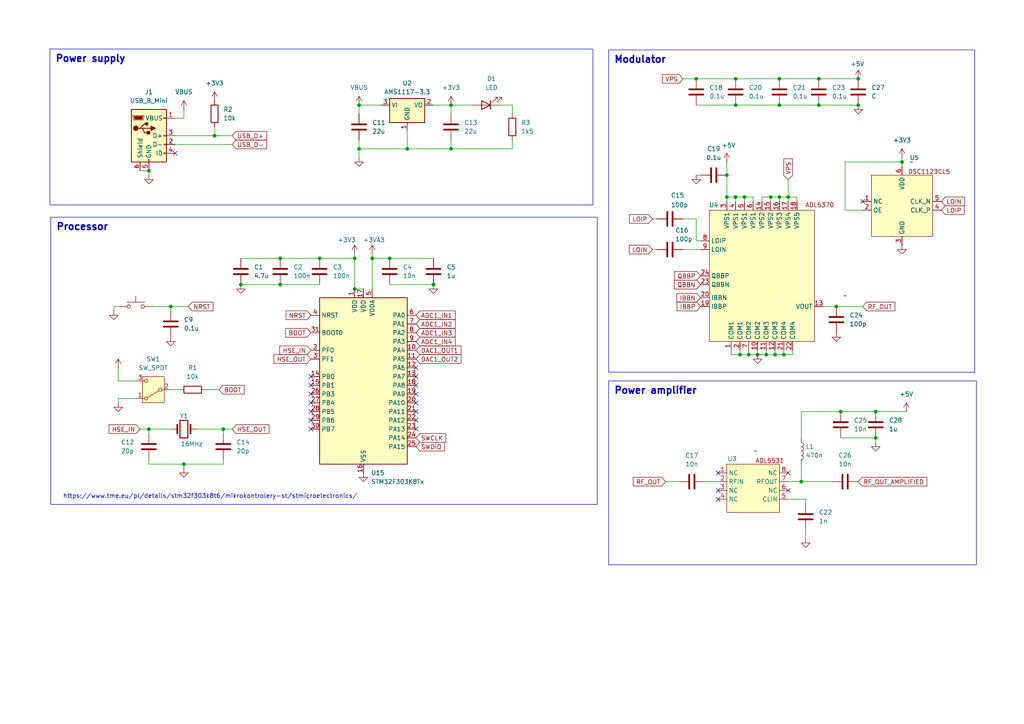
<source format=kicad_sch>
(kicad_sch
	(version 20231120)
	(generator "eeschema")
	(generator_version "8.0")
	(uuid "ec57b7b4-5721-4173-ba82-7a2bb5af0cd7")
	(paper "A4")
	(lib_symbols
		(symbol "Connector:USB_B_Mini"
			(pin_names
				(offset 1.016)
			)
			(exclude_from_sim no)
			(in_bom yes)
			(on_board yes)
			(property "Reference" "J"
				(at -5.08 11.43 0)
				(effects
					(font
						(size 1.27 1.27)
					)
					(justify left)
				)
			)
			(property "Value" "USB_B_Mini"
				(at -5.08 8.89 0)
				(effects
					(font
						(size 1.27 1.27)
					)
					(justify left)
				)
			)
			(property "Footprint" ""
				(at 3.81 -1.27 0)
				(effects
					(font
						(size 1.27 1.27)
					)
					(hide yes)
				)
			)
			(property "Datasheet" "~"
				(at 3.81 -1.27 0)
				(effects
					(font
						(size 1.27 1.27)
					)
					(hide yes)
				)
			)
			(property "Description" "USB Mini Type B connector"
				(at 0 0 0)
				(effects
					(font
						(size 1.27 1.27)
					)
					(hide yes)
				)
			)
			(property "ki_keywords" "connector USB mini"
				(at 0 0 0)
				(effects
					(font
						(size 1.27 1.27)
					)
					(hide yes)
				)
			)
			(property "ki_fp_filters" "USB*"
				(at 0 0 0)
				(effects
					(font
						(size 1.27 1.27)
					)
					(hide yes)
				)
			)
			(symbol "USB_B_Mini_0_1"
				(rectangle
					(start -5.08 -7.62)
					(end 5.08 7.62)
					(stroke
						(width 0.254)
						(type default)
					)
					(fill
						(type background)
					)
				)
				(circle
					(center -3.81 2.159)
					(radius 0.635)
					(stroke
						(width 0.254)
						(type default)
					)
					(fill
						(type outline)
					)
				)
				(circle
					(center -0.635 3.429)
					(radius 0.381)
					(stroke
						(width 0.254)
						(type default)
					)
					(fill
						(type outline)
					)
				)
				(rectangle
					(start -0.127 -7.62)
					(end 0.127 -6.858)
					(stroke
						(width 0)
						(type default)
					)
					(fill
						(type none)
					)
				)
				(polyline
					(pts
						(xy -1.905 2.159) (xy 0.635 2.159)
					)
					(stroke
						(width 0.254)
						(type default)
					)
					(fill
						(type none)
					)
				)
				(polyline
					(pts
						(xy -3.175 2.159) (xy -2.54 2.159) (xy -1.27 3.429) (xy -0.635 3.429)
					)
					(stroke
						(width 0.254)
						(type default)
					)
					(fill
						(type none)
					)
				)
				(polyline
					(pts
						(xy -2.54 2.159) (xy -1.905 2.159) (xy -1.27 0.889) (xy 0 0.889)
					)
					(stroke
						(width 0.254)
						(type default)
					)
					(fill
						(type none)
					)
				)
				(polyline
					(pts
						(xy 0.635 2.794) (xy 0.635 1.524) (xy 1.905 2.159) (xy 0.635 2.794)
					)
					(stroke
						(width 0.254)
						(type default)
					)
					(fill
						(type outline)
					)
				)
				(polyline
					(pts
						(xy -4.318 5.588) (xy -1.778 5.588) (xy -2.032 4.826) (xy -4.064 4.826) (xy -4.318 5.588)
					)
					(stroke
						(width 0)
						(type default)
					)
					(fill
						(type outline)
					)
				)
				(polyline
					(pts
						(xy -4.699 5.842) (xy -4.699 5.588) (xy -4.445 4.826) (xy -4.445 4.572) (xy -1.651 4.572) (xy -1.651 4.826)
						(xy -1.397 5.588) (xy -1.397 5.842) (xy -4.699 5.842)
					)
					(stroke
						(width 0)
						(type default)
					)
					(fill
						(type none)
					)
				)
				(rectangle
					(start 0.254 1.27)
					(end -0.508 0.508)
					(stroke
						(width 0.254)
						(type default)
					)
					(fill
						(type outline)
					)
				)
				(rectangle
					(start 5.08 -5.207)
					(end 4.318 -4.953)
					(stroke
						(width 0)
						(type default)
					)
					(fill
						(type none)
					)
				)
				(rectangle
					(start 5.08 -2.667)
					(end 4.318 -2.413)
					(stroke
						(width 0)
						(type default)
					)
					(fill
						(type none)
					)
				)
				(rectangle
					(start 5.08 -0.127)
					(end 4.318 0.127)
					(stroke
						(width 0)
						(type default)
					)
					(fill
						(type none)
					)
				)
				(rectangle
					(start 5.08 4.953)
					(end 4.318 5.207)
					(stroke
						(width 0)
						(type default)
					)
					(fill
						(type none)
					)
				)
			)
			(symbol "USB_B_Mini_1_1"
				(pin power_out line
					(at 7.62 5.08 180)
					(length 2.54)
					(name "VBUS"
						(effects
							(font
								(size 1.27 1.27)
							)
						)
					)
					(number "1"
						(effects
							(font
								(size 1.27 1.27)
							)
						)
					)
				)
				(pin bidirectional line
					(at 7.62 -2.54 180)
					(length 2.54)
					(name "D-"
						(effects
							(font
								(size 1.27 1.27)
							)
						)
					)
					(number "2"
						(effects
							(font
								(size 1.27 1.27)
							)
						)
					)
				)
				(pin bidirectional line
					(at 7.62 0 180)
					(length 2.54)
					(name "D+"
						(effects
							(font
								(size 1.27 1.27)
							)
						)
					)
					(number "3"
						(effects
							(font
								(size 1.27 1.27)
							)
						)
					)
				)
				(pin passive line
					(at 7.62 -5.08 180)
					(length 2.54)
					(name "ID"
						(effects
							(font
								(size 1.27 1.27)
							)
						)
					)
					(number "4"
						(effects
							(font
								(size 1.27 1.27)
							)
						)
					)
				)
				(pin power_out line
					(at 0 -10.16 90)
					(length 2.54)
					(name "GND"
						(effects
							(font
								(size 1.27 1.27)
							)
						)
					)
					(number "5"
						(effects
							(font
								(size 1.27 1.27)
							)
						)
					)
				)
				(pin passive line
					(at -2.54 -10.16 90)
					(length 2.54)
					(name "Shield"
						(effects
							(font
								(size 1.27 1.27)
							)
						)
					)
					(number "6"
						(effects
							(font
								(size 1.27 1.27)
							)
						)
					)
				)
			)
		)
		(symbol "Device:C"
			(pin_numbers hide)
			(pin_names
				(offset 0.254)
			)
			(exclude_from_sim no)
			(in_bom yes)
			(on_board yes)
			(property "Reference" "C"
				(at 0.635 2.54 0)
				(effects
					(font
						(size 1.27 1.27)
					)
					(justify left)
				)
			)
			(property "Value" "C"
				(at 0.635 -2.54 0)
				(effects
					(font
						(size 1.27 1.27)
					)
					(justify left)
				)
			)
			(property "Footprint" ""
				(at 0.9652 -3.81 0)
				(effects
					(font
						(size 1.27 1.27)
					)
					(hide yes)
				)
			)
			(property "Datasheet" "~"
				(at 0 0 0)
				(effects
					(font
						(size 1.27 1.27)
					)
					(hide yes)
				)
			)
			(property "Description" "Unpolarized capacitor"
				(at 0 0 0)
				(effects
					(font
						(size 1.27 1.27)
					)
					(hide yes)
				)
			)
			(property "ki_keywords" "cap capacitor"
				(at 0 0 0)
				(effects
					(font
						(size 1.27 1.27)
					)
					(hide yes)
				)
			)
			(property "ki_fp_filters" "C_*"
				(at 0 0 0)
				(effects
					(font
						(size 1.27 1.27)
					)
					(hide yes)
				)
			)
			(symbol "C_0_1"
				(polyline
					(pts
						(xy -2.032 -0.762) (xy 2.032 -0.762)
					)
					(stroke
						(width 0.508)
						(type default)
					)
					(fill
						(type none)
					)
				)
				(polyline
					(pts
						(xy -2.032 0.762) (xy 2.032 0.762)
					)
					(stroke
						(width 0.508)
						(type default)
					)
					(fill
						(type none)
					)
				)
			)
			(symbol "C_1_1"
				(pin passive line
					(at 0 3.81 270)
					(length 2.794)
					(name "~"
						(effects
							(font
								(size 1.27 1.27)
							)
						)
					)
					(number "1"
						(effects
							(font
								(size 1.27 1.27)
							)
						)
					)
				)
				(pin passive line
					(at 0 -3.81 90)
					(length 2.794)
					(name "~"
						(effects
							(font
								(size 1.27 1.27)
							)
						)
					)
					(number "2"
						(effects
							(font
								(size 1.27 1.27)
							)
						)
					)
				)
			)
		)
		(symbol "Device:Crystal"
			(pin_numbers hide)
			(pin_names
				(offset 1.016) hide)
			(exclude_from_sim no)
			(in_bom yes)
			(on_board yes)
			(property "Reference" "Y"
				(at 0 3.81 0)
				(effects
					(font
						(size 1.27 1.27)
					)
				)
			)
			(property "Value" "Crystal"
				(at 0 -3.81 0)
				(effects
					(font
						(size 1.27 1.27)
					)
				)
			)
			(property "Footprint" ""
				(at 0 0 0)
				(effects
					(font
						(size 1.27 1.27)
					)
					(hide yes)
				)
			)
			(property "Datasheet" "~"
				(at 0 0 0)
				(effects
					(font
						(size 1.27 1.27)
					)
					(hide yes)
				)
			)
			(property "Description" "Two pin crystal"
				(at 0 0 0)
				(effects
					(font
						(size 1.27 1.27)
					)
					(hide yes)
				)
			)
			(property "ki_keywords" "quartz ceramic resonator oscillator"
				(at 0 0 0)
				(effects
					(font
						(size 1.27 1.27)
					)
					(hide yes)
				)
			)
			(property "ki_fp_filters" "Crystal*"
				(at 0 0 0)
				(effects
					(font
						(size 1.27 1.27)
					)
					(hide yes)
				)
			)
			(symbol "Crystal_0_1"
				(rectangle
					(start -1.143 2.54)
					(end 1.143 -2.54)
					(stroke
						(width 0.3048)
						(type default)
					)
					(fill
						(type none)
					)
				)
				(polyline
					(pts
						(xy -2.54 0) (xy -1.905 0)
					)
					(stroke
						(width 0)
						(type default)
					)
					(fill
						(type none)
					)
				)
				(polyline
					(pts
						(xy -1.905 -1.27) (xy -1.905 1.27)
					)
					(stroke
						(width 0.508)
						(type default)
					)
					(fill
						(type none)
					)
				)
				(polyline
					(pts
						(xy 1.905 -1.27) (xy 1.905 1.27)
					)
					(stroke
						(width 0.508)
						(type default)
					)
					(fill
						(type none)
					)
				)
				(polyline
					(pts
						(xy 2.54 0) (xy 1.905 0)
					)
					(stroke
						(width 0)
						(type default)
					)
					(fill
						(type none)
					)
				)
			)
			(symbol "Crystal_1_1"
				(pin passive line
					(at -3.81 0 0)
					(length 1.27)
					(name "1"
						(effects
							(font
								(size 1.27 1.27)
							)
						)
					)
					(number "1"
						(effects
							(font
								(size 1.27 1.27)
							)
						)
					)
				)
				(pin passive line
					(at 3.81 0 180)
					(length 1.27)
					(name "2"
						(effects
							(font
								(size 1.27 1.27)
							)
						)
					)
					(number "2"
						(effects
							(font
								(size 1.27 1.27)
							)
						)
					)
				)
			)
		)
		(symbol "Device:L"
			(pin_numbers hide)
			(pin_names
				(offset 1.016) hide)
			(exclude_from_sim no)
			(in_bom yes)
			(on_board yes)
			(property "Reference" "L"
				(at -1.27 0 90)
				(effects
					(font
						(size 1.27 1.27)
					)
				)
			)
			(property "Value" "L"
				(at 1.905 0 90)
				(effects
					(font
						(size 1.27 1.27)
					)
				)
			)
			(property "Footprint" ""
				(at 0 0 0)
				(effects
					(font
						(size 1.27 1.27)
					)
					(hide yes)
				)
			)
			(property "Datasheet" "~"
				(at 0 0 0)
				(effects
					(font
						(size 1.27 1.27)
					)
					(hide yes)
				)
			)
			(property "Description" "Inductor"
				(at 0 0 0)
				(effects
					(font
						(size 1.27 1.27)
					)
					(hide yes)
				)
			)
			(property "ki_keywords" "inductor choke coil reactor magnetic"
				(at 0 0 0)
				(effects
					(font
						(size 1.27 1.27)
					)
					(hide yes)
				)
			)
			(property "ki_fp_filters" "Choke_* *Coil* Inductor_* L_*"
				(at 0 0 0)
				(effects
					(font
						(size 1.27 1.27)
					)
					(hide yes)
				)
			)
			(symbol "L_0_1"
				(arc
					(start 0 -2.54)
					(mid 0.6323 -1.905)
					(end 0 -1.27)
					(stroke
						(width 0)
						(type default)
					)
					(fill
						(type none)
					)
				)
				(arc
					(start 0 -1.27)
					(mid 0.6323 -0.635)
					(end 0 0)
					(stroke
						(width 0)
						(type default)
					)
					(fill
						(type none)
					)
				)
				(arc
					(start 0 0)
					(mid 0.6323 0.635)
					(end 0 1.27)
					(stroke
						(width 0)
						(type default)
					)
					(fill
						(type none)
					)
				)
				(arc
					(start 0 1.27)
					(mid 0.6323 1.905)
					(end 0 2.54)
					(stroke
						(width 0)
						(type default)
					)
					(fill
						(type none)
					)
				)
			)
			(symbol "L_1_1"
				(pin passive line
					(at 0 3.81 270)
					(length 1.27)
					(name "1"
						(effects
							(font
								(size 1.27 1.27)
							)
						)
					)
					(number "1"
						(effects
							(font
								(size 1.27 1.27)
							)
						)
					)
				)
				(pin passive line
					(at 0 -3.81 90)
					(length 1.27)
					(name "2"
						(effects
							(font
								(size 1.27 1.27)
							)
						)
					)
					(number "2"
						(effects
							(font
								(size 1.27 1.27)
							)
						)
					)
				)
			)
		)
		(symbol "Device:LED"
			(pin_numbers hide)
			(pin_names
				(offset 1.016) hide)
			(exclude_from_sim no)
			(in_bom yes)
			(on_board yes)
			(property "Reference" "D"
				(at 0 2.54 0)
				(effects
					(font
						(size 1.27 1.27)
					)
				)
			)
			(property "Value" "LED"
				(at 0 -2.54 0)
				(effects
					(font
						(size 1.27 1.27)
					)
				)
			)
			(property "Footprint" ""
				(at 0 0 0)
				(effects
					(font
						(size 1.27 1.27)
					)
					(hide yes)
				)
			)
			(property "Datasheet" "~"
				(at 0 0 0)
				(effects
					(font
						(size 1.27 1.27)
					)
					(hide yes)
				)
			)
			(property "Description" "Light emitting diode"
				(at 0 0 0)
				(effects
					(font
						(size 1.27 1.27)
					)
					(hide yes)
				)
			)
			(property "ki_keywords" "LED diode"
				(at 0 0 0)
				(effects
					(font
						(size 1.27 1.27)
					)
					(hide yes)
				)
			)
			(property "ki_fp_filters" "LED* LED_SMD:* LED_THT:*"
				(at 0 0 0)
				(effects
					(font
						(size 1.27 1.27)
					)
					(hide yes)
				)
			)
			(symbol "LED_0_1"
				(polyline
					(pts
						(xy -1.27 -1.27) (xy -1.27 1.27)
					)
					(stroke
						(width 0.254)
						(type default)
					)
					(fill
						(type none)
					)
				)
				(polyline
					(pts
						(xy -1.27 0) (xy 1.27 0)
					)
					(stroke
						(width 0)
						(type default)
					)
					(fill
						(type none)
					)
				)
				(polyline
					(pts
						(xy 1.27 -1.27) (xy 1.27 1.27) (xy -1.27 0) (xy 1.27 -1.27)
					)
					(stroke
						(width 0.254)
						(type default)
					)
					(fill
						(type none)
					)
				)
				(polyline
					(pts
						(xy -3.048 -0.762) (xy -4.572 -2.286) (xy -3.81 -2.286) (xy -4.572 -2.286) (xy -4.572 -1.524)
					)
					(stroke
						(width 0)
						(type default)
					)
					(fill
						(type none)
					)
				)
				(polyline
					(pts
						(xy -1.778 -0.762) (xy -3.302 -2.286) (xy -2.54 -2.286) (xy -3.302 -2.286) (xy -3.302 -1.524)
					)
					(stroke
						(width 0)
						(type default)
					)
					(fill
						(type none)
					)
				)
			)
			(symbol "LED_1_1"
				(pin passive line
					(at -3.81 0 0)
					(length 2.54)
					(name "K"
						(effects
							(font
								(size 1.27 1.27)
							)
						)
					)
					(number "1"
						(effects
							(font
								(size 1.27 1.27)
							)
						)
					)
				)
				(pin passive line
					(at 3.81 0 180)
					(length 2.54)
					(name "A"
						(effects
							(font
								(size 1.27 1.27)
							)
						)
					)
					(number "2"
						(effects
							(font
								(size 1.27 1.27)
							)
						)
					)
				)
			)
		)
		(symbol "Device:R"
			(pin_numbers hide)
			(pin_names
				(offset 0)
			)
			(exclude_from_sim no)
			(in_bom yes)
			(on_board yes)
			(property "Reference" "R"
				(at 2.032 0 90)
				(effects
					(font
						(size 1.27 1.27)
					)
				)
			)
			(property "Value" "R"
				(at 0 0 90)
				(effects
					(font
						(size 1.27 1.27)
					)
				)
			)
			(property "Footprint" ""
				(at -1.778 0 90)
				(effects
					(font
						(size 1.27 1.27)
					)
					(hide yes)
				)
			)
			(property "Datasheet" "~"
				(at 0 0 0)
				(effects
					(font
						(size 1.27 1.27)
					)
					(hide yes)
				)
			)
			(property "Description" "Resistor"
				(at 0 0 0)
				(effects
					(font
						(size 1.27 1.27)
					)
					(hide yes)
				)
			)
			(property "ki_keywords" "R res resistor"
				(at 0 0 0)
				(effects
					(font
						(size 1.27 1.27)
					)
					(hide yes)
				)
			)
			(property "ki_fp_filters" "R_*"
				(at 0 0 0)
				(effects
					(font
						(size 1.27 1.27)
					)
					(hide yes)
				)
			)
			(symbol "R_0_1"
				(rectangle
					(start -1.016 -2.54)
					(end 1.016 2.54)
					(stroke
						(width 0.254)
						(type default)
					)
					(fill
						(type none)
					)
				)
			)
			(symbol "R_1_1"
				(pin passive line
					(at 0 3.81 270)
					(length 1.27)
					(name "~"
						(effects
							(font
								(size 1.27 1.27)
							)
						)
					)
					(number "1"
						(effects
							(font
								(size 1.27 1.27)
							)
						)
					)
				)
				(pin passive line
					(at 0 -3.81 90)
					(length 1.27)
					(name "~"
						(effects
							(font
								(size 1.27 1.27)
							)
						)
					)
					(number "2"
						(effects
							(font
								(size 1.27 1.27)
							)
						)
					)
				)
			)
		)
		(symbol "MCU_ST_STM32F3:STM32F303K8Tx"
			(exclude_from_sim no)
			(in_bom yes)
			(on_board yes)
			(property "Reference" "U"
				(at -12.7 26.67 0)
				(effects
					(font
						(size 1.27 1.27)
					)
					(justify left)
				)
			)
			(property "Value" "STM32F303K8Tx"
				(at 5.08 26.67 0)
				(effects
					(font
						(size 1.27 1.27)
					)
					(justify left)
				)
			)
			(property "Footprint" "Package_QFP:LQFP-32_7x7mm_P0.8mm"
				(at -12.7 -22.86 0)
				(effects
					(font
						(size 1.27 1.27)
					)
					(justify right)
					(hide yes)
				)
			)
			(property "Datasheet" "https://www.st.com/resource/en/datasheet/stm32f303k8.pdf"
				(at 0 0 0)
				(effects
					(font
						(size 1.27 1.27)
					)
					(hide yes)
				)
			)
			(property "Description" "STMicroelectronics Arm Cortex-M4 MCU, 64KB flash, 16KB RAM, 72 MHz, 2.0-3.6V, 25 GPIO, LQFP32"
				(at 0 0 0)
				(effects
					(font
						(size 1.27 1.27)
					)
					(hide yes)
				)
			)
			(property "ki_keywords" "Arm Cortex-M4 STM32F3 STM32F303"
				(at 0 0 0)
				(effects
					(font
						(size 1.27 1.27)
					)
					(hide yes)
				)
			)
			(property "ki_fp_filters" "LQFP*7x7mm*P0.8mm*"
				(at 0 0 0)
				(effects
					(font
						(size 1.27 1.27)
					)
					(hide yes)
				)
			)
			(symbol "STM32F303K8Tx_0_1"
				(rectangle
					(start -12.7 -22.86)
					(end 12.7 25.4)
					(stroke
						(width 0.254)
						(type default)
					)
					(fill
						(type background)
					)
				)
			)
			(symbol "STM32F303K8Tx_1_1"
				(pin power_in line
					(at -2.54 27.94 270)
					(length 2.54)
					(name "VDD"
						(effects
							(font
								(size 1.27 1.27)
							)
						)
					)
					(number "1"
						(effects
							(font
								(size 1.27 1.27)
							)
						)
					)
				)
				(pin bidirectional line
					(at 15.24 10.16 180)
					(length 2.54)
					(name "PA4"
						(effects
							(font
								(size 1.27 1.27)
							)
						)
					)
					(number "10"
						(effects
							(font
								(size 1.27 1.27)
							)
						)
					)
					(alternate "ADC2_IN1" bidirectional line)
					(alternate "COMP2_INM" bidirectional line)
					(alternate "COMP4_INM" bidirectional line)
					(alternate "DAC1_OUT1" bidirectional line)
					(alternate "SPI1_NSS" bidirectional line)
					(alternate "TIM3_CH2" bidirectional line)
					(alternate "TSC_G2_IO1" bidirectional line)
					(alternate "USART2_CK" bidirectional line)
				)
				(pin bidirectional line
					(at 15.24 7.62 180)
					(length 2.54)
					(name "PA5"
						(effects
							(font
								(size 1.27 1.27)
							)
						)
					)
					(number "11"
						(effects
							(font
								(size 1.27 1.27)
							)
						)
					)
					(alternate "ADC2_IN2" bidirectional line)
					(alternate "DAC1_OUT2" bidirectional line)
					(alternate "OPAMP2_VINM" bidirectional line)
					(alternate "OPAMP2_VINM_SEC" bidirectional line)
					(alternate "SPI1_SCK" bidirectional line)
					(alternate "TIM2_CH1" bidirectional line)
					(alternate "TIM2_ETR" bidirectional line)
					(alternate "TSC_G2_IO2" bidirectional line)
				)
				(pin bidirectional line
					(at 15.24 5.08 180)
					(length 2.54)
					(name "PA6"
						(effects
							(font
								(size 1.27 1.27)
							)
						)
					)
					(number "12"
						(effects
							(font
								(size 1.27 1.27)
							)
						)
					)
					(alternate "ADC2_IN3" bidirectional line)
					(alternate "DAC2_OUT1" bidirectional line)
					(alternate "OPAMP2_VOUT" bidirectional line)
					(alternate "SPI1_MISO" bidirectional line)
					(alternate "TIM16_CH1" bidirectional line)
					(alternate "TIM1_BKIN" bidirectional line)
					(alternate "TIM3_CH1" bidirectional line)
					(alternate "TSC_G2_IO3" bidirectional line)
				)
				(pin bidirectional line
					(at 15.24 2.54 180)
					(length 2.54)
					(name "PA7"
						(effects
							(font
								(size 1.27 1.27)
							)
						)
					)
					(number "13"
						(effects
							(font
								(size 1.27 1.27)
							)
						)
					)
					(alternate "ADC2_IN4" bidirectional line)
					(alternate "COMP2_INP" bidirectional line)
					(alternate "OPAMP2_VINP" bidirectional line)
					(alternate "OPAMP2_VINP_SEC" bidirectional line)
					(alternate "SPI1_MOSI" bidirectional line)
					(alternate "TIM17_CH1" bidirectional line)
					(alternate "TIM1_CH1N" bidirectional line)
					(alternate "TIM3_CH2" bidirectional line)
					(alternate "TSC_G2_IO4" bidirectional line)
				)
				(pin bidirectional line
					(at -15.24 2.54 0)
					(length 2.54)
					(name "PB0"
						(effects
							(font
								(size 1.27 1.27)
							)
						)
					)
					(number "14"
						(effects
							(font
								(size 1.27 1.27)
							)
						)
					)
					(alternate "ADC1_IN11" bidirectional line)
					(alternate "COMP4_INP" bidirectional line)
					(alternate "OPAMP2_VINP" bidirectional line)
					(alternate "OPAMP2_VINP_SEC" bidirectional line)
					(alternate "TIM1_CH2N" bidirectional line)
					(alternate "TIM3_CH3" bidirectional line)
					(alternate "TSC_G3_IO2" bidirectional line)
				)
				(pin bidirectional line
					(at -15.24 0 0)
					(length 2.54)
					(name "PB1"
						(effects
							(font
								(size 1.27 1.27)
							)
						)
					)
					(number "15"
						(effects
							(font
								(size 1.27 1.27)
							)
						)
					)
					(alternate "ADC1_IN12" bidirectional line)
					(alternate "COMP4_OUT" bidirectional line)
					(alternate "TIM1_CH3N" bidirectional line)
					(alternate "TIM3_CH4" bidirectional line)
					(alternate "TSC_G3_IO3" bidirectional line)
				)
				(pin power_in line
					(at 0 -25.4 90)
					(length 2.54)
					(name "VSS"
						(effects
							(font
								(size 1.27 1.27)
							)
						)
					)
					(number "16"
						(effects
							(font
								(size 1.27 1.27)
							)
						)
					)
				)
				(pin power_in line
					(at 0 27.94 270)
					(length 2.54)
					(name "VDD"
						(effects
							(font
								(size 1.27 1.27)
							)
						)
					)
					(number "17"
						(effects
							(font
								(size 1.27 1.27)
							)
						)
					)
				)
				(pin bidirectional line
					(at 15.24 0 180)
					(length 2.54)
					(name "PA8"
						(effects
							(font
								(size 1.27 1.27)
							)
						)
					)
					(number "18"
						(effects
							(font
								(size 1.27 1.27)
							)
						)
					)
					(alternate "RCC_MCO" bidirectional line)
					(alternate "TIM1_CH1" bidirectional line)
					(alternate "USART1_CK" bidirectional line)
				)
				(pin bidirectional line
					(at 15.24 -2.54 180)
					(length 2.54)
					(name "PA9"
						(effects
							(font
								(size 1.27 1.27)
							)
						)
					)
					(number "19"
						(effects
							(font
								(size 1.27 1.27)
							)
						)
					)
					(alternate "DAC1_EXTI9" bidirectional line)
					(alternate "DAC2_EXTI9" bidirectional line)
					(alternate "TIM15_BKIN" bidirectional line)
					(alternate "TIM1_CH2" bidirectional line)
					(alternate "TIM2_CH3" bidirectional line)
					(alternate "TSC_G4_IO1" bidirectional line)
					(alternate "USART1_TX" bidirectional line)
				)
				(pin bidirectional line
					(at -15.24 10.16 0)
					(length 2.54)
					(name "PF0"
						(effects
							(font
								(size 1.27 1.27)
							)
						)
					)
					(number "2"
						(effects
							(font
								(size 1.27 1.27)
							)
						)
					)
					(alternate "RCC_OSC_IN" bidirectional line)
					(alternate "TIM1_CH3N" bidirectional line)
				)
				(pin bidirectional line
					(at 15.24 -5.08 180)
					(length 2.54)
					(name "PA10"
						(effects
							(font
								(size 1.27 1.27)
							)
						)
					)
					(number "20"
						(effects
							(font
								(size 1.27 1.27)
							)
						)
					)
					(alternate "TIM17_BKIN" bidirectional line)
					(alternate "TIM1_CH3" bidirectional line)
					(alternate "TIM2_CH4" bidirectional line)
					(alternate "TSC_G4_IO2" bidirectional line)
					(alternate "USART1_RX" bidirectional line)
				)
				(pin bidirectional line
					(at 15.24 -7.62 180)
					(length 2.54)
					(name "PA11"
						(effects
							(font
								(size 1.27 1.27)
							)
						)
					)
					(number "21"
						(effects
							(font
								(size 1.27 1.27)
							)
						)
					)
					(alternate "CAN_RX" bidirectional line)
					(alternate "TIM1_BKIN2" bidirectional line)
					(alternate "TIM1_CH1N" bidirectional line)
					(alternate "TIM1_CH4" bidirectional line)
					(alternate "USART1_CTS" bidirectional line)
				)
				(pin bidirectional line
					(at 15.24 -10.16 180)
					(length 2.54)
					(name "PA12"
						(effects
							(font
								(size 1.27 1.27)
							)
						)
					)
					(number "22"
						(effects
							(font
								(size 1.27 1.27)
							)
						)
					)
					(alternate "CAN_TX" bidirectional line)
					(alternate "COMP2_OUT" bidirectional line)
					(alternate "TIM16_CH1" bidirectional line)
					(alternate "TIM1_CH2N" bidirectional line)
					(alternate "TIM1_ETR" bidirectional line)
					(alternate "USART1_DE" bidirectional line)
					(alternate "USART1_RTS" bidirectional line)
				)
				(pin bidirectional line
					(at 15.24 -12.7 180)
					(length 2.54)
					(name "PA13"
						(effects
							(font
								(size 1.27 1.27)
							)
						)
					)
					(number "23"
						(effects
							(font
								(size 1.27 1.27)
							)
						)
					)
					(alternate "IR_OUT" bidirectional line)
					(alternate "SYS_JTMS-SWDIO" bidirectional line)
					(alternate "TIM16_CH1N" bidirectional line)
					(alternate "TSC_G4_IO3" bidirectional line)
				)
				(pin bidirectional line
					(at 15.24 -15.24 180)
					(length 2.54)
					(name "PA14"
						(effects
							(font
								(size 1.27 1.27)
							)
						)
					)
					(number "24"
						(effects
							(font
								(size 1.27 1.27)
							)
						)
					)
					(alternate "I2C1_SDA" bidirectional line)
					(alternate "SYS_JTCK-SWCLK" bidirectional line)
					(alternate "TIM1_BKIN" bidirectional line)
					(alternate "TSC_G4_IO4" bidirectional line)
					(alternate "USART2_TX" bidirectional line)
				)
				(pin bidirectional line
					(at 15.24 -17.78 180)
					(length 2.54)
					(name "PA15"
						(effects
							(font
								(size 1.27 1.27)
							)
						)
					)
					(number "25"
						(effects
							(font
								(size 1.27 1.27)
							)
						)
					)
					(alternate "I2C1_SCL" bidirectional line)
					(alternate "SPI1_NSS" bidirectional line)
					(alternate "SYS_JTDI" bidirectional line)
					(alternate "TIM1_BKIN" bidirectional line)
					(alternate "TIM2_CH1" bidirectional line)
					(alternate "TIM2_ETR" bidirectional line)
					(alternate "TSC_SYNC" bidirectional line)
					(alternate "USART2_RX" bidirectional line)
				)
				(pin bidirectional line
					(at -15.24 -2.54 0)
					(length 2.54)
					(name "PB3"
						(effects
							(font
								(size 1.27 1.27)
							)
						)
					)
					(number "26"
						(effects
							(font
								(size 1.27 1.27)
							)
						)
					)
					(alternate "SPI1_SCK" bidirectional line)
					(alternate "SYS_JTDO-TRACESWO" bidirectional line)
					(alternate "TIM2_CH2" bidirectional line)
					(alternate "TIM3_ETR" bidirectional line)
					(alternate "TSC_G5_IO1" bidirectional line)
					(alternate "USART2_TX" bidirectional line)
				)
				(pin bidirectional line
					(at -15.24 -5.08 0)
					(length 2.54)
					(name "PB4"
						(effects
							(font
								(size 1.27 1.27)
							)
						)
					)
					(number "27"
						(effects
							(font
								(size 1.27 1.27)
							)
						)
					)
					(alternate "SPI1_MISO" bidirectional line)
					(alternate "SYS_NJTRST" bidirectional line)
					(alternate "TIM16_CH1" bidirectional line)
					(alternate "TIM17_BKIN" bidirectional line)
					(alternate "TIM3_CH1" bidirectional line)
					(alternate "TSC_G5_IO2" bidirectional line)
					(alternate "USART2_RX" bidirectional line)
				)
				(pin bidirectional line
					(at -15.24 -7.62 0)
					(length 2.54)
					(name "PB5"
						(effects
							(font
								(size 1.27 1.27)
							)
						)
					)
					(number "28"
						(effects
							(font
								(size 1.27 1.27)
							)
						)
					)
					(alternate "I2C1_SMBA" bidirectional line)
					(alternate "SPI1_MOSI" bidirectional line)
					(alternate "TIM16_BKIN" bidirectional line)
					(alternate "TIM17_CH1" bidirectional line)
					(alternate "TIM3_CH2" bidirectional line)
					(alternate "USART2_CK" bidirectional line)
				)
				(pin bidirectional line
					(at -15.24 -10.16 0)
					(length 2.54)
					(name "PB6"
						(effects
							(font
								(size 1.27 1.27)
							)
						)
					)
					(number "29"
						(effects
							(font
								(size 1.27 1.27)
							)
						)
					)
					(alternate "I2C1_SCL" bidirectional line)
					(alternate "TIM16_CH1N" bidirectional line)
					(alternate "TSC_G5_IO3" bidirectional line)
					(alternate "USART1_TX" bidirectional line)
				)
				(pin bidirectional line
					(at -15.24 7.62 0)
					(length 2.54)
					(name "PF1"
						(effects
							(font
								(size 1.27 1.27)
							)
						)
					)
					(number "3"
						(effects
							(font
								(size 1.27 1.27)
							)
						)
					)
					(alternate "RCC_OSC_OUT" bidirectional line)
				)
				(pin bidirectional line
					(at -15.24 -12.7 0)
					(length 2.54)
					(name "PB7"
						(effects
							(font
								(size 1.27 1.27)
							)
						)
					)
					(number "30"
						(effects
							(font
								(size 1.27 1.27)
							)
						)
					)
					(alternate "I2C1_SDA" bidirectional line)
					(alternate "TIM17_CH1N" bidirectional line)
					(alternate "TIM3_CH4" bidirectional line)
					(alternate "TSC_G5_IO4" bidirectional line)
					(alternate "USART1_RX" bidirectional line)
				)
				(pin input line
					(at -15.24 15.24 0)
					(length 2.54)
					(name "BOOT0"
						(effects
							(font
								(size 1.27 1.27)
							)
						)
					)
					(number "31"
						(effects
							(font
								(size 1.27 1.27)
							)
						)
					)
				)
				(pin passive line
					(at 0 -25.4 90)
					(length 2.54) hide
					(name "VSS"
						(effects
							(font
								(size 1.27 1.27)
							)
						)
					)
					(number "32"
						(effects
							(font
								(size 1.27 1.27)
							)
						)
					)
				)
				(pin input line
					(at -15.24 20.32 0)
					(length 2.54)
					(name "NRST"
						(effects
							(font
								(size 1.27 1.27)
							)
						)
					)
					(number "4"
						(effects
							(font
								(size 1.27 1.27)
							)
						)
					)
				)
				(pin power_in line
					(at 2.54 27.94 270)
					(length 2.54)
					(name "VDDA"
						(effects
							(font
								(size 1.27 1.27)
							)
						)
					)
					(number "5"
						(effects
							(font
								(size 1.27 1.27)
							)
						)
					)
				)
				(pin bidirectional line
					(at 15.24 20.32 180)
					(length 2.54)
					(name "PA0"
						(effects
							(font
								(size 1.27 1.27)
							)
						)
					)
					(number "6"
						(effects
							(font
								(size 1.27 1.27)
							)
						)
					)
					(alternate "ADC1_IN1" bidirectional line)
					(alternate "RTC_TAMP2" bidirectional line)
					(alternate "SYS_WKUP1" bidirectional line)
					(alternate "TIM2_CH1" bidirectional line)
					(alternate "TIM2_ETR" bidirectional line)
					(alternate "TSC_G1_IO1" bidirectional line)
					(alternate "USART2_CTS" bidirectional line)
				)
				(pin bidirectional line
					(at 15.24 17.78 180)
					(length 2.54)
					(name "PA1"
						(effects
							(font
								(size 1.27 1.27)
							)
						)
					)
					(number "7"
						(effects
							(font
								(size 1.27 1.27)
							)
						)
					)
					(alternate "ADC1_IN2" bidirectional line)
					(alternate "RTC_REFIN" bidirectional line)
					(alternate "TIM15_CH1N" bidirectional line)
					(alternate "TIM2_CH2" bidirectional line)
					(alternate "TSC_G1_IO2" bidirectional line)
					(alternate "USART2_DE" bidirectional line)
					(alternate "USART2_RTS" bidirectional line)
				)
				(pin bidirectional line
					(at 15.24 15.24 180)
					(length 2.54)
					(name "PA2"
						(effects
							(font
								(size 1.27 1.27)
							)
						)
					)
					(number "8"
						(effects
							(font
								(size 1.27 1.27)
							)
						)
					)
					(alternate "ADC1_IN3" bidirectional line)
					(alternate "COMP2_INM" bidirectional line)
					(alternate "COMP2_OUT" bidirectional line)
					(alternate "TIM15_CH1" bidirectional line)
					(alternate "TIM2_CH3" bidirectional line)
					(alternate "TSC_G1_IO3" bidirectional line)
					(alternate "USART2_TX" bidirectional line)
				)
				(pin bidirectional line
					(at 15.24 12.7 180)
					(length 2.54)
					(name "PA3"
						(effects
							(font
								(size 1.27 1.27)
							)
						)
					)
					(number "9"
						(effects
							(font
								(size 1.27 1.27)
							)
						)
					)
					(alternate "ADC1_IN4" bidirectional line)
					(alternate "TIM15_CH2" bidirectional line)
					(alternate "TIM2_CH4" bidirectional line)
					(alternate "TSC_G1_IO4" bidirectional line)
					(alternate "USART2_RX" bidirectional line)
				)
			)
		)
		(symbol "Regulator_Linear:AMS1117-3.3"
			(exclude_from_sim no)
			(in_bom yes)
			(on_board yes)
			(property "Reference" "U"
				(at -3.81 3.175 0)
				(effects
					(font
						(size 1.27 1.27)
					)
				)
			)
			(property "Value" "AMS1117-3.3"
				(at 0 3.175 0)
				(effects
					(font
						(size 1.27 1.27)
					)
					(justify left)
				)
			)
			(property "Footprint" "Package_TO_SOT_SMD:SOT-223-3_TabPin2"
				(at 0 5.08 0)
				(effects
					(font
						(size 1.27 1.27)
					)
					(hide yes)
				)
			)
			(property "Datasheet" "http://www.advanced-monolithic.com/pdf/ds1117.pdf"
				(at 2.54 -6.35 0)
				(effects
					(font
						(size 1.27 1.27)
					)
					(hide yes)
				)
			)
			(property "Description" "1A Low Dropout regulator, positive, 3.3V fixed output, SOT-223"
				(at 0 0 0)
				(effects
					(font
						(size 1.27 1.27)
					)
					(hide yes)
				)
			)
			(property "ki_keywords" "linear regulator ldo fixed positive"
				(at 0 0 0)
				(effects
					(font
						(size 1.27 1.27)
					)
					(hide yes)
				)
			)
			(property "ki_fp_filters" "SOT?223*TabPin2*"
				(at 0 0 0)
				(effects
					(font
						(size 1.27 1.27)
					)
					(hide yes)
				)
			)
			(symbol "AMS1117-3.3_0_1"
				(rectangle
					(start -5.08 -5.08)
					(end 5.08 1.905)
					(stroke
						(width 0.254)
						(type default)
					)
					(fill
						(type background)
					)
				)
			)
			(symbol "AMS1117-3.3_1_1"
				(pin power_in line
					(at 0 -7.62 90)
					(length 2.54)
					(name "GND"
						(effects
							(font
								(size 1.27 1.27)
							)
						)
					)
					(number "1"
						(effects
							(font
								(size 1.27 1.27)
							)
						)
					)
				)
				(pin power_out line
					(at 7.62 0 180)
					(length 2.54)
					(name "VO"
						(effects
							(font
								(size 1.27 1.27)
							)
						)
					)
					(number "2"
						(effects
							(font
								(size 1.27 1.27)
							)
						)
					)
				)
				(pin power_in line
					(at -7.62 0 0)
					(length 2.54)
					(name "VI"
						(effects
							(font
								(size 1.27 1.27)
							)
						)
					)
					(number "3"
						(effects
							(font
								(size 1.27 1.27)
							)
						)
					)
				)
			)
		)
		(symbol "Switch:SW_Push"
			(pin_numbers hide)
			(pin_names
				(offset 1.016) hide)
			(exclude_from_sim no)
			(in_bom yes)
			(on_board yes)
			(property "Reference" "SW"
				(at 1.27 2.54 0)
				(effects
					(font
						(size 1.27 1.27)
					)
					(justify left)
				)
			)
			(property "Value" "SW_Push"
				(at 0 -1.524 0)
				(effects
					(font
						(size 1.27 1.27)
					)
				)
			)
			(property "Footprint" ""
				(at 0 5.08 0)
				(effects
					(font
						(size 1.27 1.27)
					)
					(hide yes)
				)
			)
			(property "Datasheet" "~"
				(at 0 5.08 0)
				(effects
					(font
						(size 1.27 1.27)
					)
					(hide yes)
				)
			)
			(property "Description" "Push button switch, generic, two pins"
				(at 0 0 0)
				(effects
					(font
						(size 1.27 1.27)
					)
					(hide yes)
				)
			)
			(property "ki_keywords" "switch normally-open pushbutton push-button"
				(at 0 0 0)
				(effects
					(font
						(size 1.27 1.27)
					)
					(hide yes)
				)
			)
			(symbol "SW_Push_0_1"
				(circle
					(center -2.032 0)
					(radius 0.508)
					(stroke
						(width 0)
						(type default)
					)
					(fill
						(type none)
					)
				)
				(polyline
					(pts
						(xy 0 1.27) (xy 0 3.048)
					)
					(stroke
						(width 0)
						(type default)
					)
					(fill
						(type none)
					)
				)
				(polyline
					(pts
						(xy 2.54 1.27) (xy -2.54 1.27)
					)
					(stroke
						(width 0)
						(type default)
					)
					(fill
						(type none)
					)
				)
				(circle
					(center 2.032 0)
					(radius 0.508)
					(stroke
						(width 0)
						(type default)
					)
					(fill
						(type none)
					)
				)
				(pin passive line
					(at -5.08 0 0)
					(length 2.54)
					(name "1"
						(effects
							(font
								(size 1.27 1.27)
							)
						)
					)
					(number "1"
						(effects
							(font
								(size 1.27 1.27)
							)
						)
					)
				)
				(pin passive line
					(at 5.08 0 180)
					(length 2.54)
					(name "2"
						(effects
							(font
								(size 1.27 1.27)
							)
						)
					)
					(number "2"
						(effects
							(font
								(size 1.27 1.27)
							)
						)
					)
				)
			)
		)
		(symbol "Switch:SW_SPDT"
			(pin_names
				(offset 0) hide)
			(exclude_from_sim no)
			(in_bom yes)
			(on_board yes)
			(property "Reference" "SW"
				(at 0 5.08 0)
				(effects
					(font
						(size 1.27 1.27)
					)
				)
			)
			(property "Value" "SW_SPDT"
				(at 0 -5.08 0)
				(effects
					(font
						(size 1.27 1.27)
					)
				)
			)
			(property "Footprint" ""
				(at 0 0 0)
				(effects
					(font
						(size 1.27 1.27)
					)
					(hide yes)
				)
			)
			(property "Datasheet" "~"
				(at 0 -7.62 0)
				(effects
					(font
						(size 1.27 1.27)
					)
					(hide yes)
				)
			)
			(property "Description" "Switch, single pole double throw"
				(at 0 0 0)
				(effects
					(font
						(size 1.27 1.27)
					)
					(hide yes)
				)
			)
			(property "ki_keywords" "switch single-pole double-throw spdt ON-ON"
				(at 0 0 0)
				(effects
					(font
						(size 1.27 1.27)
					)
					(hide yes)
				)
			)
			(symbol "SW_SPDT_0_1"
				(circle
					(center -2.032 0)
					(radius 0.4572)
					(stroke
						(width 0)
						(type default)
					)
					(fill
						(type none)
					)
				)
				(polyline
					(pts
						(xy -1.651 0.254) (xy 1.651 2.286)
					)
					(stroke
						(width 0)
						(type default)
					)
					(fill
						(type none)
					)
				)
				(circle
					(center 2.032 -2.54)
					(radius 0.4572)
					(stroke
						(width 0)
						(type default)
					)
					(fill
						(type none)
					)
				)
				(circle
					(center 2.032 2.54)
					(radius 0.4572)
					(stroke
						(width 0)
						(type default)
					)
					(fill
						(type none)
					)
				)
			)
			(symbol "SW_SPDT_1_1"
				(rectangle
					(start -3.175 3.81)
					(end 3.175 -3.81)
					(stroke
						(width 0)
						(type default)
					)
					(fill
						(type background)
					)
				)
				(pin passive line
					(at 5.08 2.54 180)
					(length 2.54)
					(name "A"
						(effects
							(font
								(size 1.27 1.27)
							)
						)
					)
					(number "1"
						(effects
							(font
								(size 1.27 1.27)
							)
						)
					)
				)
				(pin passive line
					(at -5.08 0 0)
					(length 2.54)
					(name "B"
						(effects
							(font
								(size 1.27 1.27)
							)
						)
					)
					(number "2"
						(effects
							(font
								(size 1.27 1.27)
							)
						)
					)
				)
				(pin passive line
					(at 5.08 -2.54 180)
					(length 2.54)
					(name "C"
						(effects
							(font
								(size 1.27 1.27)
							)
						)
					)
					(number "3"
						(effects
							(font
								(size 1.27 1.27)
							)
						)
					)
				)
			)
		)
		(symbol "communication_circuit:ADL5370"
			(exclude_from_sim no)
			(in_bom yes)
			(on_board yes)
			(property "Reference" "U"
				(at -14.478 20.066 0)
				(effects
					(font
						(size 1.27 1.27)
					)
				)
			)
			(property "Value" ""
				(at -15.24 5.08 0)
				(effects
					(font
						(size 1.27 1.27)
					)
				)
			)
			(property "Footprint" ""
				(at -15.24 5.08 0)
				(effects
					(font
						(size 1.27 1.27)
					)
					(hide yes)
				)
			)
			(property "Datasheet" ""
				(at -15.24 5.08 0)
				(effects
					(font
						(size 1.27 1.27)
					)
					(hide yes)
				)
			)
			(property "Description" ""
				(at -15.24 5.08 0)
				(effects
					(font
						(size 1.27 1.27)
					)
					(hide yes)
				)
			)
			(symbol "ADL5370_1_1"
				(rectangle
					(start -15.24 19.05)
					(end 15.24 -19.05)
					(stroke
						(width 0)
						(type default)
					)
					(fill
						(type background)
					)
				)
				(text "ADL5370"
					(at 16.764 20.574 0)
					(effects
						(font
							(size 1.27 1.27)
						)
					)
				)
				(pin input line
					(at -8.89 -21.59 90)
					(length 2.54)
					(name "COM1"
						(effects
							(font
								(size 1.27 1.27)
							)
						)
					)
					(number "1"
						(effects
							(font
								(size 1.27 1.27)
							)
						)
					)
				)
				(pin input line
					(at -1.27 -21.59 90)
					(length 2.54)
					(name "COM2"
						(effects
							(font
								(size 1.27 1.27)
							)
						)
					)
					(number "10"
						(effects
							(font
								(size 1.27 1.27)
							)
						)
					)
				)
				(pin input line
					(at 1.27 -21.59 90)
					(length 2.54)
					(name "COM3"
						(effects
							(font
								(size 1.27 1.27)
							)
						)
					)
					(number "11"
						(effects
							(font
								(size 1.27 1.27)
							)
						)
					)
				)
				(pin input line
					(at 3.81 -21.59 90)
					(length 2.54)
					(name "COM3"
						(effects
							(font
								(size 1.27 1.27)
							)
						)
					)
					(number "12"
						(effects
							(font
								(size 1.27 1.27)
							)
						)
					)
				)
				(pin input line
					(at 17.78 -8.89 180)
					(length 2.54)
					(name "VOUT"
						(effects
							(font
								(size 1.27 1.27)
							)
						)
					)
					(number "13"
						(effects
							(font
								(size 1.27 1.27)
							)
						)
					)
				)
				(pin input line
					(at 0 21.59 270)
					(length 2.54)
					(name "VPS2"
						(effects
							(font
								(size 1.27 1.27)
							)
						)
					)
					(number "14"
						(effects
							(font
								(size 1.27 1.27)
							)
						)
					)
				)
				(pin input line
					(at 2.54 21.59 270)
					(length 2.54)
					(name "VPS2"
						(effects
							(font
								(size 1.27 1.27)
							)
						)
					)
					(number "15"
						(effects
							(font
								(size 1.27 1.27)
							)
						)
					)
				)
				(pin input line
					(at 5.08 21.59 270)
					(length 2.54)
					(name "VPS3"
						(effects
							(font
								(size 1.27 1.27)
							)
						)
					)
					(number "16"
						(effects
							(font
								(size 1.27 1.27)
							)
						)
					)
				)
				(pin input line
					(at 7.62 21.59 270)
					(length 2.54)
					(name "VPS4"
						(effects
							(font
								(size 1.27 1.27)
							)
						)
					)
					(number "17"
						(effects
							(font
								(size 1.27 1.27)
							)
						)
					)
				)
				(pin input line
					(at 10.16 21.59 270)
					(length 2.54)
					(name "VPS5"
						(effects
							(font
								(size 1.27 1.27)
							)
						)
					)
					(number "18"
						(effects
							(font
								(size 1.27 1.27)
							)
						)
					)
				)
				(pin input line
					(at -17.78 -8.89 0)
					(length 2.54)
					(name "IBBP"
						(effects
							(font
								(size 1.27 1.27)
							)
						)
					)
					(number "19"
						(effects
							(font
								(size 1.27 1.27)
							)
						)
					)
				)
				(pin input line
					(at -6.35 -21.59 90)
					(length 2.54)
					(name "COM1"
						(effects
							(font
								(size 1.27 1.27)
							)
						)
					)
					(number "2"
						(effects
							(font
								(size 1.27 1.27)
							)
						)
					)
				)
				(pin input line
					(at -17.78 -6.35 0)
					(length 2.54)
					(name "IBBN"
						(effects
							(font
								(size 1.27 1.27)
							)
						)
					)
					(number "20"
						(effects
							(font
								(size 1.27 1.27)
							)
						)
					)
				)
				(pin input line
					(at 6.35 -21.59 90)
					(length 2.54)
					(name "COM4"
						(effects
							(font
								(size 1.27 1.27)
							)
						)
					)
					(number "21"
						(effects
							(font
								(size 1.27 1.27)
							)
						)
					)
				)
				(pin input line
					(at 8.89 -21.59 90)
					(length 2.54)
					(name "COM4"
						(effects
							(font
								(size 1.27 1.27)
							)
						)
					)
					(number "22"
						(effects
							(font
								(size 1.27 1.27)
							)
						)
					)
				)
				(pin input line
					(at -17.78 -2.54 0)
					(length 2.54)
					(name "QBBN"
						(effects
							(font
								(size 1.27 1.27)
							)
						)
					)
					(number "23"
						(effects
							(font
								(size 1.27 1.27)
							)
						)
					)
				)
				(pin input line
					(at -17.78 0 0)
					(length 2.54)
					(name "QBBP"
						(effects
							(font
								(size 1.27 1.27)
							)
						)
					)
					(number "24"
						(effects
							(font
								(size 1.27 1.27)
							)
						)
					)
				)
				(pin input line
					(at -10.16 21.59 270)
					(length 2.54)
					(name "VPS1"
						(effects
							(font
								(size 1.27 1.27)
							)
						)
					)
					(number "3"
						(effects
							(font
								(size 1.27 1.27)
							)
						)
					)
				)
				(pin input line
					(at -7.62 21.59 270)
					(length 2.54)
					(name "VPS1"
						(effects
							(font
								(size 1.27 1.27)
							)
						)
					)
					(number "4"
						(effects
							(font
								(size 1.27 1.27)
							)
						)
					)
				)
				(pin input line
					(at -5.08 21.59 270)
					(length 2.54)
					(name "VPS1"
						(effects
							(font
								(size 1.27 1.27)
							)
						)
					)
					(number "5"
						(effects
							(font
								(size 1.27 1.27)
							)
						)
					)
				)
				(pin input line
					(at -2.54 21.59 270)
					(length 2.54)
					(name "VPS1"
						(effects
							(font
								(size 1.27 1.27)
							)
						)
					)
					(number "6"
						(effects
							(font
								(size 1.27 1.27)
							)
						)
					)
				)
				(pin input line
					(at -3.81 -21.59 90)
					(length 2.54)
					(name "COM2"
						(effects
							(font
								(size 1.27 1.27)
							)
						)
					)
					(number "7"
						(effects
							(font
								(size 1.27 1.27)
							)
						)
					)
				)
				(pin input line
					(at -17.78 10.16 0)
					(length 2.54)
					(name "LOIP"
						(effects
							(font
								(size 1.27 1.27)
							)
						)
					)
					(number "8"
						(effects
							(font
								(size 1.27 1.27)
							)
						)
					)
				)
				(pin input line
					(at -17.78 7.62 0)
					(length 2.54)
					(name "LOIN"
						(effects
							(font
								(size 1.27 1.27)
							)
						)
					)
					(number "9"
						(effects
							(font
								(size 1.27 1.27)
							)
						)
					)
				)
			)
		)
		(symbol "communication_circuit:ADL5531"
			(exclude_from_sim no)
			(in_bom yes)
			(on_board yes)
			(property "Reference" "U"
				(at -7.112 8.382 0)
				(effects
					(font
						(size 1.27 1.27)
					)
				)
			)
			(property "Value" ""
				(at 0 0 0)
				(effects
					(font
						(size 1.27 1.27)
					)
				)
			)
			(property "Footprint" ""
				(at 0 0 0)
				(effects
					(font
						(size 1.27 1.27)
					)
					(hide yes)
				)
			)
			(property "Datasheet" ""
				(at 0 0 0)
				(effects
					(font
						(size 1.27 1.27)
					)
					(hide yes)
				)
			)
			(property "Description" ""
				(at 0 0 0)
				(effects
					(font
						(size 1.27 1.27)
					)
					(hide yes)
				)
			)
			(symbol "ADL5531_1_1"
				(rectangle
					(start -7.62 7.62)
					(end 7.62 -6.35)
					(stroke
						(width 0)
						(type default)
					)
					(fill
						(type background)
					)
				)
				(text "ADL5531"
					(at 4.826 8.636 0)
					(effects
						(font
							(size 1.27 1.27)
						)
					)
				)
				(pin input line
					(at -10.16 5.08 0)
					(length 2.54)
					(name "NC"
						(effects
							(font
								(size 1.27 1.27)
							)
						)
					)
					(number "1"
						(effects
							(font
								(size 1.27 1.27)
							)
						)
					)
				)
				(pin input line
					(at -10.16 2.54 0)
					(length 2.54)
					(name "RFIN"
						(effects
							(font
								(size 1.27 1.27)
							)
						)
					)
					(number "2"
						(effects
							(font
								(size 1.27 1.27)
							)
						)
					)
				)
				(pin input line
					(at -10.16 0 0)
					(length 2.54)
					(name "NC"
						(effects
							(font
								(size 1.27 1.27)
							)
						)
					)
					(number "3"
						(effects
							(font
								(size 1.27 1.27)
							)
						)
					)
				)
				(pin input line
					(at -10.16 -2.54 0)
					(length 2.54)
					(name "NC"
						(effects
							(font
								(size 1.27 1.27)
							)
						)
					)
					(number "4"
						(effects
							(font
								(size 1.27 1.27)
							)
						)
					)
				)
				(pin input line
					(at 10.16 -2.54 180)
					(length 2.54)
					(name "CLIN"
						(effects
							(font
								(size 1.27 1.27)
							)
						)
					)
					(number "5"
						(effects
							(font
								(size 1.27 1.27)
							)
						)
					)
				)
				(pin input line
					(at 10.16 0 180)
					(length 2.54)
					(name "NC"
						(effects
							(font
								(size 1.27 1.27)
							)
						)
					)
					(number "6"
						(effects
							(font
								(size 1.27 1.27)
							)
						)
					)
				)
				(pin input line
					(at 10.16 2.54 180)
					(length 2.54)
					(name "RFOUT"
						(effects
							(font
								(size 1.27 1.27)
							)
						)
					)
					(number "7"
						(effects
							(font
								(size 1.27 1.27)
							)
						)
					)
				)
				(pin input line
					(at 10.16 5.08 180)
					(length 2.54)
					(name "NC"
						(effects
							(font
								(size 1.27 1.27)
							)
						)
					)
					(number "8"
						(effects
							(font
								(size 1.27 1.27)
							)
						)
					)
				)
			)
		)
		(symbol "communication_circuit:crystal"
			(exclude_from_sim no)
			(in_bom yes)
			(on_board yes)
			(property "Reference" "U"
				(at -7.62 9.906 0)
				(effects
					(font
						(size 1.27 1.27)
					)
				)
			)
			(property "Value" ""
				(at 0 0 0)
				(effects
					(font
						(size 1.27 1.27)
					)
				)
			)
			(property "Footprint" ""
				(at 0 0 0)
				(effects
					(font
						(size 1.27 1.27)
					)
					(hide yes)
				)
			)
			(property "Datasheet" ""
				(at 0 0 0)
				(effects
					(font
						(size 1.27 1.27)
					)
					(hide yes)
				)
			)
			(property "Description" ""
				(at 0 0 0)
				(effects
					(font
						(size 1.27 1.27)
					)
					(hide yes)
				)
			)
			(symbol "crystal_1_1"
				(rectangle
					(start -8.89 8.89)
					(end 8.89 -8.89)
					(stroke
						(width 0)
						(type default)
					)
					(fill
						(type background)
					)
				)
				(text "DSC1123CL5"
					(at 7.874 9.906 0)
					(effects
						(font
							(size 1.27 1.27)
						)
					)
				)
				(pin input line
					(at -11.43 1.27 0)
					(length 2.54)
					(name "NC"
						(effects
							(font
								(size 1.27 1.27)
							)
						)
					)
					(number "1"
						(effects
							(font
								(size 1.27 1.27)
							)
						)
					)
				)
				(pin input line
					(at -11.43 -1.27 0)
					(length 2.54)
					(name "OE"
						(effects
							(font
								(size 1.27 1.27)
							)
						)
					)
					(number "2"
						(effects
							(font
								(size 1.27 1.27)
							)
						)
					)
				)
				(pin input line
					(at 0 -11.43 90)
					(length 2.54)
					(name "GND"
						(effects
							(font
								(size 1.27 1.27)
							)
						)
					)
					(number "3"
						(effects
							(font
								(size 1.27 1.27)
							)
						)
					)
				)
				(pin input line
					(at 11.43 -1.27 180)
					(length 2.54)
					(name "CLK_P"
						(effects
							(font
								(size 1.27 1.27)
							)
						)
					)
					(number "4"
						(effects
							(font
								(size 1.27 1.27)
							)
						)
					)
				)
				(pin input line
					(at 11.43 1.27 180)
					(length 2.54)
					(name "CLK_N"
						(effects
							(font
								(size 1.27 1.27)
							)
						)
					)
					(number "5"
						(effects
							(font
								(size 1.27 1.27)
							)
						)
					)
				)
				(pin input line
					(at 0 11.43 270)
					(length 2.54)
					(name "VDD"
						(effects
							(font
								(size 1.27 1.27)
							)
						)
					)
					(number "6"
						(effects
							(font
								(size 1.27 1.27)
							)
						)
					)
				)
			)
		)
		(symbol "power:GND"
			(power)
			(pin_numbers hide)
			(pin_names
				(offset 0) hide)
			(exclude_from_sim no)
			(in_bom yes)
			(on_board yes)
			(property "Reference" "#PWR"
				(at 0 -6.35 0)
				(effects
					(font
						(size 1.27 1.27)
					)
					(hide yes)
				)
			)
			(property "Value" "GND"
				(at 0 -3.81 0)
				(effects
					(font
						(size 1.27 1.27)
					)
				)
			)
			(property "Footprint" ""
				(at 0 0 0)
				(effects
					(font
						(size 1.27 1.27)
					)
					(hide yes)
				)
			)
			(property "Datasheet" ""
				(at 0 0 0)
				(effects
					(font
						(size 1.27 1.27)
					)
					(hide yes)
				)
			)
			(property "Description" "Power symbol creates a global label with name \"GND\" , ground"
				(at 0 0 0)
				(effects
					(font
						(size 1.27 1.27)
					)
					(hide yes)
				)
			)
			(property "ki_keywords" "global power"
				(at 0 0 0)
				(effects
					(font
						(size 1.27 1.27)
					)
					(hide yes)
				)
			)
			(symbol "GND_0_1"
				(polyline
					(pts
						(xy 0 0) (xy 0 -1.27) (xy 1.27 -1.27) (xy 0 -2.54) (xy -1.27 -1.27) (xy 0 -1.27)
					)
					(stroke
						(width 0)
						(type default)
					)
					(fill
						(type none)
					)
				)
			)
			(symbol "GND_1_1"
				(pin power_in line
					(at 0 0 270)
					(length 0)
					(name "~"
						(effects
							(font
								(size 1.27 1.27)
							)
						)
					)
					(number "1"
						(effects
							(font
								(size 1.27 1.27)
							)
						)
					)
				)
			)
		)
		(symbol "power:VBUS"
			(power)
			(pin_numbers hide)
			(pin_names
				(offset 0) hide)
			(exclude_from_sim no)
			(in_bom yes)
			(on_board yes)
			(property "Reference" "#PWR"
				(at 0 -3.81 0)
				(effects
					(font
						(size 1.27 1.27)
					)
					(hide yes)
				)
			)
			(property "Value" "VBUS"
				(at 0 3.556 0)
				(effects
					(font
						(size 1.27 1.27)
					)
				)
			)
			(property "Footprint" ""
				(at 0 0 0)
				(effects
					(font
						(size 1.27 1.27)
					)
					(hide yes)
				)
			)
			(property "Datasheet" ""
				(at 0 0 0)
				(effects
					(font
						(size 1.27 1.27)
					)
					(hide yes)
				)
			)
			(property "Description" "Power symbol creates a global label with name \"VBUS\""
				(at 0 0 0)
				(effects
					(font
						(size 1.27 1.27)
					)
					(hide yes)
				)
			)
			(property "ki_keywords" "global power"
				(at 0 0 0)
				(effects
					(font
						(size 1.27 1.27)
					)
					(hide yes)
				)
			)
			(symbol "VBUS_0_1"
				(polyline
					(pts
						(xy -0.762 1.27) (xy 0 2.54)
					)
					(stroke
						(width 0)
						(type default)
					)
					(fill
						(type none)
					)
				)
				(polyline
					(pts
						(xy 0 0) (xy 0 2.54)
					)
					(stroke
						(width 0)
						(type default)
					)
					(fill
						(type none)
					)
				)
				(polyline
					(pts
						(xy 0 2.54) (xy 0.762 1.27)
					)
					(stroke
						(width 0)
						(type default)
					)
					(fill
						(type none)
					)
				)
			)
			(symbol "VBUS_1_1"
				(pin power_in line
					(at 0 0 90)
					(length 0)
					(name "~"
						(effects
							(font
								(size 1.27 1.27)
							)
						)
					)
					(number "1"
						(effects
							(font
								(size 1.27 1.27)
							)
						)
					)
				)
			)
		)
		(symbol "power:VCC"
			(power)
			(pin_numbers hide)
			(pin_names
				(offset 0) hide)
			(exclude_from_sim no)
			(in_bom yes)
			(on_board yes)
			(property "Reference" "#PWR"
				(at 0 -3.81 0)
				(effects
					(font
						(size 1.27 1.27)
					)
					(hide yes)
				)
			)
			(property "Value" "VCC"
				(at 0 3.556 0)
				(effects
					(font
						(size 1.27 1.27)
					)
				)
			)
			(property "Footprint" ""
				(at 0 0 0)
				(effects
					(font
						(size 1.27 1.27)
					)
					(hide yes)
				)
			)
			(property "Datasheet" ""
				(at 0 0 0)
				(effects
					(font
						(size 1.27 1.27)
					)
					(hide yes)
				)
			)
			(property "Description" "Power symbol creates a global label with name \"VCC\""
				(at 0 0 0)
				(effects
					(font
						(size 1.27 1.27)
					)
					(hide yes)
				)
			)
			(property "ki_keywords" "global power"
				(at 0 0 0)
				(effects
					(font
						(size 1.27 1.27)
					)
					(hide yes)
				)
			)
			(symbol "VCC_0_1"
				(polyline
					(pts
						(xy -0.762 1.27) (xy 0 2.54)
					)
					(stroke
						(width 0)
						(type default)
					)
					(fill
						(type none)
					)
				)
				(polyline
					(pts
						(xy 0 0) (xy 0 2.54)
					)
					(stroke
						(width 0)
						(type default)
					)
					(fill
						(type none)
					)
				)
				(polyline
					(pts
						(xy 0 2.54) (xy 0.762 1.27)
					)
					(stroke
						(width 0)
						(type default)
					)
					(fill
						(type none)
					)
				)
			)
			(symbol "VCC_1_1"
				(pin power_in line
					(at 0 0 90)
					(length 0)
					(name "~"
						(effects
							(font
								(size 1.27 1.27)
							)
						)
					)
					(number "1"
						(effects
							(font
								(size 1.27 1.27)
							)
						)
					)
				)
			)
		)
		(symbol "power:VDD"
			(power)
			(pin_numbers hide)
			(pin_names
				(offset 0) hide)
			(exclude_from_sim no)
			(in_bom yes)
			(on_board yes)
			(property "Reference" "#PWR"
				(at 0 -3.81 0)
				(effects
					(font
						(size 1.27 1.27)
					)
					(hide yes)
				)
			)
			(property "Value" "VDD"
				(at 0 3.556 0)
				(effects
					(font
						(size 1.27 1.27)
					)
				)
			)
			(property "Footprint" ""
				(at 0 0 0)
				(effects
					(font
						(size 1.27 1.27)
					)
					(hide yes)
				)
			)
			(property "Datasheet" ""
				(at 0 0 0)
				(effects
					(font
						(size 1.27 1.27)
					)
					(hide yes)
				)
			)
			(property "Description" "Power symbol creates a global label with name \"VDD\""
				(at 0 0 0)
				(effects
					(font
						(size 1.27 1.27)
					)
					(hide yes)
				)
			)
			(property "ki_keywords" "global power"
				(at 0 0 0)
				(effects
					(font
						(size 1.27 1.27)
					)
					(hide yes)
				)
			)
			(symbol "VDD_0_1"
				(polyline
					(pts
						(xy -0.762 1.27) (xy 0 2.54)
					)
					(stroke
						(width 0)
						(type default)
					)
					(fill
						(type none)
					)
				)
				(polyline
					(pts
						(xy 0 0) (xy 0 2.54)
					)
					(stroke
						(width 0)
						(type default)
					)
					(fill
						(type none)
					)
				)
				(polyline
					(pts
						(xy 0 2.54) (xy 0.762 1.27)
					)
					(stroke
						(width 0)
						(type default)
					)
					(fill
						(type none)
					)
				)
			)
			(symbol "VDD_1_1"
				(pin power_in line
					(at 0 0 90)
					(length 0)
					(name "~"
						(effects
							(font
								(size 1.27 1.27)
							)
						)
					)
					(number "1"
						(effects
							(font
								(size 1.27 1.27)
							)
						)
					)
				)
			)
		)
	)
	(junction
		(at 62.23 39.37)
		(diameter 0)
		(color 0 0 0 0)
		(uuid "0873f3a0-0734-4942-9c41-d141d8ad412a")
	)
	(junction
		(at 226.06 57.15)
		(diameter 0)
		(color 0 0 0 0)
		(uuid "0ef3fcf8-403f-4a45-9572-e05cc4a321b8")
	)
	(junction
		(at 223.52 57.15)
		(diameter 0)
		(color 0 0 0 0)
		(uuid "15b3e11e-ec92-44f0-8f47-53d8e8c8769e")
	)
	(junction
		(at 201.93 22.86)
		(diameter 0)
		(color 0 0 0 0)
		(uuid "22b5ec12-da7a-48a9-b0c9-f96eda9a156e")
	)
	(junction
		(at 261.62 46.99)
		(diameter 0)
		(color 0 0 0 0)
		(uuid "268cabc3-0908-43bf-b31a-74b1cc0dafc8")
	)
	(junction
		(at 130.81 30.48)
		(diameter 0)
		(color 0 0 0 0)
		(uuid "2efe35a4-ffa1-45a5-a468-b4cc7f63946d")
	)
	(junction
		(at 213.36 30.48)
		(diameter 0)
		(color 0 0 0 0)
		(uuid "33dd96b3-25e4-4772-be81-106527138d2f")
	)
	(junction
		(at 104.14 43.18)
		(diameter 0)
		(color 0 0 0 0)
		(uuid "341176c1-c28c-4438-b139-300c2372f4a2")
	)
	(junction
		(at 214.63 102.87)
		(diameter 0)
		(color 0 0 0 0)
		(uuid "363023a5-a0c4-418d-a4d8-6fbec51c6a2f")
	)
	(junction
		(at 102.87 83.82)
		(diameter 0)
		(color 0 0 0 0)
		(uuid "451cf56d-19d7-4585-88c1-ac2049bf57bb")
	)
	(junction
		(at 215.9 57.15)
		(diameter 0)
		(color 0 0 0 0)
		(uuid "45a82def-a96b-42d7-bf37-1ad6c9a53202")
	)
	(junction
		(at 217.17 102.87)
		(diameter 0)
		(color 0 0 0 0)
		(uuid "4640be8b-4dd2-4887-892b-414b00dc6e3d")
	)
	(junction
		(at 113.03 74.93)
		(diameter 0)
		(color 0 0 0 0)
		(uuid "469b87f6-9c59-45d2-915f-3c1611ad72f2")
	)
	(junction
		(at 228.6 57.15)
		(diameter 0)
		(color 0 0 0 0)
		(uuid "494c442e-a7ea-472a-b8e8-056643e106c9")
	)
	(junction
		(at 248.92 22.86)
		(diameter 0)
		(color 0 0 0 0)
		(uuid "4b3b28be-389f-4bf6-8540-b0ca86c7a25c")
	)
	(junction
		(at 49.53 88.9)
		(diameter 0)
		(color 0 0 0 0)
		(uuid "4ed3fccf-db88-49b2-aa1e-2eea52f9338d")
	)
	(junction
		(at 213.36 57.15)
		(diameter 0)
		(color 0 0 0 0)
		(uuid "516cac37-628c-4e6d-a123-2804e91e1736")
	)
	(junction
		(at 43.18 49.53)
		(diameter 0)
		(color 0 0 0 0)
		(uuid "5b8121d7-b038-4f0e-802e-92407cbf4fb6")
	)
	(junction
		(at 104.14 30.48)
		(diameter 0)
		(color 0 0 0 0)
		(uuid "5ba3c266-a82f-444b-afca-535c199a68d7")
	)
	(junction
		(at 224.79 102.87)
		(diameter 0)
		(color 0 0 0 0)
		(uuid "5cde5f27-3334-4bb4-ae47-28a96218c0d2")
	)
	(junction
		(at 254 127)
		(diameter 0)
		(color 0 0 0 0)
		(uuid "5d359a4c-818b-4f9b-8025-30e9cb95c877")
	)
	(junction
		(at 81.28 82.55)
		(diameter 0)
		(color 0 0 0 0)
		(uuid "60fe2050-d223-4461-b404-0865664afdc7")
	)
	(junction
		(at 210.82 50.8)
		(diameter 0)
		(color 0 0 0 0)
		(uuid "6bef377d-b3d1-4673-84cc-a3726296ad4f")
	)
	(junction
		(at 222.25 102.87)
		(diameter 0)
		(color 0 0 0 0)
		(uuid "79c7efc7-9ca8-46a6-99da-4c4ab422f337")
	)
	(junction
		(at 64.77 124.46)
		(diameter 0)
		(color 0 0 0 0)
		(uuid "7f41868c-ba67-4244-a027-6442507a4b6c")
	)
	(junction
		(at 254 119.38)
		(diameter 0)
		(color 0 0 0 0)
		(uuid "81df9e4e-aaff-4ab3-8e83-88cd0697c33d")
	)
	(junction
		(at 69.85 82.55)
		(diameter 0)
		(color 0 0 0 0)
		(uuid "82f89077-615f-42fa-92d3-d8b5a955fc84")
	)
	(junction
		(at 130.81 43.18)
		(diameter 0)
		(color 0 0 0 0)
		(uuid "961e8fc2-ee06-488b-94e1-66fcc5e79975")
	)
	(junction
		(at 219.71 102.87)
		(diameter 0)
		(color 0 0 0 0)
		(uuid "963f1336-32d1-4cdb-a137-918e4f00b32e")
	)
	(junction
		(at 226.06 30.48)
		(diameter 0)
		(color 0 0 0 0)
		(uuid "a6753d60-845b-45e0-bd09-a48456a936fa")
	)
	(junction
		(at 43.18 124.46)
		(diameter 0)
		(color 0 0 0 0)
		(uuid "b1ac6e2f-4905-4577-840f-bc2033f0ad04")
	)
	(junction
		(at 242.57 88.9)
		(diameter 0)
		(color 0 0 0 0)
		(uuid "b34acd02-c578-40ce-8e89-a323dfb5b256")
	)
	(junction
		(at 248.92 30.48)
		(diameter 0)
		(color 0 0 0 0)
		(uuid "b4e5f389-88e1-4bce-b341-3e8c9b6322f3")
	)
	(junction
		(at 92.71 74.93)
		(diameter 0)
		(color 0 0 0 0)
		(uuid "bd584855-4231-42cb-bc97-0d85111bcd64")
	)
	(junction
		(at 226.06 22.86)
		(diameter 0)
		(color 0 0 0 0)
		(uuid "bfc664ee-d8af-4c33-866b-9535e31af716")
	)
	(junction
		(at 210.82 57.15)
		(diameter 0)
		(color 0 0 0 0)
		(uuid "cbff9200-af68-4694-a9b6-1202ee7081c8")
	)
	(junction
		(at 213.36 22.86)
		(diameter 0)
		(color 0 0 0 0)
		(uuid "ddfb3d43-f46a-4a26-a72d-c4a14de69767")
	)
	(junction
		(at 125.73 82.55)
		(diameter 0)
		(color 0 0 0 0)
		(uuid "e0fef15f-5d87-4c42-9693-bf5e8064fe1b")
	)
	(junction
		(at 118.11 43.18)
		(diameter 0)
		(color 0 0 0 0)
		(uuid "e93ee202-e358-4088-b05b-3b380d57fb65")
	)
	(junction
		(at 237.49 30.48)
		(diameter 0)
		(color 0 0 0 0)
		(uuid "eef8d9a1-124a-438d-8382-c04d4896e50d")
	)
	(junction
		(at 107.95 74.93)
		(diameter 0)
		(color 0 0 0 0)
		(uuid "f135c4d5-d5ff-4a97-8459-af8789bcc454")
	)
	(junction
		(at 81.28 74.93)
		(diameter 0)
		(color 0 0 0 0)
		(uuid "f35208ef-a1eb-46c8-854a-4dfa1c1181cc")
	)
	(junction
		(at 243.84 119.38)
		(diameter 0)
		(color 0 0 0 0)
		(uuid "f77b3957-211a-40dd-928f-164d6558675f")
	)
	(junction
		(at 53.34 134.62)
		(diameter 0)
		(color 0 0 0 0)
		(uuid "f8940a3d-6669-4c11-9823-15f667be07e5")
	)
	(junction
		(at 102.87 74.93)
		(diameter 0)
		(color 0 0 0 0)
		(uuid "f9c32ce5-c327-4723-9256-fa71204be25e")
	)
	(junction
		(at 232.41 139.7)
		(diameter 0)
		(color 0 0 0 0)
		(uuid "fb5c5bc4-a262-46b3-bf68-c3de3d145b0f")
	)
	(junction
		(at 237.49 22.86)
		(diameter 0)
		(color 0 0 0 0)
		(uuid "fcb40e0f-e07e-414a-b9e4-e609af9e5447")
	)
	(junction
		(at 227.33 102.87)
		(diameter 0)
		(color 0 0 0 0)
		(uuid "fd0007a3-b5a0-42f3-ae71-2600fe5f190b")
	)
	(no_connect
		(at 90.17 121.92)
		(uuid "02ea3fac-1f03-45aa-a479-fb33b9c97961")
	)
	(no_connect
		(at 90.17 114.3)
		(uuid "0e7d0981-9b2d-414c-853c-7bff5166483b")
	)
	(no_connect
		(at 120.65 121.92)
		(uuid "155b402d-facc-4c98-af6a-aab08a36393c")
	)
	(no_connect
		(at 90.17 119.38)
		(uuid "19ebc6ca-69d5-4219-a141-337d340127c0")
	)
	(no_connect
		(at 208.28 144.78)
		(uuid "2226a36b-47c9-4dbf-865d-0b7607810df0")
	)
	(no_connect
		(at 50.8 44.45)
		(uuid "2bf10aed-160e-43ce-b92d-a788272a1cf2")
	)
	(no_connect
		(at 120.65 106.68)
		(uuid "66d94219-aa0e-4789-8fc0-deab8c65aada")
	)
	(no_connect
		(at 228.6 137.16)
		(uuid "67d46254-c1e4-4325-b008-35e00dcb8327")
	)
	(no_connect
		(at 120.65 111.76)
		(uuid "69fa4bb2-e158-4272-ac64-69a1869dec66")
	)
	(no_connect
		(at 228.6 142.24)
		(uuid "6b9e4209-f5ba-4f47-9771-2313cd5381b3")
	)
	(no_connect
		(at 120.65 114.3)
		(uuid "72ba189e-8f6d-4318-a32d-cd0b507becee")
	)
	(no_connect
		(at 120.65 119.38)
		(uuid "9b6bf260-e69d-4251-8989-e7254f3cd8b6")
	)
	(no_connect
		(at 120.65 116.84)
		(uuid "a1886af5-d0ed-4a38-8cc3-4d0ebf348f3b")
	)
	(no_connect
		(at 90.17 111.76)
		(uuid "a6142a5a-4a87-477c-acb2-15235ca83961")
	)
	(no_connect
		(at 90.17 124.46)
		(uuid "c34915e5-7a15-4009-8327-486a8e7eb118")
	)
	(no_connect
		(at 208.28 142.24)
		(uuid "d57f1928-b314-435b-ab2d-e40cc3a780a4")
	)
	(no_connect
		(at 90.17 116.84)
		(uuid "d6635c80-974d-42ff-9f87-8ad84eefb145")
	)
	(no_connect
		(at 120.65 109.22)
		(uuid "dfd46444-99d5-4513-8fdb-54aa0edc27a2")
	)
	(no_connect
		(at 208.28 137.16)
		(uuid "e235594d-d977-4ba1-b067-01dec1c7355e")
	)
	(no_connect
		(at 120.65 124.46)
		(uuid "e30da30d-8671-4345-955a-2a60c9fb82e5")
	)
	(no_connect
		(at 250.19 58.42)
		(uuid "e5622de1-2bd5-4bad-81bf-3c42316f8fab")
	)
	(no_connect
		(at 90.17 109.22)
		(uuid "e576016b-412f-4ebd-a941-91c000203257")
	)
	(wire
		(pts
			(xy 92.71 74.93) (xy 102.87 74.93)
		)
		(stroke
			(width 0)
			(type default)
		)
		(uuid "008acef2-348f-4919-b2ea-6f1ca0351613")
	)
	(wire
		(pts
			(xy 237.49 30.48) (xy 248.92 30.48)
		)
		(stroke
			(width 0)
			(type default)
		)
		(uuid "03858134-22c4-45dc-878f-0bd17c110f92")
	)
	(wire
		(pts
			(xy 219.71 102.87) (xy 222.25 102.87)
		)
		(stroke
			(width 0)
			(type default)
		)
		(uuid "03a95ec6-4e3a-400f-8dae-b3313ec48869")
	)
	(wire
		(pts
			(xy 245.11 60.96) (xy 245.11 46.99)
		)
		(stroke
			(width 0)
			(type default)
		)
		(uuid "0530011c-c37f-4074-be74-054ca42c2c42")
	)
	(wire
		(pts
			(xy 215.9 57.15) (xy 218.44 57.15)
		)
		(stroke
			(width 0)
			(type default)
		)
		(uuid "056d234c-4c60-4f7f-aaf0-45c46bf2bd19")
	)
	(wire
		(pts
			(xy 148.59 30.48) (xy 148.59 33.02)
		)
		(stroke
			(width 0)
			(type default)
		)
		(uuid "100131f9-874f-4952-8dcb-4f91e72799a5")
	)
	(wire
		(pts
			(xy 102.87 83.82) (xy 105.41 83.82)
		)
		(stroke
			(width 0)
			(type default)
		)
		(uuid "11abde75-7caa-48eb-ba4e-53498ef80eb5")
	)
	(wire
		(pts
			(xy 233.68 153.67) (xy 233.68 156.21)
		)
		(stroke
			(width 0)
			(type default)
		)
		(uuid "1205c9a9-290a-4557-8b48-15cd67c6a7f3")
	)
	(wire
		(pts
			(xy 223.52 57.15) (xy 226.06 57.15)
		)
		(stroke
			(width 0)
			(type default)
		)
		(uuid "1405a294-3f02-47df-9501-c1d2d3a52ba9")
	)
	(wire
		(pts
			(xy 227.33 102.87) (xy 227.33 101.6)
		)
		(stroke
			(width 0)
			(type default)
		)
		(uuid "14427eac-bb27-4ec5-a7a4-86edb96844a9")
	)
	(wire
		(pts
			(xy 228.6 57.15) (xy 231.14 57.15)
		)
		(stroke
			(width 0)
			(type default)
		)
		(uuid "1664855c-03f6-40cb-a651-2d9f5f26abaf")
	)
	(wire
		(pts
			(xy 193.04 139.7) (xy 196.85 139.7)
		)
		(stroke
			(width 0)
			(type default)
		)
		(uuid "196484f2-2d9c-4779-af75-70f839ffb583")
	)
	(wire
		(pts
			(xy 104.14 43.18) (xy 104.14 40.64)
		)
		(stroke
			(width 0)
			(type default)
		)
		(uuid "1ac50bd5-ac9d-4b45-a379-e345570c26d6")
	)
	(wire
		(pts
			(xy 40.64 49.53) (xy 43.18 49.53)
		)
		(stroke
			(width 0)
			(type default)
		)
		(uuid "1b077783-3aaf-4cbb-981a-5aba5fe450f4")
	)
	(wire
		(pts
			(xy 254 127) (xy 254 128.27)
		)
		(stroke
			(width 0)
			(type default)
		)
		(uuid "1d19feba-47cf-48d3-8a98-e953103cb426")
	)
	(wire
		(pts
			(xy 130.81 43.18) (xy 118.11 43.18)
		)
		(stroke
			(width 0)
			(type default)
		)
		(uuid "1dc30811-0ae6-494d-a855-cb5c52e7d892")
	)
	(wire
		(pts
			(xy 49.53 90.17) (xy 49.53 88.9)
		)
		(stroke
			(width 0)
			(type default)
		)
		(uuid "1f6b2460-823a-4545-83c3-dbe053645e9b")
	)
	(wire
		(pts
			(xy 198.12 72.39) (xy 203.2 72.39)
		)
		(stroke
			(width 0)
			(type default)
		)
		(uuid "20c4e3a6-6ef8-4d2e-803b-f77d2906d594")
	)
	(wire
		(pts
			(xy 104.14 43.18) (xy 104.14 45.72)
		)
		(stroke
			(width 0)
			(type default)
		)
		(uuid "20f29153-9c90-402d-a49f-ae3c0cd02cae")
	)
	(wire
		(pts
			(xy 43.18 124.46) (xy 49.53 124.46)
		)
		(stroke
			(width 0)
			(type default)
		)
		(uuid "21cf342f-6576-4fbf-985d-168c1fb9fd6f")
	)
	(wire
		(pts
			(xy 261.62 46.99) (xy 261.62 48.26)
		)
		(stroke
			(width 0)
			(type default)
		)
		(uuid "24c5e664-b133-40cb-b1ac-c2feb4ea5ca8")
	)
	(wire
		(pts
			(xy 53.34 34.29) (xy 53.34 31.75)
		)
		(stroke
			(width 0)
			(type default)
		)
		(uuid "25d44060-c6c3-435c-b89e-d87bbb5dcbf0")
	)
	(wire
		(pts
			(xy 237.49 22.86) (xy 248.92 22.86)
		)
		(stroke
			(width 0)
			(type default)
		)
		(uuid "297e976e-85f5-4d2e-aea8-ddf7155d8686")
	)
	(wire
		(pts
			(xy 229.87 102.87) (xy 229.87 101.6)
		)
		(stroke
			(width 0)
			(type default)
		)
		(uuid "2acfda03-795e-4b0d-8ce9-b88c0374eedb")
	)
	(wire
		(pts
			(xy 62.23 39.37) (xy 50.8 39.37)
		)
		(stroke
			(width 0)
			(type default)
		)
		(uuid "2ccfd88c-be1b-49e1-aa50-d7338f9b51e6")
	)
	(wire
		(pts
			(xy 33.02 88.9) (xy 33.02 90.17)
		)
		(stroke
			(width 0)
			(type default)
		)
		(uuid "2eb9809e-4c70-447b-b561-5ead6ff3852c")
	)
	(wire
		(pts
			(xy 107.95 74.93) (xy 113.03 74.93)
		)
		(stroke
			(width 0)
			(type default)
		)
		(uuid "3045102c-a067-49e2-81ab-9dd8cdb4f1e6")
	)
	(wire
		(pts
			(xy 201.93 50.8) (xy 203.2 50.8)
		)
		(stroke
			(width 0)
			(type default)
		)
		(uuid "326f586f-88dd-45d8-b2f9-683cb6bc8344")
	)
	(wire
		(pts
			(xy 148.59 43.18) (xy 130.81 43.18)
		)
		(stroke
			(width 0)
			(type default)
		)
		(uuid "32fd3a72-338c-48dc-97d8-480e90f30389")
	)
	(wire
		(pts
			(xy 118.11 43.18) (xy 104.14 43.18)
		)
		(stroke
			(width 0)
			(type default)
		)
		(uuid "35577954-e606-44d0-8c68-f5a031c1f8f3")
	)
	(wire
		(pts
			(xy 213.36 30.48) (xy 226.06 30.48)
		)
		(stroke
			(width 0)
			(type default)
		)
		(uuid "37682ee4-1f6f-4888-b5bc-c67089617eb1")
	)
	(wire
		(pts
			(xy 198.12 22.86) (xy 201.93 22.86)
		)
		(stroke
			(width 0)
			(type default)
		)
		(uuid "379c1dea-74b3-4052-aa74-9c35fb749edd")
	)
	(wire
		(pts
			(xy 214.63 102.87) (xy 212.09 102.87)
		)
		(stroke
			(width 0)
			(type default)
		)
		(uuid "3c932bd2-ca5a-43e8-9fc2-847e35e3adb9")
	)
	(wire
		(pts
			(xy 189.23 63.5) (xy 190.5 63.5)
		)
		(stroke
			(width 0)
			(type default)
		)
		(uuid "3d131b3d-9888-42d4-ba28-919b4a18bf26")
	)
	(wire
		(pts
			(xy 201.93 30.48) (xy 213.36 30.48)
		)
		(stroke
			(width 0)
			(type default)
		)
		(uuid "3fa4ac83-b1e0-47d4-87f3-637134d96f27")
	)
	(wire
		(pts
			(xy 213.36 57.15) (xy 215.9 57.15)
		)
		(stroke
			(width 0)
			(type default)
		)
		(uuid "42dab4d1-dd25-46d6-85f8-eeb26d20d6d7")
	)
	(wire
		(pts
			(xy 245.11 46.99) (xy 261.62 46.99)
		)
		(stroke
			(width 0)
			(type default)
		)
		(uuid "4301189f-c03c-4db1-90b3-adf8f54ee732")
	)
	(wire
		(pts
			(xy 69.85 82.55) (xy 81.28 82.55)
		)
		(stroke
			(width 0)
			(type default)
		)
		(uuid "473b1adb-0ee3-41e5-9c65-c273cfd1d6fe")
	)
	(wire
		(pts
			(xy 223.52 57.15) (xy 223.52 58.42)
		)
		(stroke
			(width 0)
			(type default)
		)
		(uuid "49542d6b-6e2c-4cc0-8503-d36d932883c3")
	)
	(wire
		(pts
			(xy 49.53 113.03) (xy 52.07 113.03)
		)
		(stroke
			(width 0)
			(type default)
		)
		(uuid "49d24d29-bb86-4ff5-b3d0-73fd3e940071")
	)
	(wire
		(pts
			(xy 102.87 74.93) (xy 102.87 83.82)
		)
		(stroke
			(width 0)
			(type default)
		)
		(uuid "4cb3edbd-265a-4fcc-b36c-1d1f240a9a15")
	)
	(wire
		(pts
			(xy 222.25 102.87) (xy 224.79 102.87)
		)
		(stroke
			(width 0)
			(type default)
		)
		(uuid "4db6a1b1-702f-4076-958e-6d8674db8111")
	)
	(wire
		(pts
			(xy 210.82 57.15) (xy 210.82 50.8)
		)
		(stroke
			(width 0)
			(type default)
		)
		(uuid "4e215d89-b9f4-41bd-8233-8b6ecd97c003")
	)
	(wire
		(pts
			(xy 226.06 57.15) (xy 228.6 57.15)
		)
		(stroke
			(width 0)
			(type default)
		)
		(uuid "4e83117e-278a-4061-b044-892cf232f2f7")
	)
	(wire
		(pts
			(xy 125.73 30.48) (xy 130.81 30.48)
		)
		(stroke
			(width 0)
			(type default)
		)
		(uuid "50ae1af4-6069-4ced-ae9e-3e1c21b8a983")
	)
	(wire
		(pts
			(xy 201.93 69.85) (xy 201.93 63.5)
		)
		(stroke
			(width 0)
			(type default)
		)
		(uuid "51bb6218-6771-462f-9344-437be9ca65b5")
	)
	(wire
		(pts
			(xy 217.17 102.87) (xy 217.17 101.6)
		)
		(stroke
			(width 0)
			(type default)
		)
		(uuid "53563bab-0947-4a74-a8f1-f3d0bee7e62a")
	)
	(wire
		(pts
			(xy 50.8 34.29) (xy 53.34 34.29)
		)
		(stroke
			(width 0)
			(type default)
		)
		(uuid "54245ad3-ec60-4219-b874-bfff43e04353")
	)
	(wire
		(pts
			(xy 222.25 102.87) (xy 222.25 101.6)
		)
		(stroke
			(width 0)
			(type default)
		)
		(uuid "588f07f3-9882-483f-89f5-809a49ff2638")
	)
	(wire
		(pts
			(xy 227.33 102.87) (xy 229.87 102.87)
		)
		(stroke
			(width 0)
			(type default)
		)
		(uuid "5949cc1f-fd46-4b66-a9b9-f97e45d431b4")
	)
	(wire
		(pts
			(xy 233.68 144.78) (xy 233.68 146.05)
		)
		(stroke
			(width 0)
			(type default)
		)
		(uuid "5bdf5b2f-5494-4f9d-81b6-8fb2baaba00a")
	)
	(wire
		(pts
			(xy 57.15 124.46) (xy 64.77 124.46)
		)
		(stroke
			(width 0)
			(type default)
		)
		(uuid "5c8aae3b-528d-44cc-bf52-2a4bc7718b2e")
	)
	(wire
		(pts
			(xy 69.85 74.93) (xy 81.28 74.93)
		)
		(stroke
			(width 0)
			(type default)
		)
		(uuid "5c9878b4-18bd-432d-8eb2-f0ea4703cf5e")
	)
	(wire
		(pts
			(xy 67.31 124.46) (xy 64.77 124.46)
		)
		(stroke
			(width 0)
			(type default)
		)
		(uuid "5d47e5b2-236a-4be9-a8b9-29831921b5e5")
	)
	(wire
		(pts
			(xy 201.93 22.86) (xy 213.36 22.86)
		)
		(stroke
			(width 0)
			(type default)
		)
		(uuid "5d7e6674-7c86-4101-93ab-a24466eb7469")
	)
	(wire
		(pts
			(xy 43.18 134.62) (xy 53.34 134.62)
		)
		(stroke
			(width 0)
			(type default)
		)
		(uuid "612e3812-2fc0-478f-9171-0f5dfcec3f12")
	)
	(wire
		(pts
			(xy 226.06 22.86) (xy 237.49 22.86)
		)
		(stroke
			(width 0)
			(type default)
		)
		(uuid "63442342-cfba-422e-9d80-a5bb6aef44bf")
	)
	(wire
		(pts
			(xy 204.47 139.7) (xy 208.28 139.7)
		)
		(stroke
			(width 0)
			(type default)
		)
		(uuid "65a86973-e21f-4c98-82bb-a30ff0f30d57")
	)
	(wire
		(pts
			(xy 232.41 134.62) (xy 232.41 139.7)
		)
		(stroke
			(width 0)
			(type default)
		)
		(uuid "65ba2ab9-7f73-4744-a7cf-b730d69df649")
	)
	(wire
		(pts
			(xy 228.6 57.15) (xy 228.6 58.42)
		)
		(stroke
			(width 0)
			(type default)
		)
		(uuid "664cddd0-0294-4946-9453-2b061b42011d")
	)
	(wire
		(pts
			(xy 203.2 69.85) (xy 201.93 69.85)
		)
		(stroke
			(width 0)
			(type default)
		)
		(uuid "6756e372-dacc-406f-8c40-28904647efe5")
	)
	(wire
		(pts
			(xy 213.36 57.15) (xy 213.36 58.42)
		)
		(stroke
			(width 0)
			(type default)
		)
		(uuid "67b2603b-fd76-43cf-9b29-32cabb7bf852")
	)
	(wire
		(pts
			(xy 104.14 30.48) (xy 110.49 30.48)
		)
		(stroke
			(width 0)
			(type default)
		)
		(uuid "67bc2777-29f6-4d8c-a7b7-766f46972631")
	)
	(wire
		(pts
			(xy 118.11 38.1) (xy 118.11 43.18)
		)
		(stroke
			(width 0)
			(type default)
		)
		(uuid "693c5e35-16a6-4533-ae45-98b5716a4ca2")
	)
	(wire
		(pts
			(xy 44.45 88.9) (xy 49.53 88.9)
		)
		(stroke
			(width 0)
			(type default)
		)
		(uuid "6afd19b8-8d87-4982-b724-bf8bbb80bbaa")
	)
	(wire
		(pts
			(xy 217.17 102.87) (xy 219.71 102.87)
		)
		(stroke
			(width 0)
			(type default)
		)
		(uuid "6fc0df3f-cc0d-40b9-960a-67993dc05f96")
	)
	(wire
		(pts
			(xy 243.84 119.38) (xy 232.41 119.38)
		)
		(stroke
			(width 0)
			(type default)
		)
		(uuid "7062c0d8-7686-4755-84e5-bc7c6ef78739")
	)
	(wire
		(pts
			(xy 49.53 88.9) (xy 54.61 88.9)
		)
		(stroke
			(width 0)
			(type default)
		)
		(uuid "70729482-2063-45fd-98f7-8cc2319e3f90")
	)
	(wire
		(pts
			(xy 224.79 102.87) (xy 224.79 101.6)
		)
		(stroke
			(width 0)
			(type default)
		)
		(uuid "760ee08c-9745-45bd-8230-17ed3ec4cfc9")
	)
	(wire
		(pts
			(xy 34.29 116.84) (xy 34.29 115.57)
		)
		(stroke
			(width 0)
			(type default)
		)
		(uuid "76b43af1-7ab4-4973-a178-268e39e6b45a")
	)
	(wire
		(pts
			(xy 212.09 102.87) (xy 212.09 101.6)
		)
		(stroke
			(width 0)
			(type default)
		)
		(uuid "772ace79-149c-4a96-9061-5967b3fc7632")
	)
	(wire
		(pts
			(xy 201.93 63.5) (xy 198.12 63.5)
		)
		(stroke
			(width 0)
			(type default)
		)
		(uuid "7757b160-47a4-4629-a29b-2f538d66bc53")
	)
	(wire
		(pts
			(xy 67.31 39.37) (xy 62.23 39.37)
		)
		(stroke
			(width 0)
			(type default)
		)
		(uuid "7d362d55-a869-429f-b78e-5def04cc2bd0")
	)
	(wire
		(pts
			(xy 261.62 45.72) (xy 261.62 46.99)
		)
		(stroke
			(width 0)
			(type default)
		)
		(uuid "822f27c2-9808-42d8-b70e-70d8feb1cfd5")
	)
	(wire
		(pts
			(xy 220.98 57.15) (xy 220.98 58.42)
		)
		(stroke
			(width 0)
			(type default)
		)
		(uuid "835090d8-9906-43cc-bf36-2bad96b5370d")
	)
	(wire
		(pts
			(xy 33.02 88.9) (xy 34.29 88.9)
		)
		(stroke
			(width 0)
			(type default)
		)
		(uuid "8385eb08-9292-4dd3-bf85-5f4e7c4c0f81")
	)
	(wire
		(pts
			(xy 231.14 57.15) (xy 231.14 58.42)
		)
		(stroke
			(width 0)
			(type default)
		)
		(uuid "8ae3b876-eff0-474d-a8f9-114e73e8165a")
	)
	(wire
		(pts
			(xy 64.77 134.62) (xy 53.34 134.62)
		)
		(stroke
			(width 0)
			(type default)
		)
		(uuid "9177ef5d-0fee-4834-bffc-86240343ad49")
	)
	(wire
		(pts
			(xy 228.6 144.78) (xy 233.68 144.78)
		)
		(stroke
			(width 0)
			(type default)
		)
		(uuid "92844d7e-85ad-4677-af27-daea230ba078")
	)
	(wire
		(pts
			(xy 214.63 102.87) (xy 214.63 101.6)
		)
		(stroke
			(width 0)
			(type default)
		)
		(uuid "9371f69c-ef4d-4ef2-af58-fe07143992fd")
	)
	(wire
		(pts
			(xy 43.18 49.53) (xy 43.18 50.8)
		)
		(stroke
			(width 0)
			(type default)
		)
		(uuid "948f9984-305d-4d58-b049-448a0bacab76")
	)
	(wire
		(pts
			(xy 148.59 40.64) (xy 148.59 43.18)
		)
		(stroke
			(width 0)
			(type default)
		)
		(uuid "9587eaf6-c18b-40fd-af1b-fe4b958614a3")
	)
	(wire
		(pts
			(xy 217.17 102.87) (xy 214.63 102.87)
		)
		(stroke
			(width 0)
			(type default)
		)
		(uuid "95ca2f57-2e09-4b91-9c09-b60d3e04c0b6")
	)
	(wire
		(pts
			(xy 53.34 134.62) (xy 53.34 135.89)
		)
		(stroke
			(width 0)
			(type default)
		)
		(uuid "9673d237-8927-4f51-ac54-dc0b948d6ede")
	)
	(wire
		(pts
			(xy 43.18 124.46) (xy 43.18 125.73)
		)
		(stroke
			(width 0)
			(type default)
		)
		(uuid "96f10962-3c68-448c-bb4c-04213cc3b8db")
	)
	(wire
		(pts
			(xy 34.29 106.68) (xy 34.29 110.49)
		)
		(stroke
			(width 0)
			(type default)
		)
		(uuid "981de9b0-5f08-41f0-80d7-2b89c8341693")
	)
	(wire
		(pts
			(xy 228.6 52.07) (xy 228.6 57.15)
		)
		(stroke
			(width 0)
			(type default)
		)
		(uuid "9881884e-f642-42e8-acb6-9d12523bfafd")
	)
	(wire
		(pts
			(xy 130.81 43.18) (xy 130.81 40.64)
		)
		(stroke
			(width 0)
			(type default)
		)
		(uuid "993deef3-da8c-41e6-9dd2-6b3633920be6")
	)
	(wire
		(pts
			(xy 81.28 74.93) (xy 92.71 74.93)
		)
		(stroke
			(width 0)
			(type default)
		)
		(uuid "9c8afc5c-411a-4d5f-ba7a-cac30f879a19")
	)
	(wire
		(pts
			(xy 64.77 124.46) (xy 64.77 125.73)
		)
		(stroke
			(width 0)
			(type default)
		)
		(uuid "9d6dbb44-3b4d-4ad8-a7a3-70f5683f2ce6")
	)
	(wire
		(pts
			(xy 130.81 30.48) (xy 137.16 30.48)
		)
		(stroke
			(width 0)
			(type default)
		)
		(uuid "9fa05f34-b8ee-4eda-8096-9275c33dfe49")
	)
	(wire
		(pts
			(xy 232.41 139.7) (xy 241.3 139.7)
		)
		(stroke
			(width 0)
			(type default)
		)
		(uuid "a3c4d207-cd57-4ce2-b598-ff2c198bfb32")
	)
	(wire
		(pts
			(xy 50.8 41.91) (xy 67.31 41.91)
		)
		(stroke
			(width 0)
			(type default)
		)
		(uuid "a60d8560-6bf1-41c8-888f-a85eb277fde1")
	)
	(wire
		(pts
			(xy 43.18 134.62) (xy 43.18 133.35)
		)
		(stroke
			(width 0)
			(type default)
		)
		(uuid "a91c8db3-008c-42e4-8964-121f5e18d6ba")
	)
	(wire
		(pts
			(xy 210.82 57.15) (xy 213.36 57.15)
		)
		(stroke
			(width 0)
			(type default)
		)
		(uuid "ac96017d-7120-46e9-bac4-0d4870b3ae80")
	)
	(wire
		(pts
			(xy 144.78 30.48) (xy 148.59 30.48)
		)
		(stroke
			(width 0)
			(type default)
		)
		(uuid "af89aa10-8a7c-4d10-abea-9a211896b488")
	)
	(wire
		(pts
			(xy 243.84 127) (xy 254 127)
		)
		(stroke
			(width 0)
			(type default)
		)
		(uuid "b2a7caf8-dd8c-4d7b-b705-2bfc01acff54")
	)
	(wire
		(pts
			(xy 215.9 57.15) (xy 215.9 58.42)
		)
		(stroke
			(width 0)
			(type default)
		)
		(uuid "b2d72b55-0d94-4a80-bc0c-586d352c79c8")
	)
	(wire
		(pts
			(xy 40.64 124.46) (xy 43.18 124.46)
		)
		(stroke
			(width 0)
			(type default)
		)
		(uuid "b4bdb635-ea57-4eb7-bdf1-78e99aa083ee")
	)
	(wire
		(pts
			(xy 130.81 30.48) (xy 130.81 33.02)
		)
		(stroke
			(width 0)
			(type default)
		)
		(uuid "b8841654-686e-4f9f-bbcb-bc1d1d9b22fa")
	)
	(wire
		(pts
			(xy 102.87 73.66) (xy 102.87 74.93)
		)
		(stroke
			(width 0)
			(type default)
		)
		(uuid "b9f7427a-a450-4c9f-9d13-33e1bfbfdd99")
	)
	(wire
		(pts
			(xy 219.71 102.87) (xy 219.71 101.6)
		)
		(stroke
			(width 0)
			(type default)
		)
		(uuid "ba8b1093-be54-46d1-abad-5cd5db533113")
	)
	(wire
		(pts
			(xy 210.82 50.8) (xy 210.82 46.99)
		)
		(stroke
			(width 0)
			(type default)
		)
		(uuid "bfdd49cb-e742-44ff-8aaa-3453724ccc54")
	)
	(wire
		(pts
			(xy 81.28 82.55) (xy 92.71 82.55)
		)
		(stroke
			(width 0)
			(type default)
		)
		(uuid "c04facad-fd93-420d-8067-0785666aa397")
	)
	(wire
		(pts
			(xy 238.76 88.9) (xy 242.57 88.9)
		)
		(stroke
			(width 0)
			(type default)
		)
		(uuid "c3a77e10-1d0d-442c-9475-7a1f7dc1750e")
	)
	(wire
		(pts
			(xy 220.98 57.15) (xy 223.52 57.15)
		)
		(stroke
			(width 0)
			(type default)
		)
		(uuid "c76dcb8c-73bb-4aa7-89bf-ab7f989020e3")
	)
	(wire
		(pts
			(xy 226.06 57.15) (xy 226.06 58.42)
		)
		(stroke
			(width 0)
			(type default)
		)
		(uuid "c94122b0-6764-45f1-a164-88a749028c2d")
	)
	(wire
		(pts
			(xy 210.82 57.15) (xy 210.82 58.42)
		)
		(stroke
			(width 0)
			(type default)
		)
		(uuid "c9e6929e-7d84-4654-a162-0cf7f75d23e0")
	)
	(wire
		(pts
			(xy 232.41 119.38) (xy 232.41 127)
		)
		(stroke
			(width 0)
			(type default)
		)
		(uuid "cc1c8533-9f10-426c-a81e-4b509ca60ee7")
	)
	(wire
		(pts
			(xy 262.89 119.38) (xy 254 119.38)
		)
		(stroke
			(width 0)
			(type default)
		)
		(uuid "cd124007-fffb-48e9-abc8-9ea7edc0c534")
	)
	(wire
		(pts
			(xy 34.29 110.49) (xy 39.37 110.49)
		)
		(stroke
			(width 0)
			(type default)
		)
		(uuid "ce55eff4-4e53-47f8-9bcd-68b1c99abcfd")
	)
	(wire
		(pts
			(xy 113.03 74.93) (xy 125.73 74.93)
		)
		(stroke
			(width 0)
			(type default)
		)
		(uuid "ce721e65-c740-4d78-aff6-9baf670d3f7f")
	)
	(wire
		(pts
			(xy 107.95 74.93) (xy 107.95 83.82)
		)
		(stroke
			(width 0)
			(type default)
		)
		(uuid "d9d35b54-35ac-4ea5-8448-ccdaeee33d93")
	)
	(wire
		(pts
			(xy 113.03 82.55) (xy 125.73 82.55)
		)
		(stroke
			(width 0)
			(type default)
		)
		(uuid "dbf859c9-23d5-4621-a58e-ba6c7166eab7")
	)
	(wire
		(pts
			(xy 228.6 139.7) (xy 232.41 139.7)
		)
		(stroke
			(width 0)
			(type default)
		)
		(uuid "dcd9e3ec-b8dd-46a5-a4fd-290293598d3f")
	)
	(wire
		(pts
			(xy 34.29 115.57) (xy 39.37 115.57)
		)
		(stroke
			(width 0)
			(type default)
		)
		(uuid "dd558547-d3a1-445b-b4fe-6339f2d3d72d")
	)
	(wire
		(pts
			(xy 254 119.38) (xy 243.84 119.38)
		)
		(stroke
			(width 0)
			(type default)
		)
		(uuid "e0a42396-2384-4b2c-985e-1ec4f21a5e73")
	)
	(wire
		(pts
			(xy 250.19 60.96) (xy 245.11 60.96)
		)
		(stroke
			(width 0)
			(type default)
		)
		(uuid "e1aaacad-cf34-45fd-9125-1517a1261f27")
	)
	(wire
		(pts
			(xy 213.36 22.86) (xy 226.06 22.86)
		)
		(stroke
			(width 0)
			(type default)
		)
		(uuid "e314c18d-f0a9-4b30-94d1-2ecb12517d76")
	)
	(wire
		(pts
			(xy 226.06 30.48) (xy 237.49 30.48)
		)
		(stroke
			(width 0)
			(type default)
		)
		(uuid "e4e2203e-8c85-48a6-abf5-f529ccc360e6")
	)
	(wire
		(pts
			(xy 59.69 113.03) (xy 63.5 113.03)
		)
		(stroke
			(width 0)
			(type default)
		)
		(uuid "ea843a81-7b4b-4f2a-af2e-2650a1fac5fa")
	)
	(wire
		(pts
			(xy 189.23 72.39) (xy 190.5 72.39)
		)
		(stroke
			(width 0)
			(type default)
		)
		(uuid "ee071085-33ba-43ca-a7c7-d6ba6e9654d8")
	)
	(wire
		(pts
			(xy 242.57 88.9) (xy 250.19 88.9)
		)
		(stroke
			(width 0)
			(type default)
		)
		(uuid "f02c7e09-eb94-4014-bf4f-4ae221fe9910")
	)
	(wire
		(pts
			(xy 218.44 57.15) (xy 218.44 58.42)
		)
		(stroke
			(width 0)
			(type default)
		)
		(uuid "f0ef6525-586a-496e-b134-cef6dc6f708b")
	)
	(wire
		(pts
			(xy 104.14 30.48) (xy 104.14 33.02)
		)
		(stroke
			(width 0)
			(type default)
		)
		(uuid "f343f843-2e4b-41ca-a92e-7214208ea75b")
	)
	(wire
		(pts
			(xy 107.95 73.66) (xy 107.95 74.93)
		)
		(stroke
			(width 0)
			(type default)
		)
		(uuid "f7f26ad1-adfb-4a62-b0f4-6d6178059e39")
	)
	(wire
		(pts
			(xy 224.79 102.87) (xy 227.33 102.87)
		)
		(stroke
			(width 0)
			(type default)
		)
		(uuid "f96a9591-b84b-45ca-95f6-fc2fa9925949")
	)
	(wire
		(pts
			(xy 62.23 36.83) (xy 62.23 39.37)
		)
		(stroke
			(width 0)
			(type default)
		)
		(uuid "f9f128e2-1625-43b0-921c-7d3f84ce12c7")
	)
	(wire
		(pts
			(xy 64.77 133.35) (xy 64.77 134.62)
		)
		(stroke
			(width 0)
			(type default)
		)
		(uuid "fcd79fee-f1f1-427c-a623-621647e07b4c")
	)
	(text_box "Modulator"
		(exclude_from_sim no)
		(at 176.53 14.478 0)
		(size 106.172 93.472)
		(stroke
			(width 0)
			(type default)
		)
		(fill
			(type none)
		)
		(effects
			(font
				(size 2 2)
				(thickness 0.4)
				(bold yes)
			)
			(justify left top)
		)
		(uuid "3ab1c8a5-049b-4cf2-bb18-dff7847b1d10")
	)
	(text_box "Power amplifier"
		(exclude_from_sim no)
		(at 176.53 110.49 0)
		(size 106.68 53.34)
		(stroke
			(width 0)
			(type default)
		)
		(fill
			(type none)
		)
		(effects
			(font
				(size 2 2)
				(thickness 0.4)
				(bold yes)
			)
			(justify left top)
		)
		(uuid "723bbb4e-ec78-4eda-bb05-f17373c4c2b1")
	)
	(text_box "Power supply"
		(exclude_from_sim no)
		(at 14.478 14.224 0)
		(size 157.48 45.212)
		(stroke
			(width 0)
			(type default)
		)
		(fill
			(type none)
		)
		(effects
			(font
				(size 2 2)
				(bold yes)
			)
			(justify left top)
		)
		(uuid "8fe3c9e0-f13e-437b-834f-fb947a6ae5f4")
	)
	(text_box "Processor"
		(exclude_from_sim no)
		(at 14.732 62.992 0)
		(size 158.496 83.312)
		(stroke
			(width 0)
			(type default)
		)
		(fill
			(type none)
		)
		(effects
			(font
				(size 2 2)
				(thickness 0.4)
				(bold yes)
			)
			(justify left top)
		)
		(uuid "9bb48b4f-954a-4804-852f-8f3d3504a8fb")
	)
	(text "https://www.tme.eu/pl/details/stm32f303k8t6/mikrokontrolery-st/stmicroelectronics/"
		(exclude_from_sim no)
		(at 60.96 144.018 0)
		(effects
			(font
				(size 1.27 1.27)
			)
		)
		(uuid "43d8c83f-bb7d-4977-a8f4-f0502bb05864")
	)
	(global_label "VPS"
		(shape input)
		(at 228.6 52.07 90)
		(fields_autoplaced yes)
		(effects
			(font
				(size 1.27 1.27)
			)
			(justify left)
		)
		(uuid "01f9248f-fd7b-44c9-a0ca-6983f3011dc1")
		(property "Intersheetrefs" "${INTERSHEET_REFS}"
			(at 228.6 45.5167 90)
			(effects
				(font
					(size 1.27 1.27)
				)
				(justify left)
				(hide yes)
			)
		)
	)
	(global_label "IBBP"
		(shape input)
		(at 203.2 88.9 180)
		(fields_autoplaced yes)
		(effects
			(font
				(size 1.27 1.27)
			)
			(justify right)
		)
		(uuid "0b0dfc25-80c7-48d9-8091-2d366a6c2e85")
		(property "Intersheetrefs" "${INTERSHEET_REFS}"
			(at 195.8 88.9 0)
			(effects
				(font
					(size 1.27 1.27)
				)
				(justify right)
				(hide yes)
			)
		)
	)
	(global_label "LOIN"
		(shape input)
		(at 189.23 72.39 180)
		(fields_autoplaced yes)
		(effects
			(font
				(size 1.27 1.27)
			)
			(justify right)
		)
		(uuid "0f587961-08ad-43d4-a6f7-7f43c500f331")
		(property "Intersheetrefs" "${INTERSHEET_REFS}"
			(at 181.9509 72.39 0)
			(effects
				(font
					(size 1.27 1.27)
				)
				(justify right)
				(hide yes)
			)
		)
	)
	(global_label "ADC1_IN2"
		(shape input)
		(at 120.65 93.98 0)
		(fields_autoplaced yes)
		(effects
			(font
				(size 1.27 1.27)
			)
			(justify left)
		)
		(uuid "1915a44b-fceb-4907-b932-ba620bd196e1")
		(property "Intersheetrefs" "${INTERSHEET_REFS}"
			(at 132.5857 93.98 0)
			(effects
				(font
					(size 1.27 1.27)
				)
				(justify left)
				(hide yes)
			)
		)
	)
	(global_label "QBBN"
		(shape input)
		(at 203.2 82.55 180)
		(fields_autoplaced yes)
		(effects
			(font
				(size 1.27 1.27)
			)
			(justify right)
		)
		(uuid "3159f653-97ee-40ec-80b7-44e5f144ecc6")
		(property "Intersheetrefs" "${INTERSHEET_REFS}"
			(at 195.0138 82.55 0)
			(effects
				(font
					(size 1.27 1.27)
				)
				(justify right)
				(hide yes)
			)
		)
	)
	(global_label "USB_D+"
		(shape input)
		(at 67.31 39.37 0)
		(fields_autoplaced yes)
		(effects
			(font
				(size 1.27 1.27)
			)
			(justify left)
		)
		(uuid "370fdbfa-9b3d-4b5a-a2e4-f70b44478433")
		(property "Intersheetrefs" "${INTERSHEET_REFS}"
			(at 77.9152 39.37 0)
			(effects
				(font
					(size 1.27 1.27)
				)
				(justify left)
				(hide yes)
			)
		)
	)
	(global_label "VPS"
		(shape input)
		(at 198.12 22.86 180)
		(fields_autoplaced yes)
		(effects
			(font
				(size 1.27 1.27)
			)
			(justify right)
		)
		(uuid "43db3796-cf2d-405b-bfef-ce5964929300")
		(property "Intersheetrefs" "${INTERSHEET_REFS}"
			(at 191.5667 22.86 0)
			(effects
				(font
					(size 1.27 1.27)
				)
				(justify right)
				(hide yes)
			)
		)
	)
	(global_label "LOIP"
		(shape input)
		(at 189.23 63.5 180)
		(fields_autoplaced yes)
		(effects
			(font
				(size 1.27 1.27)
			)
			(justify right)
		)
		(uuid "4f8296af-acb6-4d95-9ada-d3d06277ad23")
		(property "Intersheetrefs" "${INTERSHEET_REFS}"
			(at 182.0114 63.5 0)
			(effects
				(font
					(size 1.27 1.27)
				)
				(justify right)
				(hide yes)
			)
		)
	)
	(global_label "HSE_IN"
		(shape input)
		(at 40.64 124.46 180)
		(fields_autoplaced yes)
		(effects
			(font
				(size 1.27 1.27)
			)
			(justify right)
		)
		(uuid "59fac4b6-ff4e-4f98-85c9-99603e315e9d")
		(property "Intersheetrefs" "${INTERSHEET_REFS}"
			(at 31.0629 124.46 0)
			(effects
				(font
					(size 1.27 1.27)
				)
				(justify right)
				(hide yes)
			)
		)
	)
	(global_label "SWCLK"
		(shape input)
		(at 120.65 127 0)
		(fields_autoplaced yes)
		(effects
			(font
				(size 1.27 1.27)
			)
			(justify left)
		)
		(uuid "652c27be-61dc-4acd-ada3-86ce5fbaf5da")
		(property "Intersheetrefs" "${INTERSHEET_REFS}"
			(at 129.8642 127 0)
			(effects
				(font
					(size 1.27 1.27)
				)
				(justify left)
				(hide yes)
			)
		)
	)
	(global_label "NRST"
		(shape input)
		(at 90.17 91.44 180)
		(fields_autoplaced yes)
		(effects
			(font
				(size 1.27 1.27)
			)
			(justify right)
		)
		(uuid "6a64c362-2ebf-4e49-bab4-ba6022bc8a2b")
		(property "Intersheetrefs" "${INTERSHEET_REFS}"
			(at 82.4072 91.44 0)
			(effects
				(font
					(size 1.27 1.27)
				)
				(justify right)
				(hide yes)
			)
		)
	)
	(global_label "NRST"
		(shape input)
		(at 54.61 88.9 0)
		(fields_autoplaced yes)
		(effects
			(font
				(size 1.27 1.27)
			)
			(justify left)
		)
		(uuid "6b05b8e3-d683-4c42-9c0f-8e5856c33f2c")
		(property "Intersheetrefs" "${INTERSHEET_REFS}"
			(at 62.3728 88.9 0)
			(effects
				(font
					(size 1.27 1.27)
				)
				(justify left)
				(hide yes)
			)
		)
	)
	(global_label "BOOT"
		(shape input)
		(at 90.17 96.52 180)
		(fields_autoplaced yes)
		(effects
			(font
				(size 1.27 1.27)
			)
			(justify right)
		)
		(uuid "6da01eae-084a-4903-ace2-7c76f6778eee")
		(property "Intersheetrefs" "${INTERSHEET_REFS}"
			(at 82.2862 96.52 0)
			(effects
				(font
					(size 1.27 1.27)
				)
				(justify right)
				(hide yes)
			)
		)
	)
	(global_label "ADC1_IN4"
		(shape input)
		(at 120.65 99.06 0)
		(fields_autoplaced yes)
		(effects
			(font
				(size 1.27 1.27)
			)
			(justify left)
		)
		(uuid "84df60c0-79fc-4497-b564-de3cefeb6b7c")
		(property "Intersheetrefs" "${INTERSHEET_REFS}"
			(at 132.5857 99.06 0)
			(effects
				(font
					(size 1.27 1.27)
				)
				(justify left)
				(hide yes)
			)
		)
	)
	(global_label "IBBN"
		(shape input)
		(at 203.2 86.36 180)
		(fields_autoplaced yes)
		(effects
			(font
				(size 1.27 1.27)
			)
			(justify right)
		)
		(uuid "85072a59-f986-4133-a7d9-5ab02a645ed7")
		(property "Intersheetrefs" "${INTERSHEET_REFS}"
			(at 195.7395 86.36 0)
			(effects
				(font
					(size 1.27 1.27)
				)
				(justify right)
				(hide yes)
			)
		)
	)
	(global_label "RF_OUT"
		(shape input)
		(at 250.19 88.9 0)
		(fields_autoplaced yes)
		(effects
			(font
				(size 1.27 1.27)
			)
			(justify left)
		)
		(uuid "90e12f78-ddbf-4c5e-aec1-1555a5550059")
		(property "Intersheetrefs" "${INTERSHEET_REFS}"
			(at 260.13 88.9 0)
			(effects
				(font
					(size 1.27 1.27)
				)
				(justify left)
				(hide yes)
			)
		)
	)
	(global_label "ADC1_IN1"
		(shape input)
		(at 120.65 91.44 0)
		(fields_autoplaced yes)
		(effects
			(font
				(size 1.27 1.27)
			)
			(justify left)
		)
		(uuid "a69374c7-f56e-4f1b-87ad-7aca55722af4")
		(property "Intersheetrefs" "${INTERSHEET_REFS}"
			(at 132.5857 91.44 0)
			(effects
				(font
					(size 1.27 1.27)
				)
				(justify left)
				(hide yes)
			)
		)
	)
	(global_label "HSE_OUT"
		(shape input)
		(at 90.17 104.14 180)
		(fields_autoplaced yes)
		(effects
			(font
				(size 1.27 1.27)
			)
			(justify right)
		)
		(uuid "a6f60e41-350a-4420-ae61-e23a1cab1931")
		(property "Intersheetrefs" "${INTERSHEET_REFS}"
			(at 78.8996 104.14 0)
			(effects
				(font
					(size 1.27 1.27)
				)
				(justify right)
				(hide yes)
			)
		)
	)
	(global_label "HSE_OUT"
		(shape input)
		(at 67.31 124.46 0)
		(fields_autoplaced yes)
		(effects
			(font
				(size 1.27 1.27)
			)
			(justify left)
		)
		(uuid "a7259313-9ce9-4986-bc23-8128c2144bdb")
		(property "Intersheetrefs" "${INTERSHEET_REFS}"
			(at 78.5804 124.46 0)
			(effects
				(font
					(size 1.27 1.27)
				)
				(justify left)
				(hide yes)
			)
		)
	)
	(global_label "DAC1_OUT2"
		(shape input)
		(at 120.65 104.14 0)
		(fields_autoplaced yes)
		(effects
			(font
				(size 1.27 1.27)
			)
			(justify left)
		)
		(uuid "ae0f8d3a-8a0e-4670-b198-700f012af16a")
		(property "Intersheetrefs" "${INTERSHEET_REFS}"
			(at 134.279 104.14 0)
			(effects
				(font
					(size 1.27 1.27)
				)
				(justify left)
				(hide yes)
			)
		)
	)
	(global_label "QBBP"
		(shape input)
		(at 203.2 80.01 180)
		(fields_autoplaced yes)
		(effects
			(font
				(size 1.27 1.27)
			)
			(justify right)
		)
		(uuid "c54db519-5674-4d24-9872-a5806fa982ee")
		(property "Intersheetrefs" "${INTERSHEET_REFS}"
			(at 195.0743 80.01 0)
			(effects
				(font
					(size 1.27 1.27)
				)
				(justify right)
				(hide yes)
			)
		)
	)
	(global_label "HSE_IN"
		(shape input)
		(at 90.17 101.6 180)
		(fields_autoplaced yes)
		(effects
			(font
				(size 1.27 1.27)
			)
			(justify right)
		)
		(uuid "d6eb5570-2db2-4b61-869e-0fdc4bce32b3")
		(property "Intersheetrefs" "${INTERSHEET_REFS}"
			(at 80.5929 101.6 0)
			(effects
				(font
					(size 1.27 1.27)
				)
				(justify right)
				(hide yes)
			)
		)
	)
	(global_label "ADC1_IN3"
		(shape input)
		(at 120.65 96.52 0)
		(fields_autoplaced yes)
		(effects
			(font
				(size 1.27 1.27)
			)
			(justify left)
		)
		(uuid "db0b9e2f-3125-4e16-8965-6334f49a3cab")
		(property "Intersheetrefs" "${INTERSHEET_REFS}"
			(at 132.5857 96.52 0)
			(effects
				(font
					(size 1.27 1.27)
				)
				(justify left)
				(hide yes)
			)
		)
	)
	(global_label "DAC1_OUT1"
		(shape input)
		(at 120.65 101.6 0)
		(fields_autoplaced yes)
		(effects
			(font
				(size 1.27 1.27)
			)
			(justify left)
		)
		(uuid "e3538a73-2d6b-43bf-b28c-ee746ef2c5a9")
		(property "Intersheetrefs" "${INTERSHEET_REFS}"
			(at 134.279 101.6 0)
			(effects
				(font
					(size 1.27 1.27)
				)
				(justify left)
				(hide yes)
			)
		)
	)
	(global_label "RF_OUT"
		(shape input)
		(at 193.04 139.7 180)
		(fields_autoplaced yes)
		(effects
			(font
				(size 1.27 1.27)
			)
			(justify right)
		)
		(uuid "e4240a91-f10a-4105-9db1-4823088e230b")
		(property "Intersheetrefs" "${INTERSHEET_REFS}"
			(at 183.1 139.7 0)
			(effects
				(font
					(size 1.27 1.27)
				)
				(justify right)
				(hide yes)
			)
		)
	)
	(global_label "LOIP"
		(shape input)
		(at 273.05 60.96 0)
		(fields_autoplaced yes)
		(effects
			(font
				(size 1.27 1.27)
			)
			(justify left)
		)
		(uuid "e8963511-e4f6-40f1-b39f-6d27c3cff6d4")
		(property "Intersheetrefs" "${INTERSHEET_REFS}"
			(at 280.2686 60.96 0)
			(effects
				(font
					(size 1.27 1.27)
				)
				(justify left)
				(hide yes)
			)
		)
	)
	(global_label "RF_OUT_AMPLIFIED"
		(shape input)
		(at 248.92 139.7 0)
		(fields_autoplaced yes)
		(effects
			(font
				(size 1.27 1.27)
			)
			(justify left)
		)
		(uuid "efc5e55e-81ec-44e4-b038-f340d3eeda6f")
		(property "Intersheetrefs" "${INTERSHEET_REFS}"
			(at 269.3829 139.7 0)
			(effects
				(font
					(size 1.27 1.27)
				)
				(justify left)
				(hide yes)
			)
		)
	)
	(global_label "SWDIO"
		(shape input)
		(at 120.65 129.54 0)
		(fields_autoplaced yes)
		(effects
			(font
				(size 1.27 1.27)
			)
			(justify left)
		)
		(uuid "f6df2820-17cf-41e5-ab4f-4e5471774bfc")
		(property "Intersheetrefs" "${INTERSHEET_REFS}"
			(at 129.5014 129.54 0)
			(effects
				(font
					(size 1.27 1.27)
				)
				(justify left)
				(hide yes)
			)
		)
	)
	(global_label "BOOT"
		(shape input)
		(at 63.5 113.03 0)
		(fields_autoplaced yes)
		(effects
			(font
				(size 1.27 1.27)
			)
			(justify left)
		)
		(uuid "f9b7a93d-531a-44b2-a302-e614d2197d6c")
		(property "Intersheetrefs" "${INTERSHEET_REFS}"
			(at 71.3838 113.03 0)
			(effects
				(font
					(size 1.27 1.27)
				)
				(justify left)
				(hide yes)
			)
		)
	)
	(global_label "USB_D-"
		(shape input)
		(at 67.31 41.91 0)
		(fields_autoplaced yes)
		(effects
			(font
				(size 1.27 1.27)
			)
			(justify left)
		)
		(uuid "fd737808-8c5e-4e4b-a298-0d9ee73b22f0")
		(property "Intersheetrefs" "${INTERSHEET_REFS}"
			(at 77.9152 41.91 0)
			(effects
				(font
					(size 1.27 1.27)
				)
				(justify left)
				(hide yes)
			)
		)
	)
	(global_label "LOIN"
		(shape input)
		(at 273.05 58.42 0)
		(fields_autoplaced yes)
		(effects
			(font
				(size 1.27 1.27)
			)
			(justify left)
		)
		(uuid "fd8a7d4e-6647-4195-a598-d3a8df23c700")
		(property "Intersheetrefs" "${INTERSHEET_REFS}"
			(at 280.3291 58.42 0)
			(effects
				(font
					(size 1.27 1.27)
				)
				(justify left)
				(hide yes)
			)
		)
	)
	(symbol
		(lib_id "Device:C")
		(at 201.93 26.67 180)
		(unit 1)
		(exclude_from_sim no)
		(in_bom yes)
		(on_board yes)
		(dnp no)
		(fields_autoplaced yes)
		(uuid "05c13c66-943b-4306-b2bc-b2064f369f2d")
		(property "Reference" "C18"
			(at 205.74 25.3999 0)
			(effects
				(font
					(size 1.27 1.27)
				)
				(justify right)
			)
		)
		(property "Value" "0.1u"
			(at 205.74 27.9399 0)
			(effects
				(font
					(size 1.27 1.27)
				)
				(justify right)
			)
		)
		(property "Footprint" ""
			(at 200.9648 22.86 0)
			(effects
				(font
					(size 1.27 1.27)
				)
				(hide yes)
			)
		)
		(property "Datasheet" "~"
			(at 201.93 26.67 0)
			(effects
				(font
					(size 1.27 1.27)
				)
				(hide yes)
			)
		)
		(property "Description" "Unpolarized capacitor"
			(at 201.93 26.67 0)
			(effects
				(font
					(size 1.27 1.27)
				)
				(hide yes)
			)
		)
		(pin "2"
			(uuid "63852e78-39e7-4930-9ad0-7060930db68b")
		)
		(pin "1"
			(uuid "fb43f3fc-b19e-4876-86e7-39e63fce8b8e")
		)
		(instances
			(project "magisterka"
				(path "/1a174e90-46d1-4764-a5a6-e70c1d64e024/d830d3f3-5dc7-4169-97bf-84fce22911c1"
					(reference "C18")
					(unit 1)
				)
			)
		)
	)
	(symbol
		(lib_id "Device:R")
		(at 62.23 33.02 0)
		(unit 1)
		(exclude_from_sim no)
		(in_bom yes)
		(on_board yes)
		(dnp no)
		(fields_autoplaced yes)
		(uuid "06e48539-99f1-460e-97c3-4092d700903d")
		(property "Reference" "R2"
			(at 64.77 31.7499 0)
			(effects
				(font
					(size 1.27 1.27)
				)
				(justify left)
			)
		)
		(property "Value" "10k"
			(at 64.77 34.2899 0)
			(effects
				(font
					(size 1.27 1.27)
				)
				(justify left)
			)
		)
		(property "Footprint" ""
			(at 60.452 33.02 90)
			(effects
				(font
					(size 1.27 1.27)
				)
				(hide yes)
			)
		)
		(property "Datasheet" "~"
			(at 62.23 33.02 0)
			(effects
				(font
					(size 1.27 1.27)
				)
				(hide yes)
			)
		)
		(property "Description" "Resistor"
			(at 62.23 33.02 0)
			(effects
				(font
					(size 1.27 1.27)
				)
				(hide yes)
			)
		)
		(pin "1"
			(uuid "05f17342-2316-4fc1-b60b-55b4dd53f3c5")
		)
		(pin "2"
			(uuid "04496721-3131-4201-badd-274c22e6784f")
		)
		(instances
			(project "magisterka"
				(path "/1a174e90-46d1-4764-a5a6-e70c1d64e024/d830d3f3-5dc7-4169-97bf-84fce22911c1"
					(reference "R2")
					(unit 1)
				)
			)
		)
	)
	(symbol
		(lib_id "Device:C")
		(at 92.71 78.74 0)
		(unit 1)
		(exclude_from_sim no)
		(in_bom yes)
		(on_board yes)
		(dnp no)
		(fields_autoplaced yes)
		(uuid "09ae881c-122b-4381-a2fe-7eaee80a3f36")
		(property "Reference" "C3"
			(at 96.52 77.4699 0)
			(effects
				(font
					(size 1.27 1.27)
				)
				(justify left)
			)
		)
		(property "Value" "100n"
			(at 96.52 80.0099 0)
			(effects
				(font
					(size 1.27 1.27)
				)
				(justify left)
			)
		)
		(property "Footprint" ""
			(at 93.6752 82.55 0)
			(effects
				(font
					(size 1.27 1.27)
				)
				(hide yes)
			)
		)
		(property "Datasheet" "~"
			(at 92.71 78.74 0)
			(effects
				(font
					(size 1.27 1.27)
				)
				(hide yes)
			)
		)
		(property "Description" "Unpolarized capacitor"
			(at 92.71 78.74 0)
			(effects
				(font
					(size 1.27 1.27)
				)
				(hide yes)
			)
		)
		(pin "2"
			(uuid "4eddecff-09e2-4f68-8241-1fb42126204e")
		)
		(pin "1"
			(uuid "b92bbd0d-2083-4e67-a20a-8af87bbed819")
		)
		(instances
			(project "magisterka"
				(path "/1a174e90-46d1-4764-a5a6-e70c1d64e024/d830d3f3-5dc7-4169-97bf-84fce22911c1"
					(reference "C3")
					(unit 1)
				)
			)
		)
	)
	(symbol
		(lib_id "power:VDD")
		(at 102.87 73.66 0)
		(unit 1)
		(exclude_from_sim no)
		(in_bom yes)
		(on_board yes)
		(dnp no)
		(uuid "134504fb-4de5-4da9-b9f5-900dc190feb2")
		(property "Reference" "#PWR05"
			(at 102.87 77.47 0)
			(effects
				(font
					(size 1.27 1.27)
				)
				(hide yes)
			)
		)
		(property "Value" "+3V3"
			(at 100.584 69.596 0)
			(effects
				(font
					(size 1.27 1.27)
				)
			)
		)
		(property "Footprint" ""
			(at 102.87 73.66 0)
			(effects
				(font
					(size 1.27 1.27)
				)
				(hide yes)
			)
		)
		(property "Datasheet" ""
			(at 102.87 73.66 0)
			(effects
				(font
					(size 1.27 1.27)
				)
				(hide yes)
			)
		)
		(property "Description" "Power symbol creates a global label with name \"VDD\""
			(at 102.87 73.66 0)
			(effects
				(font
					(size 1.27 1.27)
				)
				(hide yes)
			)
		)
		(pin "1"
			(uuid "272a87ca-b035-4c92-94ad-db17b7cc19a3")
		)
		(instances
			(project "magisterka"
				(path "/1a174e90-46d1-4764-a5a6-e70c1d64e024/d830d3f3-5dc7-4169-97bf-84fce22911c1"
					(reference "#PWR05")
					(unit 1)
				)
			)
		)
	)
	(symbol
		(lib_id "power:VCC")
		(at 248.92 22.86 0)
		(unit 1)
		(exclude_from_sim no)
		(in_bom yes)
		(on_board yes)
		(dnp no)
		(uuid "2177fc99-fb57-4fc7-a41d-fa6e6ba609fe")
		(property "Reference" "#PWR020"
			(at 248.92 26.67 0)
			(effects
				(font
					(size 1.27 1.27)
				)
				(hide yes)
			)
		)
		(property "Value" "+5V"
			(at 248.666 18.542 0)
			(effects
				(font
					(size 1.27 1.27)
				)
			)
		)
		(property "Footprint" ""
			(at 248.92 22.86 0)
			(effects
				(font
					(size 1.27 1.27)
				)
				(hide yes)
			)
		)
		(property "Datasheet" ""
			(at 248.92 22.86 0)
			(effects
				(font
					(size 1.27 1.27)
				)
				(hide yes)
			)
		)
		(property "Description" "Power symbol creates a global label with name \"VCC\""
			(at 248.92 22.86 0)
			(effects
				(font
					(size 1.27 1.27)
				)
				(hide yes)
			)
		)
		(pin "1"
			(uuid "00dd62fb-7047-47c3-b436-860b6af535b2")
		)
		(instances
			(project "magisterka"
				(path "/1a174e90-46d1-4764-a5a6-e70c1d64e024/d830d3f3-5dc7-4169-97bf-84fce22911c1"
					(reference "#PWR020")
					(unit 1)
				)
			)
		)
	)
	(symbol
		(lib_id "Regulator_Linear:AMS1117-3.3")
		(at 118.11 30.48 0)
		(unit 1)
		(exclude_from_sim no)
		(in_bom yes)
		(on_board yes)
		(dnp no)
		(fields_autoplaced yes)
		(uuid "285ea2fb-4d53-43d2-ba6d-78ab466089e5")
		(property "Reference" "U2"
			(at 118.11 24.13 0)
			(effects
				(font
					(size 1.27 1.27)
				)
			)
		)
		(property "Value" "AMS1117-3.3"
			(at 118.11 26.67 0)
			(effects
				(font
					(size 1.27 1.27)
				)
			)
		)
		(property "Footprint" "Package_TO_SOT_SMD:SOT-223-3_TabPin2"
			(at 118.11 25.4 0)
			(effects
				(font
					(size 1.27 1.27)
				)
				(hide yes)
			)
		)
		(property "Datasheet" "http://www.advanced-monolithic.com/pdf/ds1117.pdf"
			(at 120.65 36.83 0)
			(effects
				(font
					(size 1.27 1.27)
				)
				(hide yes)
			)
		)
		(property "Description" "1A Low Dropout regulator, positive, 3.3V fixed output, SOT-223"
			(at 118.11 30.48 0)
			(effects
				(font
					(size 1.27 1.27)
				)
				(hide yes)
			)
		)
		(pin "1"
			(uuid "58488282-222b-40ab-892a-881c2989bac6")
		)
		(pin "2"
			(uuid "6ae65b68-846e-41b3-badd-651bd6bb3681")
		)
		(pin "3"
			(uuid "7b9640b0-68ab-4d03-84cc-b12f871aa880")
		)
		(instances
			(project "magisterka"
				(path "/1a174e90-46d1-4764-a5a6-e70c1d64e024/d830d3f3-5dc7-4169-97bf-84fce22911c1"
					(reference "U2")
					(unit 1)
				)
			)
		)
	)
	(symbol
		(lib_id "power:GND")
		(at 33.02 90.17 0)
		(unit 1)
		(exclude_from_sim no)
		(in_bom yes)
		(on_board yes)
		(dnp no)
		(fields_autoplaced yes)
		(uuid "29872dab-e2a7-4567-bfb8-35cbb4c81608")
		(property "Reference" "#PWR07"
			(at 33.02 96.52 0)
			(effects
				(font
					(size 1.27 1.27)
				)
				(hide yes)
			)
		)
		(property "Value" "GND"
			(at 33.02 95.25 0)
			(effects
				(font
					(size 1.27 1.27)
				)
				(hide yes)
			)
		)
		(property "Footprint" ""
			(at 33.02 90.17 0)
			(effects
				(font
					(size 1.27 1.27)
				)
				(hide yes)
			)
		)
		(property "Datasheet" ""
			(at 33.02 90.17 0)
			(effects
				(font
					(size 1.27 1.27)
				)
				(hide yes)
			)
		)
		(property "Description" "Power symbol creates a global label with name \"GND\" , ground"
			(at 33.02 90.17 0)
			(effects
				(font
					(size 1.27 1.27)
				)
				(hide yes)
			)
		)
		(pin "1"
			(uuid "15196852-6e34-47bc-919f-3f26be5dbf60")
		)
		(instances
			(project "magisterka"
				(path "/1a174e90-46d1-4764-a5a6-e70c1d64e024/d830d3f3-5dc7-4169-97bf-84fce22911c1"
					(reference "#PWR07")
					(unit 1)
				)
			)
		)
	)
	(symbol
		(lib_id "power:GND")
		(at 104.14 45.72 0)
		(unit 1)
		(exclude_from_sim no)
		(in_bom yes)
		(on_board yes)
		(dnp no)
		(fields_autoplaced yes)
		(uuid "2a884950-6aae-41d2-b1b9-26ede9382710")
		(property "Reference" "#PWR010"
			(at 104.14 52.07 0)
			(effects
				(font
					(size 1.27 1.27)
				)
				(hide yes)
			)
		)
		(property "Value" "GND"
			(at 104.14 50.8 0)
			(effects
				(font
					(size 1.27 1.27)
				)
				(hide yes)
			)
		)
		(property "Footprint" ""
			(at 104.14 45.72 0)
			(effects
				(font
					(size 1.27 1.27)
				)
				(hide yes)
			)
		)
		(property "Datasheet" ""
			(at 104.14 45.72 0)
			(effects
				(font
					(size 1.27 1.27)
				)
				(hide yes)
			)
		)
		(property "Description" "Power symbol creates a global label with name \"GND\" , ground"
			(at 104.14 45.72 0)
			(effects
				(font
					(size 1.27 1.27)
				)
				(hide yes)
			)
		)
		(pin "1"
			(uuid "b538408a-da7f-4f95-9c19-f0736731f194")
		)
		(instances
			(project "magisterka"
				(path "/1a174e90-46d1-4764-a5a6-e70c1d64e024/d830d3f3-5dc7-4169-97bf-84fce22911c1"
					(reference "#PWR010")
					(unit 1)
				)
			)
		)
	)
	(symbol
		(lib_id "Device:LED")
		(at 140.97 30.48 180)
		(unit 1)
		(exclude_from_sim no)
		(in_bom yes)
		(on_board yes)
		(dnp no)
		(fields_autoplaced yes)
		(uuid "2ccc8b0a-2aba-490e-86fb-3a4de7e2f30e")
		(property "Reference" "D1"
			(at 142.5575 22.86 0)
			(effects
				(font
					(size 1.27 1.27)
				)
			)
		)
		(property "Value" "LED"
			(at 142.5575 25.4 0)
			(effects
				(font
					(size 1.27 1.27)
				)
			)
		)
		(property "Footprint" ""
			(at 140.97 30.48 0)
			(effects
				(font
					(size 1.27 1.27)
				)
				(hide yes)
			)
		)
		(property "Datasheet" "~"
			(at 140.97 30.48 0)
			(effects
				(font
					(size 1.27 1.27)
				)
				(hide yes)
			)
		)
		(property "Description" "Light emitting diode"
			(at 140.97 30.48 0)
			(effects
				(font
					(size 1.27 1.27)
				)
				(hide yes)
			)
		)
		(pin "1"
			(uuid "917a5857-f07f-492c-b47c-8a08b6d6ec4a")
		)
		(pin "2"
			(uuid "d4899275-c177-401e-9c33-30f49617236a")
		)
		(instances
			(project "magisterka"
				(path "/1a174e90-46d1-4764-a5a6-e70c1d64e024/d830d3f3-5dc7-4169-97bf-84fce22911c1"
					(reference "D1")
					(unit 1)
				)
			)
		)
	)
	(symbol
		(lib_id "power:GND")
		(at 69.85 82.55 0)
		(unit 1)
		(exclude_from_sim no)
		(in_bom yes)
		(on_board yes)
		(dnp no)
		(fields_autoplaced yes)
		(uuid "2cf4c6f5-6d07-41fa-80b0-fcc8f41ef515")
		(property "Reference" "#PWR06"
			(at 69.85 88.9 0)
			(effects
				(font
					(size 1.27 1.27)
				)
				(hide yes)
			)
		)
		(property "Value" "GND"
			(at 69.85 87.63 0)
			(effects
				(font
					(size 1.27 1.27)
				)
				(hide yes)
			)
		)
		(property "Footprint" ""
			(at 69.85 82.55 0)
			(effects
				(font
					(size 1.27 1.27)
				)
				(hide yes)
			)
		)
		(property "Datasheet" ""
			(at 69.85 82.55 0)
			(effects
				(font
					(size 1.27 1.27)
				)
				(hide yes)
			)
		)
		(property "Description" "Power symbol creates a global label with name \"GND\" , ground"
			(at 69.85 82.55 0)
			(effects
				(font
					(size 1.27 1.27)
				)
				(hide yes)
			)
		)
		(pin "1"
			(uuid "56bbc866-b849-401e-8629-a4bbdf973de9")
		)
		(instances
			(project "magisterka"
				(path "/1a174e90-46d1-4764-a5a6-e70c1d64e024/d830d3f3-5dc7-4169-97bf-84fce22911c1"
					(reference "#PWR06")
					(unit 1)
				)
			)
		)
	)
	(symbol
		(lib_id "Device:C")
		(at 130.81 36.83 0)
		(unit 1)
		(exclude_from_sim no)
		(in_bom yes)
		(on_board yes)
		(dnp no)
		(fields_autoplaced yes)
		(uuid "2ec7720a-f3ea-4259-bc96-546e64211631")
		(property "Reference" "C13"
			(at 134.62 35.5599 0)
			(effects
				(font
					(size 1.27 1.27)
				)
				(justify left)
			)
		)
		(property "Value" "22u"
			(at 134.62 38.0999 0)
			(effects
				(font
					(size 1.27 1.27)
				)
				(justify left)
			)
		)
		(property "Footprint" ""
			(at 131.7752 40.64 0)
			(effects
				(font
					(size 1.27 1.27)
				)
				(hide yes)
			)
		)
		(property "Datasheet" "~"
			(at 130.81 36.83 0)
			(effects
				(font
					(size 1.27 1.27)
				)
				(hide yes)
			)
		)
		(property "Description" "Unpolarized capacitor"
			(at 130.81 36.83 0)
			(effects
				(font
					(size 1.27 1.27)
				)
				(hide yes)
			)
		)
		(pin "1"
			(uuid "af3b43ce-253b-4ddf-8a4a-ec784e33ba9f")
		)
		(pin "2"
			(uuid "f0c9bff4-2f96-4ef9-9c98-2ea431d0ac4e")
		)
		(instances
			(project "magisterka"
				(path "/1a174e90-46d1-4764-a5a6-e70c1d64e024/d830d3f3-5dc7-4169-97bf-84fce22911c1"
					(reference "C13")
					(unit 1)
				)
			)
		)
	)
	(symbol
		(lib_id "power:GND")
		(at 261.62 71.12 0)
		(unit 1)
		(exclude_from_sim no)
		(in_bom yes)
		(on_board yes)
		(dnp no)
		(fields_autoplaced yes)
		(uuid "32666013-bbd6-4990-bc7a-ef0e805d957c")
		(property "Reference" "#PWR024"
			(at 261.62 77.47 0)
			(effects
				(font
					(size 1.27 1.27)
				)
				(hide yes)
			)
		)
		(property "Value" "GND"
			(at 261.62 76.2 0)
			(effects
				(font
					(size 1.27 1.27)
				)
				(hide yes)
			)
		)
		(property "Footprint" ""
			(at 261.62 71.12 0)
			(effects
				(font
					(size 1.27 1.27)
				)
				(hide yes)
			)
		)
		(property "Datasheet" ""
			(at 261.62 71.12 0)
			(effects
				(font
					(size 1.27 1.27)
				)
				(hide yes)
			)
		)
		(property "Description" "Power symbol creates a global label with name \"GND\" , ground"
			(at 261.62 71.12 0)
			(effects
				(font
					(size 1.27 1.27)
				)
				(hide yes)
			)
		)
		(pin "1"
			(uuid "f973b0f4-2a54-4927-92f4-9a0dadc8a5a4")
		)
		(instances
			(project "magisterka"
				(path "/1a174e90-46d1-4764-a5a6-e70c1d64e024/d830d3f3-5dc7-4169-97bf-84fce22911c1"
					(reference "#PWR024")
					(unit 1)
				)
			)
		)
	)
	(symbol
		(lib_id "power:GND")
		(at 201.93 50.8 0)
		(unit 1)
		(exclude_from_sim no)
		(in_bom yes)
		(on_board yes)
		(dnp no)
		(fields_autoplaced yes)
		(uuid "3cc35b61-7413-4ce2-985a-4cc4ecd000c7")
		(property "Reference" "#PWR015"
			(at 201.93 57.15 0)
			(effects
				(font
					(size 1.27 1.27)
				)
				(hide yes)
			)
		)
		(property "Value" "GND"
			(at 201.93 55.88 0)
			(effects
				(font
					(size 1.27 1.27)
				)
				(hide yes)
			)
		)
		(property "Footprint" ""
			(at 201.93 50.8 0)
			(effects
				(font
					(size 1.27 1.27)
				)
				(hide yes)
			)
		)
		(property "Datasheet" ""
			(at 201.93 50.8 0)
			(effects
				(font
					(size 1.27 1.27)
				)
				(hide yes)
			)
		)
		(property "Description" "Power symbol creates a global label with name \"GND\" , ground"
			(at 201.93 50.8 0)
			(effects
				(font
					(size 1.27 1.27)
				)
				(hide yes)
			)
		)
		(pin "1"
			(uuid "3d88c989-7320-4766-9db3-0d4878b39bfd")
		)
		(instances
			(project "magisterka"
				(path "/1a174e90-46d1-4764-a5a6-e70c1d64e024/d830d3f3-5dc7-4169-97bf-84fce22911c1"
					(reference "#PWR015")
					(unit 1)
				)
			)
		)
	)
	(symbol
		(lib_id "Device:C")
		(at 194.31 63.5 270)
		(unit 1)
		(exclude_from_sim no)
		(in_bom yes)
		(on_board yes)
		(dnp no)
		(uuid "42bd5dc6-727a-481a-925f-73643e61ad6e")
		(property "Reference" "C15"
			(at 194.564 56.642 90)
			(effects
				(font
					(size 1.27 1.27)
				)
				(justify left)
			)
		)
		(property "Value" "100p"
			(at 194.564 59.436 90)
			(effects
				(font
					(size 1.27 1.27)
				)
				(justify left)
			)
		)
		(property "Footprint" ""
			(at 190.5 64.4652 0)
			(effects
				(font
					(size 1.27 1.27)
				)
				(hide yes)
			)
		)
		(property "Datasheet" "~"
			(at 194.31 63.5 0)
			(effects
				(font
					(size 1.27 1.27)
				)
				(hide yes)
			)
		)
		(property "Description" "Unpolarized capacitor"
			(at 194.31 63.5 0)
			(effects
				(font
					(size 1.27 1.27)
				)
				(hide yes)
			)
		)
		(pin "2"
			(uuid "008c8b94-445e-4b7e-b52b-ddde841637fa")
		)
		(pin "1"
			(uuid "81dd5240-4dba-49d3-8cff-4efd815684aa")
		)
		(instances
			(project "magisterka"
				(path "/1a174e90-46d1-4764-a5a6-e70c1d64e024/d830d3f3-5dc7-4169-97bf-84fce22911c1"
					(reference "C15")
					(unit 1)
				)
			)
		)
	)
	(symbol
		(lib_id "Connector:USB_B_Mini")
		(at 43.18 39.37 0)
		(unit 1)
		(exclude_from_sim no)
		(in_bom yes)
		(on_board yes)
		(dnp no)
		(fields_autoplaced yes)
		(uuid "57c718df-398e-467a-a8ff-5e71bd9e9dcd")
		(property "Reference" "J1"
			(at 43.18 26.67 0)
			(effects
				(font
					(size 1.27 1.27)
				)
			)
		)
		(property "Value" "USB_B_Mini"
			(at 43.18 29.21 0)
			(effects
				(font
					(size 1.27 1.27)
				)
			)
		)
		(property "Footprint" ""
			(at 46.99 40.64 0)
			(effects
				(font
					(size 1.27 1.27)
				)
				(hide yes)
			)
		)
		(property "Datasheet" "~"
			(at 46.99 40.64 0)
			(effects
				(font
					(size 1.27 1.27)
				)
				(hide yes)
			)
		)
		(property "Description" "USB Mini Type B connector"
			(at 43.18 39.37 0)
			(effects
				(font
					(size 1.27 1.27)
				)
				(hide yes)
			)
		)
		(pin "4"
			(uuid "7f72b847-fc93-4eee-8527-782e84f5f3c6")
		)
		(pin "3"
			(uuid "1cdb4ba8-b1e3-4bfd-8a8b-bc0db943d2d4")
		)
		(pin "2"
			(uuid "904e5145-44dd-48f6-8a62-d6f2672b5878")
		)
		(pin "6"
			(uuid "d19945c8-8a48-4428-921c-5e5daa947bc3")
		)
		(pin "5"
			(uuid "b9be9a11-b08e-4bb6-998c-05f4e10259f6")
		)
		(pin "1"
			(uuid "9f99628b-3857-4697-b0d5-e52e5dd1faa9")
		)
		(instances
			(project "magisterka"
				(path "/1a174e90-46d1-4764-a5a6-e70c1d64e024/d830d3f3-5dc7-4169-97bf-84fce22911c1"
					(reference "J1")
					(unit 1)
				)
			)
		)
	)
	(symbol
		(lib_id "power:VCC")
		(at 210.82 46.99 0)
		(unit 1)
		(exclude_from_sim no)
		(in_bom yes)
		(on_board yes)
		(dnp no)
		(uuid "5ca442cc-ee9e-43ce-bfe5-b680657dd650")
		(property "Reference" "#PWR016"
			(at 210.82 50.8 0)
			(effects
				(font
					(size 1.27 1.27)
				)
				(hide yes)
			)
		)
		(property "Value" "+5V"
			(at 211.328 42.164 0)
			(effects
				(font
					(size 1.27 1.27)
				)
			)
		)
		(property "Footprint" ""
			(at 210.82 46.99 0)
			(effects
				(font
					(size 1.27 1.27)
				)
				(hide yes)
			)
		)
		(property "Datasheet" ""
			(at 210.82 46.99 0)
			(effects
				(font
					(size 1.27 1.27)
				)
				(hide yes)
			)
		)
		(property "Description" "Power symbol creates a global label with name \"VCC\""
			(at 210.82 46.99 0)
			(effects
				(font
					(size 1.27 1.27)
				)
				(hide yes)
			)
		)
		(pin "1"
			(uuid "aeca8d39-e4e3-4bd0-96e7-92b360caae10")
		)
		(instances
			(project "magisterka"
				(path "/1a174e90-46d1-4764-a5a6-e70c1d64e024/d830d3f3-5dc7-4169-97bf-84fce22911c1"
					(reference "#PWR016")
					(unit 1)
				)
			)
		)
	)
	(symbol
		(lib_id "Device:C")
		(at 69.85 78.74 0)
		(unit 1)
		(exclude_from_sim no)
		(in_bom yes)
		(on_board yes)
		(dnp no)
		(fields_autoplaced yes)
		(uuid "5ddf132c-446f-4277-b7d9-169d5e1005c5")
		(property "Reference" "C1"
			(at 73.66 77.4699 0)
			(effects
				(font
					(size 1.27 1.27)
				)
				(justify left)
			)
		)
		(property "Value" "4.7u"
			(at 73.66 80.0099 0)
			(effects
				(font
					(size 1.27 1.27)
				)
				(justify left)
			)
		)
		(property "Footprint" ""
			(at 70.8152 82.55 0)
			(effects
				(font
					(size 1.27 1.27)
				)
				(hide yes)
			)
		)
		(property "Datasheet" "~"
			(at 69.85 78.74 0)
			(effects
				(font
					(size 1.27 1.27)
				)
				(hide yes)
			)
		)
		(property "Description" "Unpolarized capacitor"
			(at 69.85 78.74 0)
			(effects
				(font
					(size 1.27 1.27)
				)
				(hide yes)
			)
		)
		(pin "2"
			(uuid "db0c7a73-141b-40d7-91bd-47c5e5b9996c")
		)
		(pin "1"
			(uuid "b727bcfa-f334-4d88-b123-8304b4955b7d")
		)
		(instances
			(project "magisterka"
				(path "/1a174e90-46d1-4764-a5a6-e70c1d64e024/d830d3f3-5dc7-4169-97bf-84fce22911c1"
					(reference "C1")
					(unit 1)
				)
			)
		)
	)
	(symbol
		(lib_id "power:VBUS")
		(at 53.34 31.75 0)
		(unit 1)
		(exclude_from_sim no)
		(in_bom yes)
		(on_board yes)
		(dnp no)
		(fields_autoplaced yes)
		(uuid "646c60a5-5a8a-4f22-bc57-86a6a51eacf0")
		(property "Reference" "#PWR012"
			(at 53.34 35.56 0)
			(effects
				(font
					(size 1.27 1.27)
				)
				(hide yes)
			)
		)
		(property "Value" "VBUS"
			(at 53.34 26.67 0)
			(effects
				(font
					(size 1.27 1.27)
				)
			)
		)
		(property "Footprint" ""
			(at 53.34 31.75 0)
			(effects
				(font
					(size 1.27 1.27)
				)
				(hide yes)
			)
		)
		(property "Datasheet" ""
			(at 53.34 31.75 0)
			(effects
				(font
					(size 1.27 1.27)
				)
				(hide yes)
			)
		)
		(property "Description" "Power symbol creates a global label with name \"VBUS\""
			(at 53.34 31.75 0)
			(effects
				(font
					(size 1.27 1.27)
				)
				(hide yes)
			)
		)
		(pin "1"
			(uuid "df27ce7e-885f-4319-be50-ad8d8583ab24")
		)
		(instances
			(project "magisterka"
				(path "/1a174e90-46d1-4764-a5a6-e70c1d64e024/d830d3f3-5dc7-4169-97bf-84fce22911c1"
					(reference "#PWR012")
					(unit 1)
				)
			)
		)
	)
	(symbol
		(lib_id "power:GND")
		(at 233.68 156.21 0)
		(unit 1)
		(exclude_from_sim no)
		(in_bom yes)
		(on_board yes)
		(dnp no)
		(fields_autoplaced yes)
		(uuid "65e05e98-0483-4b52-8145-b1c852921fe5")
		(property "Reference" "#PWR018"
			(at 233.68 162.56 0)
			(effects
				(font
					(size 1.27 1.27)
				)
				(hide yes)
			)
		)
		(property "Value" "GND"
			(at 233.68 161.29 0)
			(effects
				(font
					(size 1.27 1.27)
				)
				(hide yes)
			)
		)
		(property "Footprint" ""
			(at 233.68 156.21 0)
			(effects
				(font
					(size 1.27 1.27)
				)
				(hide yes)
			)
		)
		(property "Datasheet" ""
			(at 233.68 156.21 0)
			(effects
				(font
					(size 1.27 1.27)
				)
				(hide yes)
			)
		)
		(property "Description" "Power symbol creates a global label with name \"GND\" , ground"
			(at 233.68 156.21 0)
			(effects
				(font
					(size 1.27 1.27)
				)
				(hide yes)
			)
		)
		(pin "1"
			(uuid "c7273b2e-da86-444d-a790-9e4869aa8c09")
		)
		(instances
			(project "magisterka"
				(path "/1a174e90-46d1-4764-a5a6-e70c1d64e024/d830d3f3-5dc7-4169-97bf-84fce22911c1"
					(reference "#PWR018")
					(unit 1)
				)
			)
		)
	)
	(symbol
		(lib_id "Device:C")
		(at 49.53 93.98 0)
		(unit 1)
		(exclude_from_sim no)
		(in_bom yes)
		(on_board yes)
		(dnp no)
		(fields_autoplaced yes)
		(uuid "65fb1d85-d904-4bc5-ac98-ca405fcf3bd5")
		(property "Reference" "C9"
			(at 53.34 92.7099 0)
			(effects
				(font
					(size 1.27 1.27)
				)
				(justify left)
			)
		)
		(property "Value" "0.1u"
			(at 53.34 95.2499 0)
			(effects
				(font
					(size 1.27 1.27)
				)
				(justify left)
			)
		)
		(property "Footprint" ""
			(at 50.4952 97.79 0)
			(effects
				(font
					(size 1.27 1.27)
				)
				(hide yes)
			)
		)
		(property "Datasheet" "~"
			(at 49.53 93.98 0)
			(effects
				(font
					(size 1.27 1.27)
				)
				(hide yes)
			)
		)
		(property "Description" "Unpolarized capacitor"
			(at 49.53 93.98 0)
			(effects
				(font
					(size 1.27 1.27)
				)
				(hide yes)
			)
		)
		(pin "2"
			(uuid "352b6f16-0fda-424a-9168-5fcb8b0260a4")
		)
		(pin "1"
			(uuid "bef340e6-0480-4df8-9957-38ac037a81cc")
		)
		(instances
			(project "magisterka"
				(path "/1a174e90-46d1-4764-a5a6-e70c1d64e024/d830d3f3-5dc7-4169-97bf-84fce22911c1"
					(reference "C9")
					(unit 1)
				)
			)
		)
	)
	(symbol
		(lib_id "power:VDD")
		(at 130.81 30.48 0)
		(unit 1)
		(exclude_from_sim no)
		(in_bom yes)
		(on_board yes)
		(dnp no)
		(fields_autoplaced yes)
		(uuid "65fff2bf-fe29-4589-a997-43b1265b5a5d")
		(property "Reference" "#PWR04"
			(at 130.81 34.29 0)
			(effects
				(font
					(size 1.27 1.27)
				)
				(hide yes)
			)
		)
		(property "Value" "+3V3"
			(at 130.81 25.4 0)
			(effects
				(font
					(size 1.27 1.27)
				)
			)
		)
		(property "Footprint" ""
			(at 130.81 30.48 0)
			(effects
				(font
					(size 1.27 1.27)
				)
				(hide yes)
			)
		)
		(property "Datasheet" ""
			(at 130.81 30.48 0)
			(effects
				(font
					(size 1.27 1.27)
				)
				(hide yes)
			)
		)
		(property "Description" "Power symbol creates a global label with name \"VDD\""
			(at 130.81 30.48 0)
			(effects
				(font
					(size 1.27 1.27)
				)
				(hide yes)
			)
		)
		(pin "1"
			(uuid "d82ced2e-4dde-46f8-837b-a7a3641a2950")
		)
		(instances
			(project "magisterka"
				(path "/1a174e90-46d1-4764-a5a6-e70c1d64e024/d830d3f3-5dc7-4169-97bf-84fce22911c1"
					(reference "#PWR04")
					(unit 1)
				)
			)
		)
	)
	(symbol
		(lib_id "power:VDD")
		(at 34.29 106.68 0)
		(unit 1)
		(exclude_from_sim no)
		(in_bom yes)
		(on_board yes)
		(dnp no)
		(fields_autoplaced yes)
		(uuid "685102ff-9a54-4bcc-9571-145c8ca45b04")
		(property "Reference" "#PWR02"
			(at 34.29 110.49 0)
			(effects
				(font
					(size 1.27 1.27)
				)
				(hide yes)
			)
		)
		(property "Value" "+3V3"
			(at 34.29 101.6 0)
			(effects
				(font
					(size 1.27 1.27)
				)
				(hide yes)
			)
		)
		(property "Footprint" ""
			(at 34.29 106.68 0)
			(effects
				(font
					(size 1.27 1.27)
				)
				(hide yes)
			)
		)
		(property "Datasheet" ""
			(at 34.29 106.68 0)
			(effects
				(font
					(size 1.27 1.27)
				)
				(hide yes)
			)
		)
		(property "Description" "Power symbol creates a global label with name \"VDD\""
			(at 34.29 106.68 0)
			(effects
				(font
					(size 1.27 1.27)
				)
				(hide yes)
			)
		)
		(pin "1"
			(uuid "da4b6876-1f77-41ae-ac6b-b3b01a221a0b")
		)
		(instances
			(project "magisterka"
				(path "/1a174e90-46d1-4764-a5a6-e70c1d64e024/d830d3f3-5dc7-4169-97bf-84fce22911c1"
					(reference "#PWR02")
					(unit 1)
				)
			)
		)
	)
	(symbol
		(lib_id "Device:C")
		(at 254 123.19 0)
		(unit 1)
		(exclude_from_sim no)
		(in_bom yes)
		(on_board yes)
		(dnp no)
		(fields_autoplaced yes)
		(uuid "68767536-8408-40d0-875f-7dd49f14dd35")
		(property "Reference" "C28"
			(at 257.81 121.9199 0)
			(effects
				(font
					(size 1.27 1.27)
				)
				(justify left)
			)
		)
		(property "Value" "1u"
			(at 257.81 124.4599 0)
			(effects
				(font
					(size 1.27 1.27)
				)
				(justify left)
			)
		)
		(property "Footprint" ""
			(at 254.9652 127 0)
			(effects
				(font
					(size 1.27 1.27)
				)
				(hide yes)
			)
		)
		(property "Datasheet" "~"
			(at 254 123.19 0)
			(effects
				(font
					(size 1.27 1.27)
				)
				(hide yes)
			)
		)
		(property "Description" "Unpolarized capacitor"
			(at 254 123.19 0)
			(effects
				(font
					(size 1.27 1.27)
				)
				(hide yes)
			)
		)
		(pin "2"
			(uuid "2568965a-2fa7-4488-849b-141e5c87214e")
		)
		(pin "1"
			(uuid "ede80153-4b4d-492b-a307-abf19bf04acb")
		)
		(instances
			(project "magisterka"
				(path "/1a174e90-46d1-4764-a5a6-e70c1d64e024/d830d3f3-5dc7-4169-97bf-84fce22911c1"
					(reference "C28")
					(unit 1)
				)
			)
		)
	)
	(symbol
		(lib_id "power:GND")
		(at 49.53 97.79 0)
		(unit 1)
		(exclude_from_sim no)
		(in_bom yes)
		(on_board yes)
		(dnp no)
		(fields_autoplaced yes)
		(uuid "68c7c476-24c5-4ba6-bcbd-b6fbcb40f654")
		(property "Reference" "#PWR053"
			(at 49.53 104.14 0)
			(effects
				(font
					(size 1.27 1.27)
				)
				(hide yes)
			)
		)
		(property "Value" "GND"
			(at 49.53 102.87 0)
			(effects
				(font
					(size 1.27 1.27)
				)
				(hide yes)
			)
		)
		(property "Footprint" ""
			(at 49.53 97.79 0)
			(effects
				(font
					(size 1.27 1.27)
				)
				(hide yes)
			)
		)
		(property "Datasheet" ""
			(at 49.53 97.79 0)
			(effects
				(font
					(size 1.27 1.27)
				)
				(hide yes)
			)
		)
		(property "Description" "Power symbol creates a global label with name \"GND\" , ground"
			(at 49.53 97.79 0)
			(effects
				(font
					(size 1.27 1.27)
				)
				(hide yes)
			)
		)
		(pin "1"
			(uuid "4037c86a-76f5-4006-9d0e-dce8e751bab2")
		)
		(instances
			(project "magisterka"
				(path "/1a174e90-46d1-4764-a5a6-e70c1d64e024/d830d3f3-5dc7-4169-97bf-84fce22911c1"
					(reference "#PWR053")
					(unit 1)
				)
			)
		)
	)
	(symbol
		(lib_id "communication_circuit:ADL5370")
		(at 220.98 80.01 0)
		(unit 1)
		(exclude_from_sim no)
		(in_bom yes)
		(on_board yes)
		(dnp no)
		(uuid "6abad2be-abab-46f4-a723-53dceec88349")
		(property "Reference" "U4"
			(at 207.01 59.436 0)
			(effects
				(font
					(size 1.27 1.27)
				)
			)
		)
		(property "Value" "~"
			(at 245.11 85.7565 0)
			(effects
				(font
					(size 1.27 1.27)
				)
			)
		)
		(property "Footprint" ""
			(at 205.74 74.93 0)
			(effects
				(font
					(size 1.27 1.27)
				)
				(hide yes)
			)
		)
		(property "Datasheet" ""
			(at 205.74 74.93 0)
			(effects
				(font
					(size 1.27 1.27)
				)
				(hide yes)
			)
		)
		(property "Description" ""
			(at 205.74 74.93 0)
			(effects
				(font
					(size 1.27 1.27)
				)
				(hide yes)
			)
		)
		(pin "21"
			(uuid "a1d8b9f2-0ce8-47cc-b309-561b25fcd9df")
		)
		(pin "5"
			(uuid "7140647f-5a80-4656-8716-6a50679560f1")
		)
		(pin "18"
			(uuid "bca0b241-d90c-4caf-9f55-fcddbf33275f")
		)
		(pin "24"
			(uuid "448f1b22-3fca-4dd7-bd5c-4c01e0aa98cc")
		)
		(pin "23"
			(uuid "6beda1e5-8aee-4cab-a445-17cea3de4c47")
		)
		(pin "8"
			(uuid "d1709216-0985-42b9-a1a5-2386505355ab")
		)
		(pin "19"
			(uuid "89da7756-3bce-4a3d-8804-ab1b9ba2b874")
		)
		(pin "3"
			(uuid "adc5adb8-4709-4ca4-9a05-09673ed199af")
		)
		(pin "17"
			(uuid "8421d214-7aa7-41c9-b83b-d5349303c7b6")
		)
		(pin "13"
			(uuid "abb75aee-94a7-4156-94c8-2304377f76cd")
		)
		(pin "4"
			(uuid "92cb9400-fca2-4582-87a7-afebbe0ff976")
		)
		(pin "7"
			(uuid "35084173-b9c6-4254-baec-78eee0dbd228")
		)
		(pin "11"
			(uuid "df537e4c-f9bc-4caf-87ee-ae3d3d89a359")
		)
		(pin "1"
			(uuid "5655580c-b521-4694-a90b-a7748c7ea098")
		)
		(pin "12"
			(uuid "1a4a74d9-e0d9-4148-99f2-fb99b2e2af9c")
		)
		(pin "6"
			(uuid "91c06900-edca-4ea3-83c9-7fa712ae25df")
		)
		(pin "20"
			(uuid "649f6c44-e7c8-4190-8e10-620f8b579b48")
		)
		(pin "9"
			(uuid "f41b0027-34be-4e32-8f0e-ad6ad1adfa7a")
		)
		(pin "15"
			(uuid "cfde0249-48c5-42a8-b0c7-f4b2e9bd95c3")
		)
		(pin "14"
			(uuid "617cb7d4-7c07-481d-8bff-7c99a1d823de")
		)
		(pin "2"
			(uuid "2537fa8e-5b6c-41c0-8a0e-d6de5bed8cd9")
		)
		(pin "16"
			(uuid "f8ef6e72-5ca0-450d-a557-3646d37f2d4f")
		)
		(pin "22"
			(uuid "bbdb46e4-fc62-4132-9239-e63d0385b10e")
		)
		(pin "10"
			(uuid "9738e77d-31c3-4a39-8128-f664d13adc54")
		)
		(instances
			(project "magisterka"
				(path "/1a174e90-46d1-4764-a5a6-e70c1d64e024/d830d3f3-5dc7-4169-97bf-84fce22911c1"
					(reference "U4")
					(unit 1)
				)
			)
		)
	)
	(symbol
		(lib_id "Device:C")
		(at 194.31 72.39 270)
		(unit 1)
		(exclude_from_sim no)
		(in_bom yes)
		(on_board yes)
		(dnp no)
		(uuid "6de0defd-75dd-4ee7-8bf1-c743bfca1362")
		(property "Reference" "C16"
			(at 195.834 66.802 90)
			(effects
				(font
					(size 1.27 1.27)
				)
				(justify left)
			)
		)
		(property "Value" "100p"
			(at 195.834 69.342 90)
			(effects
				(font
					(size 1.27 1.27)
				)
				(justify left)
			)
		)
		(property "Footprint" ""
			(at 190.5 73.3552 0)
			(effects
				(font
					(size 1.27 1.27)
				)
				(hide yes)
			)
		)
		(property "Datasheet" "~"
			(at 194.31 72.39 0)
			(effects
				(font
					(size 1.27 1.27)
				)
				(hide yes)
			)
		)
		(property "Description" "Unpolarized capacitor"
			(at 194.31 72.39 0)
			(effects
				(font
					(size 1.27 1.27)
				)
				(hide yes)
			)
		)
		(pin "2"
			(uuid "e7bc1fd6-7433-4fc3-888a-6cefda2809fe")
		)
		(pin "1"
			(uuid "088a7cde-76e0-49e2-a730-d8c35dad1154")
		)
		(instances
			(project "magisterka"
				(path "/1a174e90-46d1-4764-a5a6-e70c1d64e024/d830d3f3-5dc7-4169-97bf-84fce22911c1"
					(reference "C16")
					(unit 1)
				)
			)
		)
	)
	(symbol
		(lib_id "communication_circuit:crystal")
		(at 261.62 59.69 0)
		(unit 1)
		(exclude_from_sim no)
		(in_bom yes)
		(on_board yes)
		(dnp no)
		(fields_autoplaced yes)
		(uuid "72d9026e-8b6c-4979-8538-d8091a22eab6")
		(property "Reference" "U5"
			(at 263.8141 45.72 0)
			(effects
				(font
					(size 1.27 1.27)
				)
				(justify left)
			)
		)
		(property "Value" "~"
			(at 263.8141 46.99 0)
			(effects
				(font
					(size 1.27 1.27)
				)
				(justify left)
			)
		)
		(property "Footprint" ""
			(at 261.62 59.69 0)
			(effects
				(font
					(size 1.27 1.27)
				)
				(hide yes)
			)
		)
		(property "Datasheet" ""
			(at 261.62 59.69 0)
			(effects
				(font
					(size 1.27 1.27)
				)
				(hide yes)
			)
		)
		(property "Description" ""
			(at 261.62 59.69 0)
			(effects
				(font
					(size 1.27 1.27)
				)
				(hide yes)
			)
		)
		(pin "6"
			(uuid "bdc658aa-1439-4841-9f9c-fd9cc2b25fe2")
		)
		(pin "4"
			(uuid "a4273ca8-1c9a-4c17-89d9-9013e561b9e1")
		)
		(pin "1"
			(uuid "e0cdcc47-6ddf-4107-af67-d366bfe6028b")
		)
		(pin "3"
			(uuid "1e0675cb-ed53-4b19-9836-0fb9276e9f1a")
		)
		(pin "2"
			(uuid "0fefa694-9233-4cae-9817-ec1b26ff51ef")
		)
		(pin "5"
			(uuid "45fc8c36-aa4c-4cd1-b7a5-b210fabd0cb7")
		)
		(instances
			(project "magisterka"
				(path "/1a174e90-46d1-4764-a5a6-e70c1d64e024/d830d3f3-5dc7-4169-97bf-84fce22911c1"
					(reference "U5")
					(unit 1)
				)
			)
		)
	)
	(symbol
		(lib_id "power:GND")
		(at 53.34 135.89 0)
		(unit 1)
		(exclude_from_sim no)
		(in_bom yes)
		(on_board yes)
		(dnp no)
		(fields_autoplaced yes)
		(uuid "7b7a7239-1689-4130-bf6a-2dd8c6e56624")
		(property "Reference" "#PWR013"
			(at 53.34 142.24 0)
			(effects
				(font
					(size 1.27 1.27)
				)
				(hide yes)
			)
		)
		(property "Value" "GND"
			(at 53.34 140.97 0)
			(effects
				(font
					(size 1.27 1.27)
				)
				(hide yes)
			)
		)
		(property "Footprint" ""
			(at 53.34 135.89 0)
			(effects
				(font
					(size 1.27 1.27)
				)
				(hide yes)
			)
		)
		(property "Datasheet" ""
			(at 53.34 135.89 0)
			(effects
				(font
					(size 1.27 1.27)
				)
				(hide yes)
			)
		)
		(property "Description" "Power symbol creates a global label with name \"GND\" , ground"
			(at 53.34 135.89 0)
			(effects
				(font
					(size 1.27 1.27)
				)
				(hide yes)
			)
		)
		(pin "1"
			(uuid "3d06b620-68dd-479a-bd78-d57aed048513")
		)
		(instances
			(project "magisterka"
				(path "/1a174e90-46d1-4764-a5a6-e70c1d64e024/d830d3f3-5dc7-4169-97bf-84fce22911c1"
					(reference "#PWR013")
					(unit 1)
				)
			)
		)
	)
	(symbol
		(lib_id "Device:C")
		(at 207.01 50.8 270)
		(unit 1)
		(exclude_from_sim no)
		(in_bom yes)
		(on_board yes)
		(dnp no)
		(uuid "7dfd1a0b-578a-4c5d-91fb-c64b17b298bc")
		(property "Reference" "C19"
			(at 207.01 43.18 90)
			(effects
				(font
					(size 1.27 1.27)
				)
			)
		)
		(property "Value" "0.1u"
			(at 207.01 45.72 90)
			(effects
				(font
					(size 1.27 1.27)
				)
			)
		)
		(property "Footprint" ""
			(at 203.2 51.7652 0)
			(effects
				(font
					(size 1.27 1.27)
				)
				(hide yes)
			)
		)
		(property "Datasheet" "~"
			(at 207.01 50.8 0)
			(effects
				(font
					(size 1.27 1.27)
				)
				(hide yes)
			)
		)
		(property "Description" "Unpolarized capacitor"
			(at 207.01 50.8 0)
			(effects
				(font
					(size 1.27 1.27)
				)
				(hide yes)
			)
		)
		(pin "2"
			(uuid "46a5c798-9258-413a-8aa6-af052a06d926")
		)
		(pin "1"
			(uuid "48b611cb-750f-46cc-927b-b36c8503f47e")
		)
		(instances
			(project "magisterka"
				(path "/1a174e90-46d1-4764-a5a6-e70c1d64e024/d830d3f3-5dc7-4169-97bf-84fce22911c1"
					(reference "C19")
					(unit 1)
				)
			)
		)
	)
	(symbol
		(lib_id "Device:C")
		(at 237.49 26.67 180)
		(unit 1)
		(exclude_from_sim no)
		(in_bom yes)
		(on_board yes)
		(dnp no)
		(fields_autoplaced yes)
		(uuid "7ecd6f07-5493-492c-bf78-8a236a1de579")
		(property "Reference" "C23"
			(at 241.3 25.3999 0)
			(effects
				(font
					(size 1.27 1.27)
				)
				(justify right)
			)
		)
		(property "Value" "0.1u"
			(at 241.3 27.9399 0)
			(effects
				(font
					(size 1.27 1.27)
				)
				(justify right)
			)
		)
		(property "Footprint" ""
			(at 236.5248 22.86 0)
			(effects
				(font
					(size 1.27 1.27)
				)
				(hide yes)
			)
		)
		(property "Datasheet" "~"
			(at 237.49 26.67 0)
			(effects
				(font
					(size 1.27 1.27)
				)
				(hide yes)
			)
		)
		(property "Description" "Unpolarized capacitor"
			(at 237.49 26.67 0)
			(effects
				(font
					(size 1.27 1.27)
				)
				(hide yes)
			)
		)
		(pin "2"
			(uuid "f1d73b84-e009-4999-89b4-b216e6182abb")
		)
		(pin "1"
			(uuid "4f20187c-e92f-461d-b0bb-95e7762f724c")
		)
		(instances
			(project "magisterka"
				(path "/1a174e90-46d1-4764-a5a6-e70c1d64e024/d830d3f3-5dc7-4169-97bf-84fce22911c1"
					(reference "C23")
					(unit 1)
				)
			)
		)
	)
	(symbol
		(lib_id "Device:C")
		(at 233.68 149.86 0)
		(unit 1)
		(exclude_from_sim no)
		(in_bom yes)
		(on_board yes)
		(dnp no)
		(fields_autoplaced yes)
		(uuid "83a3fcf2-0682-4427-b780-f22bdf3a94a7")
		(property "Reference" "C22"
			(at 237.49 148.5899 0)
			(effects
				(font
					(size 1.27 1.27)
				)
				(justify left)
			)
		)
		(property "Value" "1n"
			(at 237.49 151.1299 0)
			(effects
				(font
					(size 1.27 1.27)
				)
				(justify left)
			)
		)
		(property "Footprint" ""
			(at 234.6452 153.67 0)
			(effects
				(font
					(size 1.27 1.27)
				)
				(hide yes)
			)
		)
		(property "Datasheet" "~"
			(at 233.68 149.86 0)
			(effects
				(font
					(size 1.27 1.27)
				)
				(hide yes)
			)
		)
		(property "Description" "Unpolarized capacitor"
			(at 233.68 149.86 0)
			(effects
				(font
					(size 1.27 1.27)
				)
				(hide yes)
			)
		)
		(pin "2"
			(uuid "3f736a9c-5e3a-4b81-b81f-31559c022960")
		)
		(pin "1"
			(uuid "028eea6b-f78e-4f38-a9f8-fa5debac915a")
		)
		(instances
			(project "magisterka"
				(path "/1a174e90-46d1-4764-a5a6-e70c1d64e024/d830d3f3-5dc7-4169-97bf-84fce22911c1"
					(reference "C22")
					(unit 1)
				)
			)
		)
	)
	(symbol
		(lib_id "communication_circuit:ADL5531")
		(at 218.44 142.24 0)
		(unit 1)
		(exclude_from_sim no)
		(in_bom yes)
		(on_board yes)
		(dnp no)
		(uuid "83b59410-eada-4940-9e8b-6c5f68c62675")
		(property "Reference" "U3"
			(at 212.344 133.096 0)
			(effects
				(font
					(size 1.27 1.27)
				)
			)
		)
		(property "Value" "~"
			(at 219.1548 130.81 0)
			(effects
				(font
					(size 1.27 1.27)
				)
			)
		)
		(property "Footprint" ""
			(at 218.44 142.24 0)
			(effects
				(font
					(size 1.27 1.27)
				)
				(hide yes)
			)
		)
		(property "Datasheet" ""
			(at 218.44 142.24 0)
			(effects
				(font
					(size 1.27 1.27)
				)
				(hide yes)
			)
		)
		(property "Description" ""
			(at 218.44 142.24 0)
			(effects
				(font
					(size 1.27 1.27)
				)
				(hide yes)
			)
		)
		(pin "1"
			(uuid "ee2388b6-b8bf-45ff-9530-77cfd5d5ee16")
		)
		(pin "4"
			(uuid "863b987d-87cc-4fdc-9c77-7e72fd0c4825")
		)
		(pin "7"
			(uuid "80f04a3d-026f-4c63-a47c-0203a1dc595f")
		)
		(pin "5"
			(uuid "6ee9c2de-6d2d-468d-a856-c0b4aa8229aa")
		)
		(pin "3"
			(uuid "44c049ea-6e7c-4b4c-8e07-a590bd779cbc")
		)
		(pin "6"
			(uuid "c272a84a-479e-464f-907d-615b8780eac6")
		)
		(pin "2"
			(uuid "0ce74aa1-57fd-4ea1-a2d9-3df33055ec81")
		)
		(pin "8"
			(uuid "d8b80eb4-c0a6-4418-9dc7-330ded16f655")
		)
		(instances
			(project "magisterka"
				(path "/1a174e90-46d1-4764-a5a6-e70c1d64e024/d830d3f3-5dc7-4169-97bf-84fce22911c1"
					(reference "U3")
					(unit 1)
				)
			)
		)
	)
	(symbol
		(lib_id "power:GND")
		(at 125.73 82.55 0)
		(unit 1)
		(exclude_from_sim no)
		(in_bom yes)
		(on_board yes)
		(dnp no)
		(fields_autoplaced yes)
		(uuid "87658650-f20d-4931-9eb2-d5e0894288e1")
		(property "Reference" "#PWR052"
			(at 125.73 88.9 0)
			(effects
				(font
					(size 1.27 1.27)
				)
				(hide yes)
			)
		)
		(property "Value" "GND"
			(at 125.73 87.63 0)
			(effects
				(font
					(size 1.27 1.27)
				)
				(hide yes)
			)
		)
		(property "Footprint" ""
			(at 125.73 82.55 0)
			(effects
				(font
					(size 1.27 1.27)
				)
				(hide yes)
			)
		)
		(property "Datasheet" ""
			(at 125.73 82.55 0)
			(effects
				(font
					(size 1.27 1.27)
				)
				(hide yes)
			)
		)
		(property "Description" "Power symbol creates a global label with name \"GND\" , ground"
			(at 125.73 82.55 0)
			(effects
				(font
					(size 1.27 1.27)
				)
				(hide yes)
			)
		)
		(pin "1"
			(uuid "c4c03cad-7537-48b2-9da9-58c49a39d205")
		)
		(instances
			(project "magisterka"
				(path "/1a174e90-46d1-4764-a5a6-e70c1d64e024/d830d3f3-5dc7-4169-97bf-84fce22911c1"
					(reference "#PWR052")
					(unit 1)
				)
			)
		)
	)
	(symbol
		(lib_id "power:GND")
		(at 43.18 50.8 0)
		(unit 1)
		(exclude_from_sim no)
		(in_bom yes)
		(on_board yes)
		(dnp no)
		(fields_autoplaced yes)
		(uuid "8cdf57c4-5e8d-4fba-8165-c38901958e77")
		(property "Reference" "#PWR011"
			(at 43.18 57.15 0)
			(effects
				(font
					(size 1.27 1.27)
				)
				(hide yes)
			)
		)
		(property "Value" "GND"
			(at 43.18 55.88 0)
			(effects
				(font
					(size 1.27 1.27)
				)
				(hide yes)
			)
		)
		(property "Footprint" ""
			(at 43.18 50.8 0)
			(effects
				(font
					(size 1.27 1.27)
				)
				(hide yes)
			)
		)
		(property "Datasheet" ""
			(at 43.18 50.8 0)
			(effects
				(font
					(size 1.27 1.27)
				)
				(hide yes)
			)
		)
		(property "Description" "Power symbol creates a global label with name \"GND\" , ground"
			(at 43.18 50.8 0)
			(effects
				(font
					(size 1.27 1.27)
				)
				(hide yes)
			)
		)
		(pin "1"
			(uuid "fd98617c-f300-4c3a-a82e-e933025ac973")
		)
		(instances
			(project "magisterka"
				(path "/1a174e90-46d1-4764-a5a6-e70c1d64e024/d830d3f3-5dc7-4169-97bf-84fce22911c1"
					(reference "#PWR011")
					(unit 1)
				)
			)
		)
	)
	(symbol
		(lib_id "Device:C")
		(at 245.11 139.7 90)
		(unit 1)
		(exclude_from_sim no)
		(in_bom yes)
		(on_board yes)
		(dnp no)
		(uuid "8f524f8b-c401-41fa-b5da-dbb037a10a80")
		(property "Reference" "C26"
			(at 245.11 132.08 90)
			(effects
				(font
					(size 1.27 1.27)
				)
			)
		)
		(property "Value" "10n"
			(at 245.11 134.62 90)
			(effects
				(font
					(size 1.27 1.27)
				)
			)
		)
		(property "Footprint" ""
			(at 248.92 138.7348 0)
			(effects
				(font
					(size 1.27 1.27)
				)
				(hide yes)
			)
		)
		(property "Datasheet" "~"
			(at 245.11 139.7 0)
			(effects
				(font
					(size 1.27 1.27)
				)
				(hide yes)
			)
		)
		(property "Description" "Unpolarized capacitor"
			(at 245.11 139.7 0)
			(effects
				(font
					(size 1.27 1.27)
				)
				(hide yes)
			)
		)
		(pin "2"
			(uuid "9848fc07-4f68-4711-b95b-69f50537a634")
		)
		(pin "1"
			(uuid "658138b2-014b-4db4-a29a-9fc3c77837d0")
		)
		(instances
			(project "magisterka"
				(path "/1a174e90-46d1-4764-a5a6-e70c1d64e024/d830d3f3-5dc7-4169-97bf-84fce22911c1"
					(reference "C26")
					(unit 1)
				)
			)
		)
	)
	(symbol
		(lib_id "power:VCC")
		(at 261.62 45.72 0)
		(unit 1)
		(exclude_from_sim no)
		(in_bom yes)
		(on_board yes)
		(dnp no)
		(uuid "8fdcb0b7-3f00-4e48-bb85-6a64ffd0e8f1")
		(property "Reference" "#PWR023"
			(at 261.62 49.53 0)
			(effects
				(font
					(size 1.27 1.27)
				)
				(hide yes)
			)
		)
		(property "Value" "+3V3"
			(at 261.62 40.64 0)
			(effects
				(font
					(size 1.27 1.27)
				)
			)
		)
		(property "Footprint" ""
			(at 261.62 45.72 0)
			(effects
				(font
					(size 1.27 1.27)
				)
				(hide yes)
			)
		)
		(property "Datasheet" ""
			(at 261.62 45.72 0)
			(effects
				(font
					(size 1.27 1.27)
				)
				(hide yes)
			)
		)
		(property "Description" "Power symbol creates a global label with name \"VCC\""
			(at 261.62 45.72 0)
			(effects
				(font
					(size 1.27 1.27)
				)
				(hide yes)
			)
		)
		(pin "1"
			(uuid "9b65c76e-c32f-4ceb-b136-61efcff4e2ec")
		)
		(instances
			(project "magisterka"
				(path "/1a174e90-46d1-4764-a5a6-e70c1d64e024/d830d3f3-5dc7-4169-97bf-84fce22911c1"
					(reference "#PWR023")
					(unit 1)
				)
			)
		)
	)
	(symbol
		(lib_id "Switch:SW_Push")
		(at 39.37 88.9 0)
		(unit 1)
		(exclude_from_sim no)
		(in_bom yes)
		(on_board yes)
		(dnp no)
		(fields_autoplaced yes)
		(uuid "9a4949e3-7a83-44f8-8c3a-beef2c36069a")
		(property "Reference" "SW2"
			(at 39.37 81.28 0)
			(effects
				(font
					(size 1.27 1.27)
				)
				(hide yes)
			)
		)
		(property "Value" "SW_Push"
			(at 39.37 83.82 0)
			(effects
				(font
					(size 1.27 1.27)
				)
				(hide yes)
			)
		)
		(property "Footprint" ""
			(at 39.37 83.82 0)
			(effects
				(font
					(size 1.27 1.27)
				)
				(hide yes)
			)
		)
		(property "Datasheet" "~"
			(at 39.37 83.82 0)
			(effects
				(font
					(size 1.27 1.27)
				)
				(hide yes)
			)
		)
		(property "Description" "Push button switch, generic, two pins"
			(at 39.37 88.9 0)
			(effects
				(font
					(size 1.27 1.27)
				)
				(hide yes)
			)
		)
		(pin "2"
			(uuid "332ec6eb-110b-4bd9-bdef-80515a78e1a1")
		)
		(pin "1"
			(uuid "773d18cc-900b-4323-8c3f-186865caf3ae")
		)
		(instances
			(project "magisterka"
				(path "/1a174e90-46d1-4764-a5a6-e70c1d64e024/d830d3f3-5dc7-4169-97bf-84fce22911c1"
					(reference "SW2")
					(unit 1)
				)
			)
		)
	)
	(symbol
		(lib_id "power:VDD")
		(at 107.95 73.66 0)
		(unit 1)
		(exclude_from_sim no)
		(in_bom yes)
		(on_board yes)
		(dnp no)
		(uuid "9c70624a-2f5c-4ea6-a0ae-41796211dd20")
		(property "Reference" "#PWR08"
			(at 107.95 77.47 0)
			(effects
				(font
					(size 1.27 1.27)
				)
				(hide yes)
			)
		)
		(property "Value" "+3VA3"
			(at 108.458 69.596 0)
			(effects
				(font
					(size 1.27 1.27)
				)
			)
		)
		(property "Footprint" ""
			(at 107.95 73.66 0)
			(effects
				(font
					(size 1.27 1.27)
				)
				(hide yes)
			)
		)
		(property "Datasheet" ""
			(at 107.95 73.66 0)
			(effects
				(font
					(size 1.27 1.27)
				)
				(hide yes)
			)
		)
		(property "Description" "Power symbol creates a global label with name \"VDD\""
			(at 107.95 73.66 0)
			(effects
				(font
					(size 1.27 1.27)
				)
				(hide yes)
			)
		)
		(pin "1"
			(uuid "2556353f-2eba-4cbe-acda-7e51edfa916d")
		)
		(instances
			(project "magisterka"
				(path "/1a174e90-46d1-4764-a5a6-e70c1d64e024/d830d3f3-5dc7-4169-97bf-84fce22911c1"
					(reference "#PWR08")
					(unit 1)
				)
			)
		)
	)
	(symbol
		(lib_id "power:GND")
		(at 105.41 137.16 0)
		(unit 1)
		(exclude_from_sim no)
		(in_bom yes)
		(on_board yes)
		(dnp no)
		(fields_autoplaced yes)
		(uuid "a4af60db-ae76-479d-bf8b-da7681edf48a")
		(property "Reference" "#PWR01"
			(at 105.41 143.51 0)
			(effects
				(font
					(size 1.27 1.27)
				)
				(hide yes)
			)
		)
		(property "Value" "GND"
			(at 105.41 142.24 0)
			(effects
				(font
					(size 1.27 1.27)
				)
				(hide yes)
			)
		)
		(property "Footprint" ""
			(at 105.41 137.16 0)
			(effects
				(font
					(size 1.27 1.27)
				)
				(hide yes)
			)
		)
		(property "Datasheet" ""
			(at 105.41 137.16 0)
			(effects
				(font
					(size 1.27 1.27)
				)
				(hide yes)
			)
		)
		(property "Description" "Power symbol creates a global label with name \"GND\" , ground"
			(at 105.41 137.16 0)
			(effects
				(font
					(size 1.27 1.27)
				)
				(hide yes)
			)
		)
		(pin "1"
			(uuid "3e3b3125-10ce-4d89-ab03-bd122f3369fe")
		)
		(instances
			(project "magisterka"
				(path "/1a174e90-46d1-4764-a5a6-e70c1d64e024/d830d3f3-5dc7-4169-97bf-84fce22911c1"
					(reference "#PWR01")
					(unit 1)
				)
			)
		)
	)
	(symbol
		(lib_id "power:GND")
		(at 248.92 30.48 0)
		(unit 1)
		(exclude_from_sim no)
		(in_bom yes)
		(on_board yes)
		(dnp no)
		(fields_autoplaced yes)
		(uuid "a5ef3e01-a4df-4de3-a80b-449e8272d961")
		(property "Reference" "#PWR021"
			(at 248.92 36.83 0)
			(effects
				(font
					(size 1.27 1.27)
				)
				(hide yes)
			)
		)
		(property "Value" "GND"
			(at 248.92 35.56 0)
			(effects
				(font
					(size 1.27 1.27)
				)
				(hide yes)
			)
		)
		(property "Footprint" ""
			(at 248.92 30.48 0)
			(effects
				(font
					(size 1.27 1.27)
				)
				(hide yes)
			)
		)
		(property "Datasheet" ""
			(at 248.92 30.48 0)
			(effects
				(font
					(size 1.27 1.27)
				)
				(hide yes)
			)
		)
		(property "Description" "Power symbol creates a global label with name \"GND\" , ground"
			(at 248.92 30.48 0)
			(effects
				(font
					(size 1.27 1.27)
				)
				(hide yes)
			)
		)
		(pin "1"
			(uuid "b6eed541-d7c3-4189-b1bb-82e68657d065")
		)
		(instances
			(project "magisterka"
				(path "/1a174e90-46d1-4764-a5a6-e70c1d64e024/d830d3f3-5dc7-4169-97bf-84fce22911c1"
					(reference "#PWR021")
					(unit 1)
				)
			)
		)
	)
	(symbol
		(lib_id "power:GND")
		(at 34.29 116.84 0)
		(unit 1)
		(exclude_from_sim no)
		(in_bom yes)
		(on_board yes)
		(dnp no)
		(fields_autoplaced yes)
		(uuid "b06373fa-7673-478d-9930-9c3b3b7a6b98")
		(property "Reference" "#PWR03"
			(at 34.29 123.19 0)
			(effects
				(font
					(size 1.27 1.27)
				)
				(hide yes)
			)
		)
		(property "Value" "GND"
			(at 34.29 121.92 0)
			(effects
				(font
					(size 1.27 1.27)
				)
				(hide yes)
			)
		)
		(property "Footprint" ""
			(at 34.29 116.84 0)
			(effects
				(font
					(size 1.27 1.27)
				)
				(hide yes)
			)
		)
		(property "Datasheet" ""
			(at 34.29 116.84 0)
			(effects
				(font
					(size 1.27 1.27)
				)
				(hide yes)
			)
		)
		(property "Description" "Power symbol creates a global label with name \"GND\" , ground"
			(at 34.29 116.84 0)
			(effects
				(font
					(size 1.27 1.27)
				)
				(hide yes)
			)
		)
		(pin "1"
			(uuid "fe683828-b4b7-40d6-ae71-d434bbd75040")
		)
		(instances
			(project "magisterka"
				(path "/1a174e90-46d1-4764-a5a6-e70c1d64e024/d830d3f3-5dc7-4169-97bf-84fce22911c1"
					(reference "#PWR03")
					(unit 1)
				)
			)
		)
	)
	(symbol
		(lib_id "Device:L")
		(at 232.41 130.81 0)
		(unit 1)
		(exclude_from_sim no)
		(in_bom yes)
		(on_board yes)
		(dnp no)
		(fields_autoplaced yes)
		(uuid "b958768c-f8b7-42c8-a2ce-70fdd512bfcc")
		(property "Reference" "L1"
			(at 233.68 129.5399 0)
			(effects
				(font
					(size 1.27 1.27)
				)
				(justify left)
			)
		)
		(property "Value" "470n"
			(at 233.68 132.0799 0)
			(effects
				(font
					(size 1.27 1.27)
				)
				(justify left)
			)
		)
		(property "Footprint" ""
			(at 232.41 130.81 0)
			(effects
				(font
					(size 1.27 1.27)
				)
				(hide yes)
			)
		)
		(property "Datasheet" "~"
			(at 232.41 130.81 0)
			(effects
				(font
					(size 1.27 1.27)
				)
				(hide yes)
			)
		)
		(property "Description" "Inductor"
			(at 232.41 130.81 0)
			(effects
				(font
					(size 1.27 1.27)
				)
				(hide yes)
			)
		)
		(pin "2"
			(uuid "826a9f7b-5896-4ba0-934a-75c1e7b4b64f")
		)
		(pin "1"
			(uuid "f39eccb2-62b8-4ec6-bad7-66ca4778e1de")
		)
		(instances
			(project "magisterka"
				(path "/1a174e90-46d1-4764-a5a6-e70c1d64e024/d830d3f3-5dc7-4169-97bf-84fce22911c1"
					(reference "L1")
					(unit 1)
				)
			)
		)
	)
	(symbol
		(lib_id "Device:C")
		(at 125.73 78.74 0)
		(unit 1)
		(exclude_from_sim no)
		(in_bom yes)
		(on_board yes)
		(dnp no)
		(fields_autoplaced yes)
		(uuid "bad0753d-aa62-425e-88c6-dbeecca9ea5c")
		(property "Reference" "C5"
			(at 129.54 77.4699 0)
			(effects
				(font
					(size 1.27 1.27)
				)
				(justify left)
			)
		)
		(property "Value" "1u"
			(at 129.54 80.0099 0)
			(effects
				(font
					(size 1.27 1.27)
				)
				(justify left)
			)
		)
		(property "Footprint" ""
			(at 126.6952 82.55 0)
			(effects
				(font
					(size 1.27 1.27)
				)
				(hide yes)
			)
		)
		(property "Datasheet" "~"
			(at 125.73 78.74 0)
			(effects
				(font
					(size 1.27 1.27)
				)
				(hide yes)
			)
		)
		(property "Description" "Unpolarized capacitor"
			(at 125.73 78.74 0)
			(effects
				(font
					(size 1.27 1.27)
				)
				(hide yes)
			)
		)
		(pin "2"
			(uuid "b8379ced-4d0f-46e8-b439-ebf1ae7574d7")
		)
		(pin "1"
			(uuid "b7f1e7fc-351d-436b-bcdd-e8849b061913")
		)
		(instances
			(project "magisterka"
				(path "/1a174e90-46d1-4764-a5a6-e70c1d64e024/d830d3f3-5dc7-4169-97bf-84fce22911c1"
					(reference "C5")
					(unit 1)
				)
			)
		)
	)
	(symbol
		(lib_id "Device:Crystal")
		(at 53.34 124.46 0)
		(unit 1)
		(exclude_from_sim no)
		(in_bom yes)
		(on_board yes)
		(dnp no)
		(uuid "bca9a666-c91b-4230-a713-dc08654d00d7")
		(property "Reference" "Y1"
			(at 53.34 120.65 0)
			(effects
				(font
					(size 1.27 1.27)
				)
			)
		)
		(property "Value" "16MHz"
			(at 55.626 128.778 0)
			(effects
				(font
					(size 1.27 1.27)
				)
			)
		)
		(property "Footprint" ""
			(at 53.34 124.46 0)
			(effects
				(font
					(size 1.27 1.27)
				)
				(hide yes)
			)
		)
		(property "Datasheet" "~"
			(at 53.34 124.46 0)
			(effects
				(font
					(size 1.27 1.27)
				)
				(hide yes)
			)
		)
		(property "Description" "Two pin crystal"
			(at 53.34 124.46 0)
			(effects
				(font
					(size 1.27 1.27)
				)
				(hide yes)
			)
		)
		(pin "1"
			(uuid "ab462e7d-237f-469e-a188-675474236bc4")
		)
		(pin "2"
			(uuid "9783bc6c-9499-4b21-add7-54c3842b64f7")
		)
		(instances
			(project "magisterka"
				(path "/1a174e90-46d1-4764-a5a6-e70c1d64e024/d830d3f3-5dc7-4169-97bf-84fce22911c1"
					(reference "Y1")
					(unit 1)
				)
			)
		)
	)
	(symbol
		(lib_id "power:VBUS")
		(at 104.14 30.48 0)
		(unit 1)
		(exclude_from_sim no)
		(in_bom yes)
		(on_board yes)
		(dnp no)
		(fields_autoplaced yes)
		(uuid "be471d05-ee7d-4b95-b5e1-9c97d0789e19")
		(property "Reference" "#PWR09"
			(at 104.14 34.29 0)
			(effects
				(font
					(size 1.27 1.27)
				)
				(hide yes)
			)
		)
		(property "Value" "VBUS"
			(at 104.14 25.4 0)
			(effects
				(font
					(size 1.27 1.27)
				)
			)
		)
		(property "Footprint" ""
			(at 104.14 30.48 0)
			(effects
				(font
					(size 1.27 1.27)
				)
				(hide yes)
			)
		)
		(property "Datasheet" ""
			(at 104.14 30.48 0)
			(effects
				(font
					(size 1.27 1.27)
				)
				(hide yes)
			)
		)
		(property "Description" "Power symbol creates a global label with name \"VBUS\""
			(at 104.14 30.48 0)
			(effects
				(font
					(size 1.27 1.27)
				)
				(hide yes)
			)
		)
		(pin "1"
			(uuid "3632179d-69af-4642-94d7-dd83fffa2fc3")
		)
		(instances
			(project "magisterka"
				(path "/1a174e90-46d1-4764-a5a6-e70c1d64e024/d830d3f3-5dc7-4169-97bf-84fce22911c1"
					(reference "#PWR09")
					(unit 1)
				)
			)
		)
	)
	(symbol
		(lib_id "Device:C")
		(at 104.14 36.83 0)
		(unit 1)
		(exclude_from_sim no)
		(in_bom yes)
		(on_board yes)
		(dnp no)
		(fields_autoplaced yes)
		(uuid "c0b97126-8968-41f4-bf43-3b851b7b3e36")
		(property "Reference" "C11"
			(at 107.95 35.5599 0)
			(effects
				(font
					(size 1.27 1.27)
				)
				(justify left)
			)
		)
		(property "Value" "22u"
			(at 107.95 38.0999 0)
			(effects
				(font
					(size 1.27 1.27)
				)
				(justify left)
			)
		)
		(property "Footprint" ""
			(at 105.1052 40.64 0)
			(effects
				(font
					(size 1.27 1.27)
				)
				(hide yes)
			)
		)
		(property "Datasheet" "~"
			(at 104.14 36.83 0)
			(effects
				(font
					(size 1.27 1.27)
				)
				(hide yes)
			)
		)
		(property "Description" "Unpolarized capacitor"
			(at 104.14 36.83 0)
			(effects
				(font
					(size 1.27 1.27)
				)
				(hide yes)
			)
		)
		(pin "1"
			(uuid "eb139635-62ac-42a6-8f01-adc00cc5c733")
		)
		(pin "2"
			(uuid "263db118-df25-4032-9805-355f59286c1d")
		)
		(instances
			(project "magisterka"
				(path "/1a174e90-46d1-4764-a5a6-e70c1d64e024/d830d3f3-5dc7-4169-97bf-84fce22911c1"
					(reference "C11")
					(unit 1)
				)
			)
		)
	)
	(symbol
		(lib_id "MCU_ST_STM32F3:STM32F303K8Tx")
		(at 105.41 111.76 0)
		(unit 1)
		(exclude_from_sim no)
		(in_bom yes)
		(on_board yes)
		(dnp no)
		(fields_autoplaced yes)
		(uuid "c3e1eab2-aa3a-4fb3-845f-a671428bf323")
		(property "Reference" "U15"
			(at 107.6041 137.16 0)
			(effects
				(font
					(size 1.27 1.27)
				)
				(justify left)
			)
		)
		(property "Value" "STM32F303K8Tx"
			(at 107.6041 139.7 0)
			(effects
				(font
					(size 1.27 1.27)
				)
				(justify left)
			)
		)
		(property "Footprint" "Package_QFP:LQFP-32_7x7mm_P0.8mm"
			(at 92.71 134.62 0)
			(effects
				(font
					(size 1.27 1.27)
				)
				(justify right)
				(hide yes)
			)
		)
		(property "Datasheet" "https://www.st.com/resource/en/datasheet/stm32f303k8.pdf"
			(at 105.41 111.76 0)
			(effects
				(font
					(size 1.27 1.27)
				)
				(hide yes)
			)
		)
		(property "Description" "STMicroelectronics Arm Cortex-M4 MCU, 64KB flash, 16KB RAM, 72 MHz, 2.0-3.6V, 25 GPIO, LQFP32"
			(at 105.41 111.76 0)
			(effects
				(font
					(size 1.27 1.27)
				)
				(hide yes)
			)
		)
		(pin "12"
			(uuid "8ac93375-e2b7-4b38-b873-993389b9eb85")
		)
		(pin "22"
			(uuid "ad299011-2a2e-4a9b-824a-6b52908fa8cb")
		)
		(pin "31"
			(uuid "299fd893-b70d-4396-9512-31cb6683cb08")
		)
		(pin "24"
			(uuid "5315b659-109d-40f6-9195-73526cc432b3")
		)
		(pin "16"
			(uuid "3e191f0b-bd46-4fc3-b9d4-b8ce5ce84fc5")
		)
		(pin "25"
			(uuid "f9100717-2d16-40ff-9a2a-133ed8770724")
		)
		(pin "30"
			(uuid "67115bea-38cd-454c-95d3-bc754189f846")
		)
		(pin "18"
			(uuid "418c75d0-ecbf-44d8-886b-36b735e28411")
		)
		(pin "17"
			(uuid "6ede68c5-d461-4b5d-940b-846f8aa7d30d")
		)
		(pin "21"
			(uuid "720a2ce5-d6a4-47b4-92bf-71de06eac625")
		)
		(pin "2"
			(uuid "821ee363-4c32-4b3d-9ee0-11aba4b84959")
		)
		(pin "19"
			(uuid "0f75627e-f2e1-441e-8e39-df5b8631cd1f")
		)
		(pin "23"
			(uuid "17967d9e-fe4b-4471-8db9-afa6a4395343")
		)
		(pin "20"
			(uuid "b8502a0f-b446-488e-8497-ea2b168f4a47")
		)
		(pin "29"
			(uuid "f8d3eb46-40bc-428a-9b3d-0450ce7a95f5")
		)
		(pin "7"
			(uuid "82e22044-38d5-4e67-b851-360b3c6d5cbb")
		)
		(pin "13"
			(uuid "4dddba66-7d0d-4cc4-8b1f-2794ab074dc6")
		)
		(pin "27"
			(uuid "c72b3361-cea3-4b87-bda4-d3bdfd6cf453")
		)
		(pin "26"
			(uuid "48aa70d6-59eb-4745-ac21-3fe0fdc77426")
		)
		(pin "3"
			(uuid "79d8d94e-fd12-4504-9357-6ce28f9141f5")
		)
		(pin "32"
			(uuid "9568dc95-6214-48d1-82ca-53ff89b1f798")
		)
		(pin "4"
			(uuid "6c604f22-9a93-48cc-8b94-eeaa23e86cfb")
		)
		(pin "6"
			(uuid "9b0d7c19-07ed-4e94-baa2-ee2c4273b9bb")
		)
		(pin "5"
			(uuid "33f5d046-4b63-4b37-85c9-e439952e7132")
		)
		(pin "9"
			(uuid "45fa6d43-c10b-442d-bdf8-21ed70809769")
		)
		(pin "8"
			(uuid "4cd4b1a9-7d8f-4e41-a057-dd177a0c4414")
		)
		(pin "28"
			(uuid "87dc91f6-13c3-4593-b5d4-d4032411df68")
		)
		(pin "1"
			(uuid "ff8febc6-40d2-4e01-a4db-f6c779b08c04")
		)
		(pin "15"
			(uuid "7604ea96-b3a8-410e-acbe-aa63514e3e61")
		)
		(pin "10"
			(uuid "5aa4465d-7565-4df5-8efb-de6bc012981d")
		)
		(pin "14"
			(uuid "d5b988ce-3303-4d53-8e6d-4acc634cf11d")
		)
		(pin "11"
			(uuid "9b783acf-b603-4572-98f1-4e2c123175a5")
		)
		(instances
			(project "magisterka"
				(path "/1a174e90-46d1-4764-a5a6-e70c1d64e024/d830d3f3-5dc7-4169-97bf-84fce22911c1"
					(reference "U15")
					(unit 1)
				)
			)
		)
	)
	(symbol
		(lib_id "Device:C")
		(at 213.36 26.67 180)
		(unit 1)
		(exclude_from_sim no)
		(in_bom yes)
		(on_board yes)
		(dnp no)
		(fields_autoplaced yes)
		(uuid "c81e3244-decc-405a-8706-f09b06c37b82")
		(property "Reference" "C20"
			(at 217.17 25.3999 0)
			(effects
				(font
					(size 1.27 1.27)
				)
				(justify right)
			)
		)
		(property "Value" "0.1u"
			(at 217.17 27.9399 0)
			(effects
				(font
					(size 1.27 1.27)
				)
				(justify right)
			)
		)
		(property "Footprint" ""
			(at 212.3948 22.86 0)
			(effects
				(font
					(size 1.27 1.27)
				)
				(hide yes)
			)
		)
		(property "Datasheet" "~"
			(at 213.36 26.67 0)
			(effects
				(font
					(size 1.27 1.27)
				)
				(hide yes)
			)
		)
		(property "Description" "Unpolarized capacitor"
			(at 213.36 26.67 0)
			(effects
				(font
					(size 1.27 1.27)
				)
				(hide yes)
			)
		)
		(pin "2"
			(uuid "6186857d-7f5c-47d0-b548-98e2b92c9868")
		)
		(pin "1"
			(uuid "d17a9126-6db8-4d75-bcf5-61a05be41669")
		)
		(instances
			(project "magisterka"
				(path "/1a174e90-46d1-4764-a5a6-e70c1d64e024/d830d3f3-5dc7-4169-97bf-84fce22911c1"
					(reference "C20")
					(unit 1)
				)
			)
		)
	)
	(symbol
		(lib_id "Device:R")
		(at 55.88 113.03 90)
		(unit 1)
		(exclude_from_sim no)
		(in_bom yes)
		(on_board yes)
		(dnp no)
		(fields_autoplaced yes)
		(uuid "cd84c54e-9ede-42a6-b5f8-ff51ee41fbb1")
		(property "Reference" "R1"
			(at 55.88 106.68 90)
			(effects
				(font
					(size 1.27 1.27)
				)
			)
		)
		(property "Value" "10k"
			(at 55.88 109.22 90)
			(effects
				(font
					(size 1.27 1.27)
				)
			)
		)
		(property "Footprint" ""
			(at 55.88 114.808 90)
			(effects
				(font
					(size 1.27 1.27)
				)
				(hide yes)
			)
		)
		(property "Datasheet" "~"
			(at 55.88 113.03 0)
			(effects
				(font
					(size 1.27 1.27)
				)
				(hide yes)
			)
		)
		(property "Description" "Resistor"
			(at 55.88 113.03 0)
			(effects
				(font
					(size 1.27 1.27)
				)
				(hide yes)
			)
		)
		(pin "2"
			(uuid "6cc98cf2-d6cb-4d40-9594-25fb155287df")
		)
		(pin "1"
			(uuid "1f3e5469-3113-4456-af55-fde6bc186571")
		)
		(instances
			(project "magisterka"
				(path "/1a174e90-46d1-4764-a5a6-e70c1d64e024/d830d3f3-5dc7-4169-97bf-84fce22911c1"
					(reference "R1")
					(unit 1)
				)
			)
		)
	)
	(symbol
		(lib_id "Device:C")
		(at 113.03 78.74 0)
		(unit 1)
		(exclude_from_sim no)
		(in_bom yes)
		(on_board yes)
		(dnp no)
		(fields_autoplaced yes)
		(uuid "d2f73a87-0ae5-4c41-af4c-512a415b2b65")
		(property "Reference" "C4"
			(at 116.84 77.4699 0)
			(effects
				(font
					(size 1.27 1.27)
				)
				(justify left)
			)
		)
		(property "Value" "10n"
			(at 116.84 80.0099 0)
			(effects
				(font
					(size 1.27 1.27)
				)
				(justify left)
			)
		)
		(property "Footprint" ""
			(at 113.9952 82.55 0)
			(effects
				(font
					(size 1.27 1.27)
				)
				(hide yes)
			)
		)
		(property "Datasheet" "~"
			(at 113.03 78.74 0)
			(effects
				(font
					(size 1.27 1.27)
				)
				(hide yes)
			)
		)
		(property "Description" "Unpolarized capacitor"
			(at 113.03 78.74 0)
			(effects
				(font
					(size 1.27 1.27)
				)
				(hide yes)
			)
		)
		(pin "2"
			(uuid "859fe0c8-9adb-4cf1-bc15-b2919f983e5c")
		)
		(pin "1"
			(uuid "f3723f20-9052-4383-9abb-f9df40d76ddb")
		)
		(instances
			(project "magisterka"
				(path "/1a174e90-46d1-4764-a5a6-e70c1d64e024/d830d3f3-5dc7-4169-97bf-84fce22911c1"
					(reference "C4")
					(unit 1)
				)
			)
		)
	)
	(symbol
		(lib_id "power:GND")
		(at 219.71 102.87 0)
		(unit 1)
		(exclude_from_sim no)
		(in_bom yes)
		(on_board yes)
		(dnp no)
		(fields_autoplaced yes)
		(uuid "d3ee5e72-0439-40e4-9699-6a4cc60b800c")
		(property "Reference" "#PWR017"
			(at 219.71 109.22 0)
			(effects
				(font
					(size 1.27 1.27)
				)
				(hide yes)
			)
		)
		(property "Value" "GND"
			(at 219.71 107.95 0)
			(effects
				(font
					(size 1.27 1.27)
				)
				(hide yes)
			)
		)
		(property "Footprint" ""
			(at 219.71 102.87 0)
			(effects
				(font
					(size 1.27 1.27)
				)
				(hide yes)
			)
		)
		(property "Datasheet" ""
			(at 219.71 102.87 0)
			(effects
				(font
					(size 1.27 1.27)
				)
				(hide yes)
			)
		)
		(property "Description" "Power symbol creates a global label with name \"GND\" , ground"
			(at 219.71 102.87 0)
			(effects
				(font
					(size 1.27 1.27)
				)
				(hide yes)
			)
		)
		(pin "1"
			(uuid "b7b1d3d2-624e-478b-a4ae-3927e2503518")
		)
		(instances
			(project "magisterka"
				(path "/1a174e90-46d1-4764-a5a6-e70c1d64e024/d830d3f3-5dc7-4169-97bf-84fce22911c1"
					(reference "#PWR017")
					(unit 1)
				)
			)
		)
	)
	(symbol
		(lib_id "power:GND")
		(at 254 128.27 0)
		(unit 1)
		(exclude_from_sim no)
		(in_bom yes)
		(on_board yes)
		(dnp no)
		(fields_autoplaced yes)
		(uuid "d5c3b953-9e79-4ec4-abf1-a54eda6ad951")
		(property "Reference" "#PWR022"
			(at 254 134.62 0)
			(effects
				(font
					(size 1.27 1.27)
				)
				(hide yes)
			)
		)
		(property "Value" "GND"
			(at 254 133.35 0)
			(effects
				(font
					(size 1.27 1.27)
				)
				(hide yes)
			)
		)
		(property "Footprint" ""
			(at 254 128.27 0)
			(effects
				(font
					(size 1.27 1.27)
				)
				(hide yes)
			)
		)
		(property "Datasheet" ""
			(at 254 128.27 0)
			(effects
				(font
					(size 1.27 1.27)
				)
				(hide yes)
			)
		)
		(property "Description" "Power symbol creates a global label with name \"GND\" , ground"
			(at 254 128.27 0)
			(effects
				(font
					(size 1.27 1.27)
				)
				(hide yes)
			)
		)
		(pin "1"
			(uuid "3913ebd5-6dd5-4d20-8a27-1cf5988f8e0b")
		)
		(instances
			(project "magisterka"
				(path "/1a174e90-46d1-4764-a5a6-e70c1d64e024/d830d3f3-5dc7-4169-97bf-84fce22911c1"
					(reference "#PWR022")
					(unit 1)
				)
			)
		)
	)
	(symbol
		(lib_id "power:VDD")
		(at 62.23 29.21 0)
		(unit 1)
		(exclude_from_sim no)
		(in_bom yes)
		(on_board yes)
		(dnp no)
		(fields_autoplaced yes)
		(uuid "d7e42786-a4f2-48c0-a595-3562b1f972e1")
		(property "Reference" "#PWR014"
			(at 62.23 33.02 0)
			(effects
				(font
					(size 1.27 1.27)
				)
				(hide yes)
			)
		)
		(property "Value" "+3V3"
			(at 62.23 24.13 0)
			(effects
				(font
					(size 1.27 1.27)
				)
			)
		)
		(property "Footprint" ""
			(at 62.23 29.21 0)
			(effects
				(font
					(size 1.27 1.27)
				)
				(hide yes)
			)
		)
		(property "Datasheet" ""
			(at 62.23 29.21 0)
			(effects
				(font
					(size 1.27 1.27)
				)
				(hide yes)
			)
		)
		(property "Description" "Power symbol creates a global label with name \"VDD\""
			(at 62.23 29.21 0)
			(effects
				(font
					(size 1.27 1.27)
				)
				(hide yes)
			)
		)
		(pin "1"
			(uuid "93add76b-13b8-4a46-8693-b06f3b3067d6")
		)
		(instances
			(project "magisterka"
				(path "/1a174e90-46d1-4764-a5a6-e70c1d64e024/d830d3f3-5dc7-4169-97bf-84fce22911c1"
					(reference "#PWR014")
					(unit 1)
				)
			)
		)
	)
	(symbol
		(lib_id "Switch:SW_SPDT")
		(at 44.45 113.03 180)
		(unit 1)
		(exclude_from_sim no)
		(in_bom yes)
		(on_board yes)
		(dnp no)
		(fields_autoplaced yes)
		(uuid "d7f28634-2fca-4a89-bc22-a9a4fe6b505d")
		(property "Reference" "SW1"
			(at 44.45 104.14 0)
			(effects
				(font
					(size 1.27 1.27)
				)
			)
		)
		(property "Value" "SW_SPDT"
			(at 44.45 106.68 0)
			(effects
				(font
					(size 1.27 1.27)
				)
			)
		)
		(property "Footprint" ""
			(at 44.45 113.03 0)
			(effects
				(font
					(size 1.27 1.27)
				)
				(hide yes)
			)
		)
		(property "Datasheet" "~"
			(at 44.45 105.41 0)
			(effects
				(font
					(size 1.27 1.27)
				)
				(hide yes)
			)
		)
		(property "Description" "Switch, single pole double throw"
			(at 44.45 113.03 0)
			(effects
				(font
					(size 1.27 1.27)
				)
				(hide yes)
			)
		)
		(pin "1"
			(uuid "0d80b471-0c08-4ddf-a0bf-1036f2c61b91")
		)
		(pin "3"
			(uuid "363a298f-ff0f-4c2c-bc29-e655b04b8e53")
		)
		(pin "2"
			(uuid "7885b4e6-ec24-4198-937c-eb91970fc44b")
		)
		(instances
			(project "magisterka"
				(path "/1a174e90-46d1-4764-a5a6-e70c1d64e024/d830d3f3-5dc7-4169-97bf-84fce22911c1"
					(reference "SW1")
					(unit 1)
				)
			)
		)
	)
	(symbol
		(lib_id "Device:C")
		(at 43.18 129.54 0)
		(unit 1)
		(exclude_from_sim no)
		(in_bom yes)
		(on_board yes)
		(dnp no)
		(uuid "da62b831-3542-4c9f-aa3b-c6833cf4188d")
		(property "Reference" "C12"
			(at 35.052 128.27 0)
			(effects
				(font
					(size 1.27 1.27)
				)
				(justify left)
			)
		)
		(property "Value" "20p"
			(at 35.052 130.81 0)
			(effects
				(font
					(size 1.27 1.27)
				)
				(justify left)
			)
		)
		(property "Footprint" ""
			(at 44.1452 133.35 0)
			(effects
				(font
					(size 1.27 1.27)
				)
				(hide yes)
			)
		)
		(property "Datasheet" "~"
			(at 43.18 129.54 0)
			(effects
				(font
					(size 1.27 1.27)
				)
				(hide yes)
			)
		)
		(property "Description" "Unpolarized capacitor"
			(at 43.18 129.54 0)
			(effects
				(font
					(size 1.27 1.27)
				)
				(hide yes)
			)
		)
		(pin "2"
			(uuid "c9eb6cf6-8844-4f40-b75e-a04b1ad95e41")
		)
		(pin "1"
			(uuid "f6ab8711-621f-402a-bc0c-e86c79201106")
		)
		(instances
			(project "magisterka"
				(path "/1a174e90-46d1-4764-a5a6-e70c1d64e024/d830d3f3-5dc7-4169-97bf-84fce22911c1"
					(reference "C12")
					(unit 1)
				)
			)
		)
	)
	(symbol
		(lib_id "Device:C")
		(at 242.57 92.71 0)
		(unit 1)
		(exclude_from_sim no)
		(in_bom yes)
		(on_board yes)
		(dnp no)
		(fields_autoplaced yes)
		(uuid "de150c10-a135-41b1-990e-e7496379d00d")
		(property "Reference" "C24"
			(at 246.38 91.4399 0)
			(effects
				(font
					(size 1.27 1.27)
				)
				(justify left)
			)
		)
		(property "Value" "100p"
			(at 246.38 93.9799 0)
			(effects
				(font
					(size 1.27 1.27)
				)
				(justify left)
			)
		)
		(property "Footprint" ""
			(at 243.5352 96.52 0)
			(effects
				(font
					(size 1.27 1.27)
				)
				(hide yes)
			)
		)
		(property "Datasheet" "~"
			(at 242.57 92.71 0)
			(effects
				(font
					(size 1.27 1.27)
				)
				(hide yes)
			)
		)
		(property "Description" "Unpolarized capacitor"
			(at 242.57 92.71 0)
			(effects
				(font
					(size 1.27 1.27)
				)
				(hide yes)
			)
		)
		(pin "2"
			(uuid "7b00db6e-6dd5-43b2-8c6d-cf408c15beee")
		)
		(pin "1"
			(uuid "7ffc90a6-038f-4043-aec0-13c1364d4d82")
		)
		(instances
			(project "magisterka"
				(path "/1a174e90-46d1-4764-a5a6-e70c1d64e024/d830d3f3-5dc7-4169-97bf-84fce22911c1"
					(reference "C24")
					(unit 1)
				)
			)
		)
	)
	(symbol
		(lib_id "Device:C")
		(at 226.06 26.67 180)
		(unit 1)
		(exclude_from_sim no)
		(in_bom yes)
		(on_board yes)
		(dnp no)
		(fields_autoplaced yes)
		(uuid "df71d02c-e757-4b45-aedf-1f112cebc6d0")
		(property "Reference" "C21"
			(at 229.87 25.3999 0)
			(effects
				(font
					(size 1.27 1.27)
				)
				(justify right)
			)
		)
		(property "Value" "0.1u"
			(at 229.87 27.9399 0)
			(effects
				(font
					(size 1.27 1.27)
				)
				(justify right)
			)
		)
		(property "Footprint" ""
			(at 225.0948 22.86 0)
			(effects
				(font
					(size 1.27 1.27)
				)
				(hide yes)
			)
		)
		(property "Datasheet" "~"
			(at 226.06 26.67 0)
			(effects
				(font
					(size 1.27 1.27)
				)
				(hide yes)
			)
		)
		(property "Description" "Unpolarized capacitor"
			(at 226.06 26.67 0)
			(effects
				(font
					(size 1.27 1.27)
				)
				(hide yes)
			)
		)
		(pin "2"
			(uuid "9c67b2fc-0d43-41b4-a4a5-795189692da4")
		)
		(pin "1"
			(uuid "ec414cfc-be89-4f1d-b1b4-925cd4412c78")
		)
		(instances
			(project "magisterka"
				(path "/1a174e90-46d1-4764-a5a6-e70c1d64e024/d830d3f3-5dc7-4169-97bf-84fce22911c1"
					(reference "C21")
					(unit 1)
				)
			)
		)
	)
	(symbol
		(lib_id "Device:C")
		(at 243.84 123.19 0)
		(unit 1)
		(exclude_from_sim no)
		(in_bom yes)
		(on_board yes)
		(dnp no)
		(fields_autoplaced yes)
		(uuid "e58363ba-26ac-4c59-a041-7b14252d95a2")
		(property "Reference" "C25"
			(at 247.65 121.9199 0)
			(effects
				(font
					(size 1.27 1.27)
				)
				(justify left)
			)
		)
		(property "Value" "10n"
			(at 247.65 124.4599 0)
			(effects
				(font
					(size 1.27 1.27)
				)
				(justify left)
			)
		)
		(property "Footprint" ""
			(at 244.8052 127 0)
			(effects
				(font
					(size 1.27 1.27)
				)
				(hide yes)
			)
		)
		(property "Datasheet" "~"
			(at 243.84 123.19 0)
			(effects
				(font
					(size 1.27 1.27)
				)
				(hide yes)
			)
		)
		(property "Description" "Unpolarized capacitor"
			(at 243.84 123.19 0)
			(effects
				(font
					(size 1.27 1.27)
				)
				(hide yes)
			)
		)
		(pin "2"
			(uuid "0c34ab5d-629d-4d73-b054-99f4c00cfb4c")
		)
		(pin "1"
			(uuid "9362dc62-cb95-45b8-ad40-6ff7bf44336a")
		)
		(instances
			(project "magisterka"
				(path "/1a174e90-46d1-4764-a5a6-e70c1d64e024/d830d3f3-5dc7-4169-97bf-84fce22911c1"
					(reference "C25")
					(unit 1)
				)
			)
		)
	)
	(symbol
		(lib_id "Device:C")
		(at 200.66 139.7 90)
		(unit 1)
		(exclude_from_sim no)
		(in_bom yes)
		(on_board yes)
		(dnp no)
		(fields_autoplaced yes)
		(uuid "e7563711-3f43-43e6-aeaf-ccb860aa0a17")
		(property "Reference" "C17"
			(at 200.66 132.08 90)
			(effects
				(font
					(size 1.27 1.27)
				)
			)
		)
		(property "Value" "10n"
			(at 200.66 134.62 90)
			(effects
				(font
					(size 1.27 1.27)
				)
			)
		)
		(property "Footprint" ""
			(at 204.47 138.7348 0)
			(effects
				(font
					(size 1.27 1.27)
				)
				(hide yes)
			)
		)
		(property "Datasheet" "~"
			(at 200.66 139.7 0)
			(effects
				(font
					(size 1.27 1.27)
				)
				(hide yes)
			)
		)
		(property "Description" "Unpolarized capacitor"
			(at 200.66 139.7 0)
			(effects
				(font
					(size 1.27 1.27)
				)
				(hide yes)
			)
		)
		(pin "2"
			(uuid "fd8fd9c9-b1e7-42b2-b966-257ba84c7eb2")
		)
		(pin "1"
			(uuid "b193f71e-9e80-4647-b782-61ca8da15811")
		)
		(instances
			(project "magisterka"
				(path "/1a174e90-46d1-4764-a5a6-e70c1d64e024/d830d3f3-5dc7-4169-97bf-84fce22911c1"
					(reference "C17")
					(unit 1)
				)
			)
		)
	)
	(symbol
		(lib_id "power:GND")
		(at 242.57 96.52 0)
		(unit 1)
		(exclude_from_sim no)
		(in_bom yes)
		(on_board yes)
		(dnp no)
		(fields_autoplaced yes)
		(uuid "f268c72d-0e70-46b4-925f-0396df23b4f5")
		(property "Reference" "#PWR019"
			(at 242.57 102.87 0)
			(effects
				(font
					(size 1.27 1.27)
				)
				(hide yes)
			)
		)
		(property "Value" "GND"
			(at 242.57 101.6 0)
			(effects
				(font
					(size 1.27 1.27)
				)
				(hide yes)
			)
		)
		(property "Footprint" ""
			(at 242.57 96.52 0)
			(effects
				(font
					(size 1.27 1.27)
				)
				(hide yes)
			)
		)
		(property "Datasheet" ""
			(at 242.57 96.52 0)
			(effects
				(font
					(size 1.27 1.27)
				)
				(hide yes)
			)
		)
		(property "Description" "Power symbol creates a global label with name \"GND\" , ground"
			(at 242.57 96.52 0)
			(effects
				(font
					(size 1.27 1.27)
				)
				(hide yes)
			)
		)
		(pin "1"
			(uuid "86e67481-e04d-4adc-ac5d-a1d616831ac3")
		)
		(instances
			(project "magisterka"
				(path "/1a174e90-46d1-4764-a5a6-e70c1d64e024/d830d3f3-5dc7-4169-97bf-84fce22911c1"
					(reference "#PWR019")
					(unit 1)
				)
			)
		)
	)
	(symbol
		(lib_id "power:VCC")
		(at 262.89 119.38 0)
		(unit 1)
		(exclude_from_sim no)
		(in_bom yes)
		(on_board yes)
		(dnp no)
		(fields_autoplaced yes)
		(uuid "f60f83ba-40a5-42bb-8748-5a5a3cd015dc")
		(property "Reference" "#PWR025"
			(at 262.89 123.19 0)
			(effects
				(font
					(size 1.27 1.27)
				)
				(hide yes)
			)
		)
		(property "Value" "+5V"
			(at 262.89 114.3 0)
			(effects
				(font
					(size 1.27 1.27)
				)
			)
		)
		(property "Footprint" ""
			(at 262.89 119.38 0)
			(effects
				(font
					(size 1.27 1.27)
				)
				(hide yes)
			)
		)
		(property "Datasheet" ""
			(at 262.89 119.38 0)
			(effects
				(font
					(size 1.27 1.27)
				)
				(hide yes)
			)
		)
		(property "Description" "Power symbol creates a global label with name \"VCC\""
			(at 262.89 119.38 0)
			(effects
				(font
					(size 1.27 1.27)
				)
				(hide yes)
			)
		)
		(pin "1"
			(uuid "acdb39b8-8c74-44da-9ff8-6910e902f755")
		)
		(instances
			(project "magisterka"
				(path "/1a174e90-46d1-4764-a5a6-e70c1d64e024/d830d3f3-5dc7-4169-97bf-84fce22911c1"
					(reference "#PWR025")
					(unit 1)
				)
			)
		)
	)
	(symbol
		(lib_id "Device:C")
		(at 81.28 78.74 0)
		(unit 1)
		(exclude_from_sim no)
		(in_bom yes)
		(on_board yes)
		(dnp no)
		(fields_autoplaced yes)
		(uuid "f7b43e48-5b17-42a4-a428-198a0f39d9ab")
		(property "Reference" "C2"
			(at 85.09 77.4699 0)
			(effects
				(font
					(size 1.27 1.27)
				)
				(justify left)
			)
		)
		(property "Value" "100n"
			(at 85.09 80.0099 0)
			(effects
				(font
					(size 1.27 1.27)
				)
				(justify left)
			)
		)
		(property "Footprint" ""
			(at 82.2452 82.55 0)
			(effects
				(font
					(size 1.27 1.27)
				)
				(hide yes)
			)
		)
		(property "Datasheet" "~"
			(at 81.28 78.74 0)
			(effects
				(font
					(size 1.27 1.27)
				)
				(hide yes)
			)
		)
		(property "Description" "Unpolarized capacitor"
			(at 81.28 78.74 0)
			(effects
				(font
					(size 1.27 1.27)
				)
				(hide yes)
			)
		)
		(pin "2"
			(uuid "e10c73ae-8ec3-4947-bf85-90f08a22d6a7")
		)
		(pin "1"
			(uuid "841d06d5-c7c7-400c-bc59-578ad69b1d72")
		)
		(instances
			(project "magisterka"
				(path "/1a174e90-46d1-4764-a5a6-e70c1d64e024/d830d3f3-5dc7-4169-97bf-84fce22911c1"
					(reference "C2")
					(unit 1)
				)
			)
		)
	)
	(symbol
		(lib_id "Device:C")
		(at 248.92 26.67 180)
		(unit 1)
		(exclude_from_sim no)
		(in_bom yes)
		(on_board yes)
		(dnp no)
		(fields_autoplaced yes)
		(uuid "fa798fab-a457-4217-9c02-aa3eec7e8f8e")
		(property "Reference" "C27"
			(at 252.73 25.3999 0)
			(effects
				(font
					(size 1.27 1.27)
				)
				(justify right)
			)
		)
		(property "Value" "C"
			(at 252.73 27.9399 0)
			(effects
				(font
					(size 1.27 1.27)
				)
				(justify right)
			)
		)
		(property "Footprint" ""
			(at 247.9548 22.86 0)
			(effects
				(font
					(size 1.27 1.27)
				)
				(hide yes)
			)
		)
		(property "Datasheet" "~"
			(at 248.92 26.67 0)
			(effects
				(font
					(size 1.27 1.27)
				)
				(hide yes)
			)
		)
		(property "Description" "Unpolarized capacitor"
			(at 248.92 26.67 0)
			(effects
				(font
					(size 1.27 1.27)
				)
				(hide yes)
			)
		)
		(pin "2"
			(uuid "1eafa375-d722-4a18-8ca1-59fe4d17e00f")
		)
		(pin "1"
			(uuid "95f11d15-b08f-476c-9487-8a3d0469d100")
		)
		(instances
			(project "magisterka"
				(path "/1a174e90-46d1-4764-a5a6-e70c1d64e024/d830d3f3-5dc7-4169-97bf-84fce22911c1"
					(reference "C27")
					(unit 1)
				)
			)
		)
	)
	(symbol
		(lib_id "Device:C")
		(at 64.77 129.54 0)
		(unit 1)
		(exclude_from_sim no)
		(in_bom yes)
		(on_board yes)
		(dnp no)
		(fields_autoplaced yes)
		(uuid "fce78e93-0bf5-4675-aac7-159e08f2dca5")
		(property "Reference" "C14"
			(at 68.58 128.2699 0)
			(effects
				(font
					(size 1.27 1.27)
				)
				(justify left)
			)
		)
		(property "Value" "20p"
			(at 68.58 130.8099 0)
			(effects
				(font
					(size 1.27 1.27)
				)
				(justify left)
			)
		)
		(property "Footprint" ""
			(at 65.7352 133.35 0)
			(effects
				(font
					(size 1.27 1.27)
				)
				(hide yes)
			)
		)
		(property "Datasheet" "~"
			(at 64.77 129.54 0)
			(effects
				(font
					(size 1.27 1.27)
				)
				(hide yes)
			)
		)
		(property "Description" "Unpolarized capacitor"
			(at 64.77 129.54 0)
			(effects
				(font
					(size 1.27 1.27)
				)
				(hide yes)
			)
		)
		(pin "2"
			(uuid "5df39d31-4a4c-45f1-91c5-49494719b0a3")
		)
		(pin "1"
			(uuid "1d978242-d4ca-4e7e-9b74-66b59a05a0e5")
		)
		(instances
			(project "magisterka"
				(path "/1a174e90-46d1-4764-a5a6-e70c1d64e024/d830d3f3-5dc7-4169-97bf-84fce22911c1"
					(reference "C14")
					(unit 1)
				)
			)
		)
	)
	(symbol
		(lib_id "Device:R")
		(at 148.59 36.83 0)
		(unit 1)
		(exclude_from_sim no)
		(in_bom yes)
		(on_board yes)
		(dnp no)
		(fields_autoplaced yes)
		(uuid "fd0d6499-9666-441d-b3d2-a8fae52006cb")
		(property "Reference" "R3"
			(at 151.13 35.5599 0)
			(effects
				(font
					(size 1.27 1.27)
				)
				(justify left)
			)
		)
		(property "Value" "1k5"
			(at 151.13 38.0999 0)
			(effects
				(font
					(size 1.27 1.27)
				)
				(justify left)
			)
		)
		(property "Footprint" ""
			(at 146.812 36.83 90)
			(effects
				(font
					(size 1.27 1.27)
				)
				(hide yes)
			)
		)
		(property "Datasheet" "~"
			(at 148.59 36.83 0)
			(effects
				(font
					(size 1.27 1.27)
				)
				(hide yes)
			)
		)
		(property "Description" "Resistor"
			(at 148.59 36.83 0)
			(effects
				(font
					(size 1.27 1.27)
				)
				(hide yes)
			)
		)
		(pin "2"
			(uuid "3bf9635a-a32b-4d04-a5d3-14db7bbfc97e")
		)
		(pin "1"
			(uuid "fcb4ede3-6179-48c2-b5d3-8a41d791846c")
		)
		(instances
			(project "magisterka"
				(path "/1a174e90-46d1-4764-a5a6-e70c1d64e024/d830d3f3-5dc7-4169-97bf-84fce22911c1"
					(reference "R3")
					(unit 1)
				)
			)
		)
	)
)
</source>
